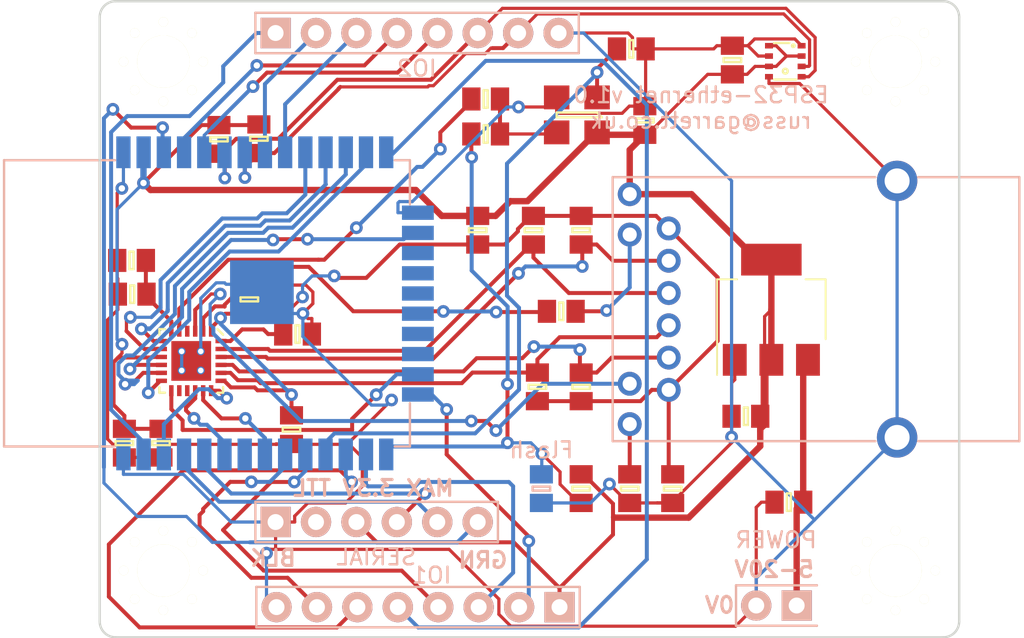
<source format=kicad_pcb>
(kicad_pcb (version 20171130) (host pcbnew "(5.1.12)-1")

  (general
    (thickness 1.6)
    (drawings 14)
    (tracks 678)
    (zones 0)
    (modules 40)
    (nets 55)
  )

  (page A4)
  (layers
    (0 F.Cu signal)
    (31 B.Cu signal)
    (32 B.Adhes user hide)
    (33 F.Adhes user hide)
    (34 B.Paste user hide)
    (35 F.Paste user hide)
    (36 B.SilkS user hide)
    (37 F.SilkS user hide)
    (38 B.Mask user hide)
    (39 F.Mask user hide)
    (40 Dwgs.User user hide)
    (41 Cmts.User user hide)
    (42 Eco1.User user hide)
    (43 Eco2.User user hide)
    (44 Edge.Cuts user)
    (45 Margin user hide)
    (46 B.CrtYd user hide)
    (47 F.CrtYd user hide)
    (48 B.Fab user hide)
    (49 F.Fab user hide)
  )

  (setup
    (last_trace_width 0.2)
    (user_trace_width 0.4)
    (trace_clearance 0.15)
    (zone_clearance 0.508)
    (zone_45_only no)
    (trace_min 0.15)
    (via_size 0.8)
    (via_drill 0.4)
    (via_min_size 0.4)
    (via_min_drill 0.3)
    (uvia_size 0.3)
    (uvia_drill 0.1)
    (uvias_allowed no)
    (uvia_min_size 0.2)
    (uvia_min_drill 0.1)
    (edge_width 0.15)
    (segment_width 0.2)
    (pcb_text_width 0.3)
    (pcb_text_size 1.5 1.5)
    (mod_edge_width 0.15)
    (mod_text_size 1 1)
    (mod_text_width 0.15)
    (pad_size 3.3 3.3)
    (pad_drill 3.3)
    (pad_to_mask_clearance 0)
    (aux_axis_origin 0 0)
    (visible_elements 7FFFFFFF)
    (pcbplotparams
      (layerselection 0x010f0_ffffffff)
      (usegerberextensions true)
      (usegerberattributes true)
      (usegerberadvancedattributes true)
      (creategerberjobfile true)
      (excludeedgelayer true)
      (linewidth 0.100000)
      (plotframeref false)
      (viasonmask false)
      (mode 1)
      (useauxorigin false)
      (hpglpennumber 1)
      (hpglpenspeed 20)
      (hpglpendiameter 15.000000)
      (psnegative false)
      (psa4output false)
      (plotreference false)
      (plotvalue true)
      (plotinvisibletext false)
      (padsonsilk false)
      (subtractmaskfromsilk false)
      (outputformat 1)
      (mirror false)
      (drillshape 0)
      (scaleselection 1)
      (outputdirectory "gerbers/"))
  )

  (net 0 "")
  (net 1 GND)
  (net 2 "Net-(C2-Pad1)")
  (net 3 LAN_VDD)
  (net 4 I2C_SDA)
  (net 5 I2C_SCL)
  (net 6 "Net-(IC2-Pad3)")
  (net 7 GPIO36)
  (net 8 GPIO39)
  (net 9 GPIO32)
  (net 10 GPIO33)
  (net 11 /LAN_PHY/RXD0)
  (net 12 /LAN_PHY/RXD1)
  (net 13 /LAN_PHY/RX_DV)
  (net 14 /LAN_PHY/MDIO)
  (net 15 GPIO12)
  (net 16 /LAN_PHY/RXER)
  (net 17 "Net-(IC2-Pad17)")
  (net 18 "Net-(IC2-Pad18)")
  (net 19 "Net-(IC2-Pad19)")
  (net 20 "Net-(IC2-Pad20)")
  (net 21 "Net-(IC2-Pad21)")
  (net 22 "Net-(IC2-Pad22)")
  (net 23 /LAN_PHY/MDC)
  (net 24 GPIO2)
  (net 25 "Net-(IC2-Pad25)")
  (net 26 GPIO4)
  (net 27 GPIO16)
  (net 28 PHY_CLK_EN)
  (net 29 GPIO5)
  (net 30 GPIO18)
  (net 31 /LAN_PHY/TXD0)
  (net 32 "Net-(IC2-Pad32)")
  (net 33 /LAN_PHY/TXEN)
  (net 34 "Net-(IC2-Pad34)")
  (net 35 "Net-(IC2-Pad35)")
  (net 36 /LAN_PHY/TXD1)
  (net 37 GPIO23)
  (net 38 "Net-(IC5-Pad9)")
  (net 39 "Net-(IC4-Pad20)")
  (net 40 "Net-(IC4-Pad22)")
  (net 41 "Net-(IC5-Pad7)")
  (net 42 "Net-(IC4-Pad21)")
  (net 43 "Net-(IC4-Pad23)")
  (net 44 LED1)
  (net 45 "Net-(J1-Pad2)")
  (net 46 PHY_CLK)
  (net 47 /LAN_PHY/CLK)
  (net 48 "Net-(IC4-Pad24)")
  (net 49 LED2)
  (net 50 "Net-(IC4-Pad4)")
  (net 51 "Net-(IC4-Pad14)")
  (net 52 "Net-(IC4-Pad15)")
  (net 53 3v3)
  (net 54 "Net-(C10-Pad1)")

  (net_class Default "This is the default net class."
    (clearance 0.15)
    (trace_width 0.2)
    (via_dia 0.8)
    (via_drill 0.4)
    (uvia_dia 0.3)
    (uvia_drill 0.1)
    (add_net /LAN_PHY/CLK)
    (add_net /LAN_PHY/MDC)
    (add_net /LAN_PHY/MDIO)
    (add_net /LAN_PHY/RXD0)
    (add_net /LAN_PHY/RXD1)
    (add_net /LAN_PHY/RXER)
    (add_net /LAN_PHY/RX_DV)
    (add_net /LAN_PHY/TXD0)
    (add_net /LAN_PHY/TXD1)
    (add_net /LAN_PHY/TXEN)
    (add_net 3v3)
    (add_net GND)
    (add_net GPIO12)
    (add_net GPIO16)
    (add_net GPIO18)
    (add_net GPIO2)
    (add_net GPIO23)
    (add_net GPIO32)
    (add_net GPIO33)
    (add_net GPIO36)
    (add_net GPIO39)
    (add_net GPIO4)
    (add_net GPIO5)
    (add_net I2C_SCL)
    (add_net I2C_SDA)
    (add_net LAN_VDD)
    (add_net LED1)
    (add_net LED2)
    (add_net "Net-(C10-Pad1)")
    (add_net "Net-(C2-Pad1)")
    (add_net "Net-(IC2-Pad17)")
    (add_net "Net-(IC2-Pad18)")
    (add_net "Net-(IC2-Pad19)")
    (add_net "Net-(IC2-Pad20)")
    (add_net "Net-(IC2-Pad21)")
    (add_net "Net-(IC2-Pad22)")
    (add_net "Net-(IC2-Pad25)")
    (add_net "Net-(IC2-Pad3)")
    (add_net "Net-(IC2-Pad32)")
    (add_net "Net-(IC2-Pad34)")
    (add_net "Net-(IC2-Pad35)")
    (add_net "Net-(IC4-Pad14)")
    (add_net "Net-(IC4-Pad15)")
    (add_net "Net-(IC4-Pad20)")
    (add_net "Net-(IC4-Pad21)")
    (add_net "Net-(IC4-Pad22)")
    (add_net "Net-(IC4-Pad23)")
    (add_net "Net-(IC4-Pad24)")
    (add_net "Net-(IC4-Pad4)")
    (add_net "Net-(IC5-Pad7)")
    (add_net "Net-(IC5-Pad9)")
    (add_net "Net-(J1-Pad2)")
    (add_net PHY_CLK)
    (add_net PHY_CLK_EN)
  )

  (net_class Power ""
    (clearance 0.2)
    (trace_width 0.4)
    (via_dia 0.8)
    (via_drill 0.4)
    (uvia_dia 0.3)
    (uvia_drill 0.1)
  )

  (module agg:ESP-WROOM-32 (layer B.Cu) (tedit 592B3266) (tstamp 592AE4F0)
    (at 116.74 69)
    (path /592296D2)
    (attr smd)
    (fp_text reference IC2 (at 3.15 4.5) (layer B.Fab)
      (effects (font (size 1 1) (thickness 0.15)) (justify mirror))
    )
    (fp_text value ESP-WROOM-32 (at 2.65 2.9) (layer B.Fab) hide
      (effects (font (size 1 1) (thickness 0.15)) (justify mirror))
    )
    (fp_line (start 11.8 -9) (end 12.75 -9) (layer B.SilkS) (width 0.15))
    (fp_line (start 12.75 9) (end 12.75 6.275) (layer B.SilkS) (width 0.15))
    (fp_line (start 11.8 9) (end 12.75 9) (layer B.SilkS) (width 0.15))
    (fp_line (start 12.75 9) (end -12.75 9) (layer B.Fab) (width 0.01))
    (fp_line (start -12.75 9) (end -12.75 -9) (layer B.Fab) (width 0.01))
    (fp_line (start -12.75 -9) (end 12.75 -9) (layer B.Fab) (width 0.01))
    (fp_line (start -6.75 -9) (end -6.75 9) (layer B.Fab) (width 0.01))
    (fp_line (start 12.75 -9) (end 12.75 9) (layer B.Fab) (width 0.01))
    (fp_line (start -13 -10.75) (end -13 10.75) (layer B.CrtYd) (width 0.01))
    (fp_line (start 14.5 -10.75) (end -13 -10.75) (layer B.CrtYd) (width 0.01))
    (fp_line (start 14.5 10.75) (end 14.5 -10.75) (layer B.CrtYd) (width 0.01))
    (fp_line (start -13 10.75) (end 14.5 10.75) (layer B.CrtYd) (width 0.01))
    (fp_line (start -6.75 -9) (end -6.75 9) (layer B.SilkS) (width 0.15))
    (fp_line (start -12.75 -9) (end -5.775 -9) (layer B.SilkS) (width 0.15))
    (fp_line (start 12.75 -9) (end 12.75 -6.225) (layer B.SilkS) (width 0.15))
    (fp_line (start -5.8 9) (end -12.75 9) (layer B.SilkS) (width 0.15))
    (fp_line (start -12.75 9) (end -12.75 -9) (layer B.SilkS) (width 0.15))
    (fp_text user Antenna (at -10 0 -90) (layer B.Fab)
      (effects (font (size 1 1) (thickness 0.15)) (justify mirror))
    )
    (pad 1 smd rect (at -5.25 -9) (size 0.9 2) (drill (offset 0 -0.5)) (layers B.Cu B.Paste B.Mask)
      (net 1 GND))
    (pad 15 smd rect (at 12.75 -5.7 270) (size 0.9 2) (drill (offset 0 -0.5)) (layers B.Cu B.Paste B.Mask)
      (net 1 GND))
    (pad 2 smd rect (at -3.98 -9) (size 0.9 2) (drill (offset 0 -0.5)) (layers B.Cu B.Paste B.Mask)
      (net 53 3v3))
    (pad 3 smd rect (at -2.71 -9) (size 0.9 2) (drill (offset 0 -0.5)) (layers B.Cu B.Paste B.Mask)
      (net 6 "Net-(IC2-Pad3)"))
    (pad 4 smd rect (at -1.44 -9) (size 0.9 2) (drill (offset 0 -0.5)) (layers B.Cu B.Paste B.Mask)
      (net 7 GPIO36))
    (pad 5 smd rect (at -0.17 -9) (size 0.9 2) (drill (offset 0 -0.5)) (layers B.Cu B.Paste B.Mask)
      (net 8 GPIO39))
    (pad 6 smd rect (at 1.1 -9) (size 0.9 2) (drill (offset 0 -0.5)) (layers B.Cu B.Paste B.Mask)
      (net 5 I2C_SCL))
    (pad 7 smd rect (at 2.37 -9) (size 0.9 2) (drill (offset 0 -0.5)) (layers B.Cu B.Paste B.Mask)
      (net 4 I2C_SDA))
    (pad 8 smd rect (at 3.64 -9) (size 0.9 2) (drill (offset 0 -0.5)) (layers B.Cu B.Paste B.Mask)
      (net 9 GPIO32))
    (pad 9 smd rect (at 4.91 -9) (size 0.9 2) (drill (offset 0 -0.5)) (layers B.Cu B.Paste B.Mask)
      (net 10 GPIO33))
    (pad 10 smd rect (at 6.18 -9) (size 0.9 2) (drill (offset 0 -0.5)) (layers B.Cu B.Paste B.Mask)
      (net 11 /LAN_PHY/RXD0))
    (pad 11 smd rect (at 7.45 -9) (size 0.9 2) (drill (offset 0 -0.5)) (layers B.Cu B.Paste B.Mask)
      (net 12 /LAN_PHY/RXD1))
    (pad 12 smd rect (at 8.72 -9) (size 0.9 2) (drill (offset 0 -0.5)) (layers B.Cu B.Paste B.Mask)
      (net 13 /LAN_PHY/RX_DV))
    (pad 13 smd rect (at 9.99 -9) (size 0.9 2) (drill (offset 0 -0.5)) (layers B.Cu B.Paste B.Mask)
      (net 14 /LAN_PHY/MDIO))
    (pad 14 smd rect (at 11.26 -9) (size 0.9 2) (drill (offset 0 -0.5)) (layers B.Cu B.Paste B.Mask)
      (net 15 GPIO12))
    (pad 16 smd rect (at 12.75 -4.43 270) (size 0.9 2) (drill (offset 0 -0.5)) (layers B.Cu B.Paste B.Mask)
      (net 16 /LAN_PHY/RXER))
    (pad 17 smd rect (at 12.75 -3.16 270) (size 0.9 2) (drill (offset 0 -0.5)) (layers B.Cu B.Paste B.Mask)
      (net 17 "Net-(IC2-Pad17)"))
    (pad 18 smd rect (at 12.75 -1.89 270) (size 0.9 2) (drill (offset 0 -0.5)) (layers B.Cu B.Paste B.Mask)
      (net 18 "Net-(IC2-Pad18)"))
    (pad 19 smd rect (at 12.75 -0.62 270) (size 0.9 2) (drill (offset 0 -0.5)) (layers B.Cu B.Paste B.Mask)
      (net 19 "Net-(IC2-Pad19)"))
    (pad 20 smd rect (at 12.75 0.65 270) (size 0.9 2) (drill (offset 0 -0.5)) (layers B.Cu B.Paste B.Mask)
      (net 20 "Net-(IC2-Pad20)"))
    (pad 21 smd rect (at 12.75 1.92 270) (size 0.9 2) (drill (offset 0 -0.5)) (layers B.Cu B.Paste B.Mask)
      (net 21 "Net-(IC2-Pad21)"))
    (pad 22 smd rect (at 12.75 3.19 270) (size 0.9 2) (drill (offset 0 -0.5)) (layers B.Cu B.Paste B.Mask)
      (net 22 "Net-(IC2-Pad22)"))
    (pad 23 smd rect (at 12.75 4.46 270) (size 0.9 2) (drill (offset 0 -0.5)) (layers B.Cu B.Paste B.Mask)
      (net 23 /LAN_PHY/MDC))
    (pad 24 smd rect (at 12.75 5.73 270) (size 0.9 2) (drill (offset 0 -0.5)) (layers B.Cu B.Paste B.Mask)
      (net 24 GPIO2))
    (pad 25 smd rect (at 11.26 9 180) (size 0.9 2) (drill (offset 0 -0.5)) (layers B.Cu B.Paste B.Mask)
      (net 25 "Net-(IC2-Pad25)"))
    (pad 26 smd rect (at 9.99 9 180) (size 0.9 2) (drill (offset 0 -0.5)) (layers B.Cu B.Paste B.Mask)
      (net 26 GPIO4))
    (pad 27 smd rect (at 8.72 9 180) (size 0.9 2) (drill (offset 0 -0.5)) (layers B.Cu B.Paste B.Mask)
      (net 27 GPIO16))
    (pad 28 smd rect (at 7.45 9 180) (size 0.9 2) (drill (offset 0 -0.5)) (layers B.Cu B.Paste B.Mask)
      (net 28 PHY_CLK_EN))
    (pad 29 smd rect (at 6.18 9 180) (size 0.9 2) (drill (offset 0 -0.5)) (layers B.Cu B.Paste B.Mask)
      (net 29 GPIO5))
    (pad 30 smd rect (at 4.91 9 180) (size 0.9 2) (drill (offset 0 -0.5)) (layers B.Cu B.Paste B.Mask)
      (net 30 GPIO18))
    (pad 31 smd rect (at 3.64 9 180) (size 0.9 2) (drill (offset 0 -0.5)) (layers B.Cu B.Paste B.Mask)
      (net 31 /LAN_PHY/TXD0))
    (pad 32 smd rect (at 2.37 9 180) (size 0.9 2) (drill (offset 0 -0.5)) (layers B.Cu B.Paste B.Mask)
      (net 32 "Net-(IC2-Pad32)"))
    (pad 33 smd rect (at 1.1 9 180) (size 0.9 2) (drill (offset 0 -0.5)) (layers B.Cu B.Paste B.Mask)
      (net 33 /LAN_PHY/TXEN))
    (pad 34 smd rect (at -0.17 9 180) (size 0.9 2) (drill (offset 0 -0.5)) (layers B.Cu B.Paste B.Mask)
      (net 34 "Net-(IC2-Pad34)"))
    (pad 35 smd rect (at -1.44 9 180) (size 0.9 2) (drill (offset 0 -0.5)) (layers B.Cu B.Paste B.Mask)
      (net 35 "Net-(IC2-Pad35)"))
    (pad 36 smd rect (at -2.71 9 180) (size 0.9 2) (drill (offset 0 -0.5)) (layers B.Cu B.Paste B.Mask)
      (net 36 /LAN_PHY/TXD1))
    (pad 37 smd rect (at -3.98 9 180) (size 0.9 2) (drill (offset 0 -0.5)) (layers B.Cu B.Paste B.Mask)
      (net 37 GPIO23))
    (pad 38 smd rect (at -5.25 9 180) (size 0.9 2) (drill (offset 0 -0.5)) (layers B.Cu B.Paste B.Mask)
      (net 1 GND))
    (pad 39 smd rect (at 3.45 -1.2 180) (size 4 4) (drill (offset 0 -0.5)) (layers B.Cu B.Paste B.Mask)
      (net 1 GND))
  )

  (module agg:QFN-24-EP-MICROCHIP (layer F.Cu) (tedit 592321EC) (tstamp 592AEA50)
    (at 115.75 72.62 270)
    (path /592AFDF8/592B0483)
    (fp_text reference IC4 (at 0 -3.165 270) (layer F.Fab)
      (effects (font (size 1 1) (thickness 0.15)))
    )
    (fp_text value LAN8720A (at 0 3.165 270) (layer F.Fab)
      (effects (font (size 1 1) (thickness 0.15)))
    )
    (fp_circle (center -1.2 -1.2) (end -1.2 -0.8) (layer F.Fab) (width 0.01))
    (fp_line (start -2.5 2.5) (end -2.5 -2.5) (layer F.CrtYd) (width 0.01))
    (fp_line (start 2.5 2.5) (end -2.5 2.5) (layer F.CrtYd) (width 0.01))
    (fp_line (start 2.5 -2.5) (end 2.5 2.5) (layer F.CrtYd) (width 0.01))
    (fp_line (start -2.5 -2.5) (end 2.5 -2.5) (layer F.CrtYd) (width 0.01))
    (fp_line (start -2 2) (end -2 1.65) (layer F.SilkS) (width 0.15))
    (fp_line (start -1.65 2) (end -2 2) (layer F.SilkS) (width 0.15))
    (fp_line (start 2 2) (end 2 1.65) (layer F.SilkS) (width 0.15))
    (fp_line (start 1.65 2) (end 2 2) (layer F.SilkS) (width 0.15))
    (fp_line (start 2 -2) (end 2 -1.65) (layer F.SilkS) (width 0.15))
    (fp_line (start 1.65 -2) (end 2 -2) (layer F.SilkS) (width 0.15))
    (fp_line (start -2 -1.65) (end -1.65 -2) (layer F.SilkS) (width 0.15))
    (fp_line (start 1.125 1.6) (end 1.125 2) (layer F.Fab) (width 0.01))
    (fp_line (start 1.375 1.6) (end 1.125 1.6) (layer F.Fab) (width 0.01))
    (fp_line (start 1.375 2) (end 1.375 1.6) (layer F.Fab) (width 0.01))
    (fp_line (start 0.625 1.6) (end 0.625 2) (layer F.Fab) (width 0.01))
    (fp_line (start 0.875 1.6) (end 0.625 1.6) (layer F.Fab) (width 0.01))
    (fp_line (start 0.875 2) (end 0.875 1.6) (layer F.Fab) (width 0.01))
    (fp_line (start 0.125 1.6) (end 0.125 2) (layer F.Fab) (width 0.01))
    (fp_line (start 0.375 1.6) (end 0.125 1.6) (layer F.Fab) (width 0.01))
    (fp_line (start 0.375 2) (end 0.375 1.6) (layer F.Fab) (width 0.01))
    (fp_line (start -0.375 1.6) (end -0.375 2) (layer F.Fab) (width 0.01))
    (fp_line (start -0.125 1.6) (end -0.375 1.6) (layer F.Fab) (width 0.01))
    (fp_line (start -0.125 2) (end -0.125 1.6) (layer F.Fab) (width 0.01))
    (fp_line (start -0.875 1.6) (end -0.875 2) (layer F.Fab) (width 0.01))
    (fp_line (start -0.625 1.6) (end -0.875 1.6) (layer F.Fab) (width 0.01))
    (fp_line (start -0.625 2) (end -0.625 1.6) (layer F.Fab) (width 0.01))
    (fp_line (start -1.375 1.6) (end -1.375 2) (layer F.Fab) (width 0.01))
    (fp_line (start -1.125 1.6) (end -1.375 1.6) (layer F.Fab) (width 0.01))
    (fp_line (start -1.125 2) (end -1.125 1.6) (layer F.Fab) (width 0.01))
    (fp_line (start -1.375 -2) (end -1.375 -1.6) (layer F.Fab) (width 0.01))
    (fp_line (start -1.125 -1.6) (end -1.125 -2) (layer F.Fab) (width 0.01))
    (fp_line (start -1.375 -1.6) (end -1.125 -1.6) (layer F.Fab) (width 0.01))
    (fp_line (start -0.875 -2) (end -0.875 -1.6) (layer F.Fab) (width 0.01))
    (fp_line (start -0.625 -1.6) (end -0.625 -2) (layer F.Fab) (width 0.01))
    (fp_line (start -0.875 -1.6) (end -0.625 -1.6) (layer F.Fab) (width 0.01))
    (fp_line (start -0.375 -2) (end -0.375 -1.6) (layer F.Fab) (width 0.01))
    (fp_line (start -0.125 -1.6) (end -0.125 -2) (layer F.Fab) (width 0.01))
    (fp_line (start -0.375 -1.6) (end -0.125 -1.6) (layer F.Fab) (width 0.01))
    (fp_line (start 0.125 -2) (end 0.125 -1.6) (layer F.Fab) (width 0.01))
    (fp_line (start 0.375 -1.6) (end 0.375 -2) (layer F.Fab) (width 0.01))
    (fp_line (start 0.125 -1.6) (end 0.375 -1.6) (layer F.Fab) (width 0.01))
    (fp_line (start 0.625 -2) (end 0.625 -1.6) (layer F.Fab) (width 0.01))
    (fp_line (start 0.875 -1.6) (end 0.875 -2) (layer F.Fab) (width 0.01))
    (fp_line (start 0.625 -1.6) (end 0.875 -1.6) (layer F.Fab) (width 0.01))
    (fp_line (start 1.125 -2) (end 1.125 -1.6) (layer F.Fab) (width 0.01))
    (fp_line (start 1.375 -1.6) (end 1.375 -2) (layer F.Fab) (width 0.01))
    (fp_line (start 1.125 -1.6) (end 1.375 -1.6) (layer F.Fab) (width 0.01))
    (fp_line (start 1.6 -1.125) (end 2 -1.125) (layer F.Fab) (width 0.01))
    (fp_line (start 1.6 -1.375) (end 1.6 -1.125) (layer F.Fab) (width 0.01))
    (fp_line (start 2 -1.375) (end 1.6 -1.375) (layer F.Fab) (width 0.01))
    (fp_line (start 1.6 -0.625) (end 2 -0.625) (layer F.Fab) (width 0.01))
    (fp_line (start 1.6 -0.875) (end 1.6 -0.625) (layer F.Fab) (width 0.01))
    (fp_line (start 2 -0.875) (end 1.6 -0.875) (layer F.Fab) (width 0.01))
    (fp_line (start 1.6 -0.125) (end 2 -0.125) (layer F.Fab) (width 0.01))
    (fp_line (start 1.6 -0.375) (end 1.6 -0.125) (layer F.Fab) (width 0.01))
    (fp_line (start 2 -0.375) (end 1.6 -0.375) (layer F.Fab) (width 0.01))
    (fp_line (start 1.6 0.375) (end 2 0.375) (layer F.Fab) (width 0.01))
    (fp_line (start 1.6 0.125) (end 1.6 0.375) (layer F.Fab) (width 0.01))
    (fp_line (start 2 0.125) (end 1.6 0.125) (layer F.Fab) (width 0.01))
    (fp_line (start 1.6 0.875) (end 2 0.875) (layer F.Fab) (width 0.01))
    (fp_line (start 1.6 0.625) (end 1.6 0.875) (layer F.Fab) (width 0.01))
    (fp_line (start 2 0.625) (end 1.6 0.625) (layer F.Fab) (width 0.01))
    (fp_line (start 1.6 1.375) (end 2 1.375) (layer F.Fab) (width 0.01))
    (fp_line (start 1.6 1.125) (end 1.6 1.375) (layer F.Fab) (width 0.01))
    (fp_line (start 2 1.125) (end 1.6 1.125) (layer F.Fab) (width 0.01))
    (fp_line (start -1.6 1.375) (end -1.6 1.125) (layer F.Fab) (width 0.01))
    (fp_line (start -2 1.375) (end -1.6 1.375) (layer F.Fab) (width 0.01))
    (fp_line (start -1.6 1.125) (end -2 1.125) (layer F.Fab) (width 0.01))
    (fp_line (start -1.6 0.875) (end -1.6 0.625) (layer F.Fab) (width 0.01))
    (fp_line (start -2 0.875) (end -1.6 0.875) (layer F.Fab) (width 0.01))
    (fp_line (start -1.6 0.625) (end -2 0.625) (layer F.Fab) (width 0.01))
    (fp_line (start -1.6 0.375) (end -1.6 0.125) (layer F.Fab) (width 0.01))
    (fp_line (start -2 0.375) (end -1.6 0.375) (layer F.Fab) (width 0.01))
    (fp_line (start -1.6 0.125) (end -2 0.125) (layer F.Fab) (width 0.01))
    (fp_line (start -1.6 -0.125) (end -1.6 -0.375) (layer F.Fab) (width 0.01))
    (fp_line (start -2 -0.125) (end -1.6 -0.125) (layer F.Fab) (width 0.01))
    (fp_line (start -1.6 -0.375) (end -2 -0.375) (layer F.Fab) (width 0.01))
    (fp_line (start -1.6 -0.625) (end -1.6 -0.875) (layer F.Fab) (width 0.01))
    (fp_line (start -2 -0.625) (end -1.6 -0.625) (layer F.Fab) (width 0.01))
    (fp_line (start -1.6 -0.875) (end -2 -0.875) (layer F.Fab) (width 0.01))
    (fp_line (start -1.6 -1.125) (end -1.6 -1.375) (layer F.Fab) (width 0.01))
    (fp_line (start -2 -1.125) (end -1.6 -1.125) (layer F.Fab) (width 0.01))
    (fp_line (start -1.6 -1.375) (end -2 -1.375) (layer F.Fab) (width 0.01))
    (fp_line (start -2 2) (end -2 -2) (layer F.Fab) (width 0.01))
    (fp_line (start 2 2) (end -2 2) (layer F.Fab) (width 0.01))
    (fp_line (start 2 -2) (end 2 2) (layer F.Fab) (width 0.01))
    (fp_line (start -2 -2) (end 2 -2) (layer F.Fab) (width 0.01))
    (pad 1 smd rect (at -1.87 -1.25 270) (size 0.69 0.28) (layers F.Cu F.Paste F.Mask)
      (net 3 LAN_VDD))
    (pad 2 smd rect (at -1.87 -0.75 270) (size 0.69 0.28) (layers F.Cu F.Paste F.Mask)
      (net 49 LED2))
    (pad 3 smd rect (at -1.87 -0.25 270) (size 0.69 0.28) (layers F.Cu F.Paste F.Mask)
      (net 44 LED1))
    (pad 4 smd rect (at -1.87 0.25 270) (size 0.69 0.28) (layers F.Cu F.Paste F.Mask)
      (net 50 "Net-(IC4-Pad4)"))
    (pad 5 smd rect (at -1.87 0.75 270) (size 0.69 0.28) (layers F.Cu F.Paste F.Mask)
      (net 47 /LAN_PHY/CLK))
    (pad 6 smd rect (at -1.87 1.25 270) (size 0.69 0.28) (layers F.Cu F.Paste F.Mask)
      (net 54 "Net-(C10-Pad1)"))
    (pad 7 smd rect (at -1.25 1.87 270) (size 0.28 0.69) (layers F.Cu F.Paste F.Mask)
      (net 12 /LAN_PHY/RXD1))
    (pad 8 smd rect (at -0.75 1.87 270) (size 0.28 0.69) (layers F.Cu F.Paste F.Mask)
      (net 11 /LAN_PHY/RXD0))
    (pad 9 smd rect (at -0.25 1.87 270) (size 0.28 0.69) (layers F.Cu F.Paste F.Mask)
      (net 53 3v3))
    (pad 10 smd rect (at 0.25 1.87 270) (size 0.28 0.69) (layers F.Cu F.Paste F.Mask)
      (net 16 /LAN_PHY/RXER))
    (pad 11 smd rect (at 0.75 1.87 270) (size 0.28 0.69) (layers F.Cu F.Paste F.Mask)
      (net 13 /LAN_PHY/RX_DV))
    (pad 12 smd rect (at 1.25 1.87 270) (size 0.28 0.69) (layers F.Cu F.Paste F.Mask)
      (net 14 /LAN_PHY/MDIO))
    (pad 13 smd rect (at 1.87 1.25 270) (size 0.69 0.28) (layers F.Cu F.Paste F.Mask)
      (net 23 /LAN_PHY/MDC))
    (pad 14 smd rect (at 1.87 0.75 270) (size 0.69 0.28) (layers F.Cu F.Paste F.Mask)
      (net 51 "Net-(IC4-Pad14)"))
    (pad 15 smd rect (at 1.87 0.25 270) (size 0.69 0.28) (layers F.Cu F.Paste F.Mask)
      (net 52 "Net-(IC4-Pad15)"))
    (pad 16 smd rect (at 1.87 -0.25 270) (size 0.69 0.28) (layers F.Cu F.Paste F.Mask)
      (net 33 /LAN_PHY/TXEN))
    (pad 17 smd rect (at 1.87 -0.75 270) (size 0.69 0.28) (layers F.Cu F.Paste F.Mask)
      (net 31 /LAN_PHY/TXD0))
    (pad 18 smd rect (at 1.87 -1.25 270) (size 0.69 0.28) (layers F.Cu F.Paste F.Mask)
      (net 36 /LAN_PHY/TXD1))
    (pad 19 smd rect (at 1.25 -1.87 270) (size 0.28 0.69) (layers F.Cu F.Paste F.Mask)
      (net 3 LAN_VDD))
    (pad 20 smd rect (at 0.75 -1.87 270) (size 0.28 0.69) (layers F.Cu F.Paste F.Mask)
      (net 39 "Net-(IC4-Pad20)"))
    (pad 21 smd rect (at 0.25 -1.87 270) (size 0.28 0.69) (layers F.Cu F.Paste F.Mask)
      (net 42 "Net-(IC4-Pad21)"))
    (pad 22 smd rect (at -0.25 -1.87 270) (size 0.28 0.69) (layers F.Cu F.Paste F.Mask)
      (net 40 "Net-(IC4-Pad22)"))
    (pad 23 smd rect (at -0.75 -1.87 270) (size 0.28 0.69) (layers F.Cu F.Paste F.Mask)
      (net 43 "Net-(IC4-Pad23)"))
    (pad 24 smd rect (at -1.25 -1.87 270) (size 0.28 0.69) (layers F.Cu F.Paste F.Mask)
      (net 48 "Net-(IC4-Pad24)"))
    (pad "" smd rect (at -0.6 -0.6 270) (size 1 1) (layers F.Mask)
      (solder_mask_margin 0.001))
    (pad "" smd rect (at -0.6 0.6 270) (size 1 1) (layers F.Mask)
      (solder_mask_margin 0.001))
    (pad "" smd rect (at 0.6 -0.6 270) (size 1 1) (layers F.Mask)
      (solder_mask_margin 0.001))
    (pad "" smd rect (at 0.6 0.6 270) (size 1 1) (layers F.Mask)
      (solder_mask_margin 0.001))
    (pad "" smd rect (at -0.6 -0.6 270) (size 1 1) (layers F.Paste)
      (solder_paste_margin 0.001))
    (pad "" smd rect (at -0.6 0.6 270) (size 1 1) (layers F.Paste)
      (solder_paste_margin 0.001))
    (pad "" smd rect (at 0.6 -0.6 270) (size 1 1) (layers F.Paste)
      (solder_paste_margin 0.001))
    (pad "" smd rect (at 0.6 0.6 270) (size 1 1) (layers F.Paste)
      (solder_paste_margin 0.001))
    (pad EP thru_hole circle (at -0.6 -0.6 270) (size 0.5 0.5) (drill 0.35) (layers *.Cu)
      (net 1 GND) (zone_connect 2))
    (pad EP thru_hole circle (at -0.6 0.6 270) (size 0.5 0.5) (drill 0.35) (layers *.Cu)
      (net 1 GND) (zone_connect 2))
    (pad EP thru_hole circle (at 0.6 -0.6 270) (size 0.5 0.5) (drill 0.35) (layers *.Cu)
      (net 1 GND) (zone_connect 2))
    (pad EP thru_hole circle (at 0.6 0.6 270) (size 0.5 0.5) (drill 0.35) (layers *.Cu)
      (net 1 GND) (zone_connect 2))
    (pad EP smd rect (at 0 0 270) (size 2.5 2.5) (layers F.Cu)
      (net 1 GND))
  )

  (module agg:0805 (layer F.Cu) (tedit 592B0730) (tstamp 592AE4A7)
    (at 112 66.3 180)
    (path /592AFDF8/592B0D69)
    (fp_text reference C7 (at -2.425 0 270) (layer F.Fab)
      (effects (font (size 1 1) (thickness 0.15)))
    )
    (fp_text value 1u (at 2.425 0 270) (layer F.Fab)
      (effects (font (size 1 1) (thickness 0.15)))
    )
    (fp_line (start -1 -0.625) (end 1 -0.625) (layer F.Fab) (width 0.01))
    (fp_line (start 1 -0.625) (end 1 0.625) (layer F.Fab) (width 0.01))
    (fp_line (start 1 0.625) (end -1 0.625) (layer F.Fab) (width 0.01))
    (fp_line (start -1 0.625) (end -1 -0.625) (layer F.Fab) (width 0.01))
    (fp_line (start -0.5 -0.625) (end -0.5 0.625) (layer F.Fab) (width 0.01))
    (fp_line (start 0.5 -0.625) (end 0.5 0.625) (layer F.Fab) (width 0.01))
    (fp_line (start -0.125 -0.55) (end 0.125 -0.55) (layer F.SilkS) (width 0.15))
    (fp_line (start 0.125 -0.55) (end 0.125 0.55) (layer F.SilkS) (width 0.15))
    (fp_line (start 0.125 0.55) (end -0.125 0.55) (layer F.SilkS) (width 0.15))
    (fp_line (start -0.125 0.55) (end -0.125 -0.55) (layer F.SilkS) (width 0.15))
    (fp_line (start -1.75 -1) (end 1.75 -1) (layer F.CrtYd) (width 0.01))
    (fp_line (start 1.75 -1) (end 1.75 1) (layer F.CrtYd) (width 0.01))
    (fp_line (start 1.75 1) (end -1.75 1) (layer F.CrtYd) (width 0.01))
    (fp_line (start -1.75 1) (end -1.75 -1) (layer F.CrtYd) (width 0.01))
    (pad 2 smd rect (at 0.9 0 180) (size 1.15 1.45) (layers F.Cu F.Paste F.Mask)
      (net 1 GND))
    (pad 1 smd rect (at -0.9 0 180) (size 1.15 1.45) (layers F.Cu F.Paste F.Mask)
      (net 54 "Net-(C10-Pad1)"))
    (model ${KISYS3DMOD}/Resistors_SMD.3dshapes/R_0805.wrl
      (at (xyz 0 0 0))
      (scale (xyz 1 1 1))
      (rotate (xyz 0 0 0))
    )
  )

  (module agg:0805 (layer F.Cu) (tedit 57654490) (tstamp 592AE576)
    (at 122.43 70.93 180)
    (path /592AFDF8/592B04B4)
    (fp_text reference R9 (at -2.425 0 270) (layer F.Fab)
      (effects (font (size 1 1) (thickness 0.15)))
    )
    (fp_text value "12.1k 1%" (at 2.425 0 270) (layer F.Fab)
      (effects (font (size 1 1) (thickness 0.15)))
    )
    (fp_line (start -1.75 1) (end -1.75 -1) (layer F.CrtYd) (width 0.01))
    (fp_line (start 1.75 1) (end -1.75 1) (layer F.CrtYd) (width 0.01))
    (fp_line (start 1.75 -1) (end 1.75 1) (layer F.CrtYd) (width 0.01))
    (fp_line (start -1.75 -1) (end 1.75 -1) (layer F.CrtYd) (width 0.01))
    (fp_line (start -0.125 0.55) (end -0.125 -0.55) (layer F.SilkS) (width 0.15))
    (fp_line (start 0.125 0.55) (end -0.125 0.55) (layer F.SilkS) (width 0.15))
    (fp_line (start 0.125 -0.55) (end 0.125 0.55) (layer F.SilkS) (width 0.15))
    (fp_line (start -0.125 -0.55) (end 0.125 -0.55) (layer F.SilkS) (width 0.15))
    (fp_line (start 0.5 -0.625) (end 0.5 0.625) (layer F.Fab) (width 0.01))
    (fp_line (start -0.5 -0.625) (end -0.5 0.625) (layer F.Fab) (width 0.01))
    (fp_line (start -1 0.625) (end -1 -0.625) (layer F.Fab) (width 0.01))
    (fp_line (start 1 0.625) (end -1 0.625) (layer F.Fab) (width 0.01))
    (fp_line (start 1 -0.625) (end 1 0.625) (layer F.Fab) (width 0.01))
    (fp_line (start -1 -0.625) (end 1 -0.625) (layer F.Fab) (width 0.01))
    (pad 1 smd rect (at -0.9 0 180) (size 1.15 1.45) (layers F.Cu F.Paste F.Mask)
      (net 1 GND))
    (pad 2 smd rect (at 0.9 0 180) (size 1.15 1.45) (layers F.Cu F.Paste F.Mask)
      (net 48 "Net-(IC4-Pad24)"))
    (model ${KISYS3DMOD}/Resistors_SMD.3dshapes/R_0805.wrl
      (at (xyz 0 0 0))
      (scale (xyz 1 1 1))
      (rotate (xyz 0 0 0))
    )
  )

  (module agg:M3_MOUNT locked (layer F.Cu) (tedit 5681D0FF) (tstamp 592B279C)
    (at 160 53.8)
    (fp_text reference REF**_4 (at 0 -4.1) (layer F.Fab) hide
      (effects (font (size 1 1) (thickness 0.15)))
    )
    (fp_text value M3_MOUNT (at 0 4.1) (layer F.Fab) hide
      (effects (font (size 1 1) (thickness 0.15)))
    )
    (fp_line (start -3.4 3.4) (end -3.4 -3.4) (layer F.CrtYd) (width 0.01))
    (fp_line (start 3.4 3.4) (end -3.4 3.4) (layer F.CrtYd) (width 0.01))
    (fp_line (start 3.4 -3.4) (end 3.4 3.4) (layer F.CrtYd) (width 0.01))
    (fp_line (start -3.4 -3.4) (end 3.4 -3.4) (layer F.CrtYd) (width 0.01))
    (pad "" np_thru_hole circle (at 1.8 1.8) (size 0.6 0.6) (drill 0.6) (layers *.Cu *.Mask F.SilkS))
    (pad "" np_thru_hole circle (at -1.8 1.8) (size 0.6 0.6) (drill 0.6) (layers *.Cu *.Mask F.SilkS))
    (pad "" np_thru_hole circle (at 1.8 -1.8) (size 0.6 0.6) (drill 0.6) (layers *.Cu *.Mask F.SilkS))
    (pad "" np_thru_hole circle (at -1.8 -1.8) (size 0.6 0.6) (drill 0.6) (layers *.Cu *.Mask F.SilkS))
    (pad "" np_thru_hole circle (at -2.5 0) (size 0.6 0.6) (drill 0.6) (layers *.Cu *.Mask F.SilkS))
    (pad "" np_thru_hole circle (at 0 2.5) (size 0.6 0.6) (drill 0.6) (layers *.Cu *.Mask F.SilkS))
    (pad "" np_thru_hole circle (at 2.5 0) (size 0.6 0.6) (drill 0.6) (layers *.Cu *.Mask F.SilkS))
    (pad "" np_thru_hole circle (at 0 -2.5) (size 0.6 0.6) (drill 0.6) (layers *.Cu *.Mask F.SilkS))
    (pad "" np_thru_hole circle (at 0 0) (size 3.3 3.3) (drill 3.3) (layers *.Cu *.Mask F.SilkS)
      (solder_mask_margin 1.5) (clearance 1.65))
  )

  (module agg:M3_MOUNT locked (layer F.Cu) (tedit 5681D0FF) (tstamp 592B2516)
    (at 160 85.8)
    (fp_text reference REF**_3 (at 0 -4.1) (layer F.Fab) hide
      (effects (font (size 1 1) (thickness 0.15)))
    )
    (fp_text value M3_MOUNT (at 0 4.1) (layer F.Fab) hide
      (effects (font (size 1 1) (thickness 0.15)))
    )
    (fp_line (start -3.4 3.4) (end -3.4 -3.4) (layer F.CrtYd) (width 0.01))
    (fp_line (start 3.4 3.4) (end -3.4 3.4) (layer F.CrtYd) (width 0.01))
    (fp_line (start 3.4 -3.4) (end 3.4 3.4) (layer F.CrtYd) (width 0.01))
    (fp_line (start -3.4 -3.4) (end 3.4 -3.4) (layer F.CrtYd) (width 0.01))
    (pad "" np_thru_hole circle (at 1.8 1.8) (size 0.6 0.6) (drill 0.6) (layers *.Cu *.Mask F.SilkS))
    (pad "" np_thru_hole circle (at -1.8 1.8) (size 0.6 0.6) (drill 0.6) (layers *.Cu *.Mask F.SilkS))
    (pad "" np_thru_hole circle (at 1.8 -1.8) (size 0.6 0.6) (drill 0.6) (layers *.Cu *.Mask F.SilkS))
    (pad "" np_thru_hole circle (at -1.8 -1.8) (size 0.6 0.6) (drill 0.6) (layers *.Cu *.Mask F.SilkS))
    (pad "" np_thru_hole circle (at -2.5 0) (size 0.6 0.6) (drill 0.6) (layers *.Cu *.Mask F.SilkS))
    (pad "" np_thru_hole circle (at 0 2.5) (size 0.6 0.6) (drill 0.6) (layers *.Cu *.Mask F.SilkS))
    (pad "" np_thru_hole circle (at 2.5 0) (size 0.6 0.6) (drill 0.6) (layers *.Cu *.Mask F.SilkS))
    (pad "" np_thru_hole circle (at 0 -2.5) (size 0.6 0.6) (drill 0.6) (layers *.Cu *.Mask F.SilkS))
    (pad "" np_thru_hole circle (at 0 0) (size 3.3 3.3) (drill 3.3) (layers *.Cu *.Mask F.SilkS)
      (solder_mask_margin 1.5) (clearance 1.65))
  )

  (module agg:M3_MOUNT locked (layer F.Cu) (tedit 5681D0FF) (tstamp 592B2438)
    (at 114 85.8)
    (fp_text reference REF**_2 (at 0 -4.1) (layer F.Fab) hide
      (effects (font (size 1 1) (thickness 0.15)))
    )
    (fp_text value M3_MOUNT (at 0 4.1) (layer F.Fab) hide
      (effects (font (size 1 1) (thickness 0.15)))
    )
    (fp_line (start -3.4 3.4) (end -3.4 -3.4) (layer F.CrtYd) (width 0.01))
    (fp_line (start 3.4 3.4) (end -3.4 3.4) (layer F.CrtYd) (width 0.01))
    (fp_line (start 3.4 -3.4) (end 3.4 3.4) (layer F.CrtYd) (width 0.01))
    (fp_line (start -3.4 -3.4) (end 3.4 -3.4) (layer F.CrtYd) (width 0.01))
    (pad "" np_thru_hole circle (at 1.8 1.8) (size 0.6 0.6) (drill 0.6) (layers *.Cu *.Mask F.SilkS))
    (pad "" np_thru_hole circle (at -1.8 1.8) (size 0.6 0.6) (drill 0.6) (layers *.Cu *.Mask F.SilkS))
    (pad "" np_thru_hole circle (at 1.8 -1.8) (size 0.6 0.6) (drill 0.6) (layers *.Cu *.Mask F.SilkS))
    (pad "" np_thru_hole circle (at -1.8 -1.8) (size 0.6 0.6) (drill 0.6) (layers *.Cu *.Mask F.SilkS))
    (pad "" np_thru_hole circle (at -2.5 0) (size 0.6 0.6) (drill 0.6) (layers *.Cu *.Mask F.SilkS))
    (pad "" np_thru_hole circle (at 0 2.5) (size 0.6 0.6) (drill 0.6) (layers *.Cu *.Mask F.SilkS))
    (pad "" np_thru_hole circle (at 2.5 0) (size 0.6 0.6) (drill 0.6) (layers *.Cu *.Mask F.SilkS))
    (pad "" np_thru_hole circle (at 0 -2.5) (size 0.6 0.6) (drill 0.6) (layers *.Cu *.Mask F.SilkS))
    (pad "" np_thru_hole circle (at 0 0) (size 3.3 3.3) (drill 3.3) (layers *.Cu *.Mask F.SilkS)
      (solder_mask_margin 1.5) (clearance 1.65))
  )

  (module agg:M3_MOUNT locked (layer F.Cu) (tedit 5681D0FF) (tstamp 592B236C)
    (at 114 53.8)
    (fp_text reference REF** (at 0 -4.1) (layer F.Fab) hide
      (effects (font (size 1 1) (thickness 0.15)))
    )
    (fp_text value M3_MOUNT (at 0 4.1) (layer F.Fab) hide
      (effects (font (size 1 1) (thickness 0.15)))
    )
    (fp_line (start -3.4 3.4) (end -3.4 -3.4) (layer F.CrtYd) (width 0.01))
    (fp_line (start 3.4 3.4) (end -3.4 3.4) (layer F.CrtYd) (width 0.01))
    (fp_line (start 3.4 -3.4) (end 3.4 3.4) (layer F.CrtYd) (width 0.01))
    (fp_line (start -3.4 -3.4) (end 3.4 -3.4) (layer F.CrtYd) (width 0.01))
    (pad "" np_thru_hole circle (at 1.8 1.8) (size 0.6 0.6) (drill 0.6) (layers *.Cu *.Mask F.SilkS))
    (pad "" np_thru_hole circle (at -1.8 1.8) (size 0.6 0.6) (drill 0.6) (layers *.Cu *.Mask F.SilkS))
    (pad "" np_thru_hole circle (at 1.8 -1.8) (size 0.6 0.6) (drill 0.6) (layers *.Cu *.Mask F.SilkS))
    (pad "" np_thru_hole circle (at -1.8 -1.8) (size 0.6 0.6) (drill 0.6) (layers *.Cu *.Mask F.SilkS))
    (pad "" np_thru_hole circle (at -2.5 0) (size 0.6 0.6) (drill 0.6) (layers *.Cu *.Mask F.SilkS))
    (pad "" np_thru_hole circle (at 0 2.5) (size 0.6 0.6) (drill 0.6) (layers *.Cu *.Mask F.SilkS))
    (pad "" np_thru_hole circle (at 2.5 0) (size 0.6 0.6) (drill 0.6) (layers *.Cu *.Mask F.SilkS))
    (pad "" np_thru_hole circle (at 0 -2.5) (size 0.6 0.6) (drill 0.6) (layers *.Cu *.Mask F.SilkS))
    (pad "" np_thru_hole circle (at 0 0) (size 3.3 3.3) (drill 3.3) (layers *.Cu *.Mask F.SilkS)
      (solder_mask_margin 1.5) (clearance 1.65))
  )

  (module agg:RJMG16X (layer B.Cu) (tedit 592AB57A) (tstamp 592AEEA0)
    (at 156.93 69.365 90)
    (descr http://www.farnell.com/datasheets/71713.pdf)
    (path /592AFDF8/592B048B)
    (fp_text reference IC5 (at 0 12.03 90) (layer B.Fab)
      (effects (font (size 1 1) (thickness 0.15)) (justify mirror))
    )
    (fp_text value RJMG16x (at 0 -16.1 90) (layer B.Fab)
      (effects (font (size 1 1) (thickness 0.15)) (justify mirror))
    )
    (fp_line (start 8.3 10.85) (end 8.3 4.5) (layer B.SilkS) (width 0.15))
    (fp_line (start -8.3 10.85) (end -8.3 4.5) (layer B.SilkS) (width 0.15))
    (fp_line (start -8.25 10.85) (end -8.25 10.85) (layer B.SilkS) (width 0.15))
    (fp_line (start 8.3 10.85) (end -8.3 10.85) (layer B.SilkS) (width 0.15))
    (fp_line (start 8.3 -14.7) (end 8.3 1.8) (layer B.SilkS) (width 0.15))
    (fp_line (start -8.3 -14.7) (end 8.3 -14.7) (layer B.SilkS) (width 0.15))
    (fp_line (start -8.3 1.8) (end -8.3 -14.7) (layer B.SilkS) (width 0.15))
    (fp_line (start 9.6 -15.15) (end 9.6 11.15) (layer B.CrtYd) (width 0.01))
    (fp_line (start -9.6 -15.15) (end 9.6 -15.15) (layer B.CrtYd) (width 0.01))
    (fp_line (start -9.6 -15.15) (end -9.6 11.15) (layer B.CrtYd) (width 0.01))
    (fp_line (start 9.6 11.15) (end -9.6 11.15) (layer B.CrtYd) (width 0.01))
    (fp_line (start 8.4 4.45) (end 8.4 -14.78) (layer B.Fab) (width 0.01))
    (fp_line (start -8.4 4.45) (end -8.4 10.92) (layer B.Fab) (width 0.01))
    (fp_line (start -8.4 -14.78) (end -8.4 4.45) (layer B.Fab) (width 0.01))
    (fp_line (start 8.4 -14.78) (end -8.4 -14.78) (layer B.Fab) (width 0.01))
    (fp_line (start 8.4 10.92) (end 8.4 4.45) (layer B.Fab) (width 0.01))
    (fp_line (start -8.4 10.92) (end 8.4 10.92) (layer B.Fab) (width 0.01))
    (pad S thru_hole circle (at -8.065 3.17 90) (size 2.54 2.54) (drill 1.57) (layers *.Cu *.Mask)
      (net 1 GND))
    (pad S thru_hole circle (at 8.065 3.17 90) (size 2.54 2.54) (drill 1.57) (layers *.Cu *.Mask)
      (net 1 GND))
    (pad "" np_thru_hole circle (at -6.35 0 90) (size 3.25 3.25) (drill 3.25) (layers *.Cu *.Mask))
    (pad "" np_thru_hole circle (at 6.35 0 90) (size 3.25 3.25) (drill 3.25) (layers *.Cu *.Mask))
    (pad 1 thru_hole circle (at -5.075 -11.18 90) (size 1.5 1.5) (drill 0.89) (layers *.Cu *.Mask)
      (net 3 LAN_VDD))
    (pad 2 thru_hole circle (at -3.045001 -11.18 90) (size 1.5 1.5) (drill 0.89) (layers *.Cu *.Mask)
      (net 42 "Net-(IC4-Pad21)"))
    (pad 3 thru_hole circle (at -1.015002 -11.18 90) (size 1.5 1.5) (drill 0.89) (layers *.Cu *.Mask)
      (net 39 "Net-(IC4-Pad20)"))
    (pad 4 thru_hole circle (at 1.014997 -11.18 90) (size 1.5 1.5) (drill 0.89) (layers *.Cu *.Mask)
      (net 43 "Net-(IC4-Pad23)"))
    (pad 5 thru_hole circle (at 3.044996 -11.18 90) (size 1.5 1.5) (drill 0.89) (layers *.Cu *.Mask)
      (net 40 "Net-(IC4-Pad22)"))
    (pad 6 thru_hole circle (at 5.074995 -11.18 90) (size 1.5 1.5) (drill 0.89) (layers *.Cu *.Mask)
      (net 3 LAN_VDD))
    (pad 10 thru_hole circle (at 7.23 -13.63 90) (size 1.5 1.5) (drill 0.89) (layers *.Cu *.Mask)
      (net 53 3v3))
    (pad 9 thru_hole circle (at 4.69 -13.63 90) (size 1.5 1.5) (drill 0.89) (layers *.Cu *.Mask)
      (net 38 "Net-(IC5-Pad9)"))
    (pad 8 thru_hole circle (at -4.69 -13.63 90) (size 1.5 1.5) (drill 0.89) (layers *.Cu *.Mask)
      (net 44 LED1))
    (pad 7 thru_hole circle (at -7.23 -13.63 90) (size 1.5 1.5) (drill 0.89) (layers *.Cu *.Mask)
      (net 41 "Net-(IC5-Pad7)"))
  )

  (module agg:0805 (layer F.Cu) (tedit 57654490) (tstamp 592AE483)
    (at 149.75 53.7 90)
    (path /592AD97F)
    (fp_text reference C1 (at -2.425 0 180) (layer F.Fab)
      (effects (font (size 1 1) (thickness 0.15)))
    )
    (fp_text value 0.1u (at 2.425 0 180) (layer F.Fab)
      (effects (font (size 1 1) (thickness 0.15)))
    )
    (fp_line (start -1.75 1) (end -1.75 -1) (layer F.CrtYd) (width 0.01))
    (fp_line (start 1.75 1) (end -1.75 1) (layer F.CrtYd) (width 0.01))
    (fp_line (start 1.75 -1) (end 1.75 1) (layer F.CrtYd) (width 0.01))
    (fp_line (start -1.75 -1) (end 1.75 -1) (layer F.CrtYd) (width 0.01))
    (fp_line (start -0.125 0.55) (end -0.125 -0.55) (layer F.SilkS) (width 0.15))
    (fp_line (start 0.125 0.55) (end -0.125 0.55) (layer F.SilkS) (width 0.15))
    (fp_line (start 0.125 -0.55) (end 0.125 0.55) (layer F.SilkS) (width 0.15))
    (fp_line (start -0.125 -0.55) (end 0.125 -0.55) (layer F.SilkS) (width 0.15))
    (fp_line (start 0.5 -0.625) (end 0.5 0.625) (layer F.Fab) (width 0.01))
    (fp_line (start -0.5 -0.625) (end -0.5 0.625) (layer F.Fab) (width 0.01))
    (fp_line (start -1 0.625) (end -1 -0.625) (layer F.Fab) (width 0.01))
    (fp_line (start 1 0.625) (end -1 0.625) (layer F.Fab) (width 0.01))
    (fp_line (start 1 -0.625) (end 1 0.625) (layer F.Fab) (width 0.01))
    (fp_line (start -1 -0.625) (end 1 -0.625) (layer F.Fab) (width 0.01))
    (pad 1 smd rect (at -0.9 0 90) (size 1.15 1.45) (layers F.Cu F.Paste F.Mask)
      (net 53 3v3))
    (pad 2 smd rect (at 0.9 0 90) (size 1.15 1.45) (layers F.Cu F.Paste F.Mask)
      (net 1 GND))
    (model ${KISYS3DMOD}/Resistors_SMD.3dshapes/R_0805.wrl
      (at (xyz 0 0 0))
      (scale (xyz 1 1 1))
      (rotate (xyz 0 0 0))
    )
  )

  (module agg:0805 (layer F.Cu) (tedit 57654490) (tstamp 592AE489)
    (at 153.3 81.5 180)
    (path /59257C30)
    (fp_text reference C2 (at -2.425 0 270) (layer F.Fab)
      (effects (font (size 1 1) (thickness 0.15)))
    )
    (fp_text value "10u 50V" (at 2.425 0 270) (layer F.Fab)
      (effects (font (size 1 1) (thickness 0.15)))
    )
    (fp_line (start -1.75 1) (end -1.75 -1) (layer F.CrtYd) (width 0.01))
    (fp_line (start 1.75 1) (end -1.75 1) (layer F.CrtYd) (width 0.01))
    (fp_line (start 1.75 -1) (end 1.75 1) (layer F.CrtYd) (width 0.01))
    (fp_line (start -1.75 -1) (end 1.75 -1) (layer F.CrtYd) (width 0.01))
    (fp_line (start -0.125 0.55) (end -0.125 -0.55) (layer F.SilkS) (width 0.15))
    (fp_line (start 0.125 0.55) (end -0.125 0.55) (layer F.SilkS) (width 0.15))
    (fp_line (start 0.125 -0.55) (end 0.125 0.55) (layer F.SilkS) (width 0.15))
    (fp_line (start -0.125 -0.55) (end 0.125 -0.55) (layer F.SilkS) (width 0.15))
    (fp_line (start 0.5 -0.625) (end 0.5 0.625) (layer F.Fab) (width 0.01))
    (fp_line (start -0.5 -0.625) (end -0.5 0.625) (layer F.Fab) (width 0.01))
    (fp_line (start -1 0.625) (end -1 -0.625) (layer F.Fab) (width 0.01))
    (fp_line (start 1 0.625) (end -1 0.625) (layer F.Fab) (width 0.01))
    (fp_line (start 1 -0.625) (end 1 0.625) (layer F.Fab) (width 0.01))
    (fp_line (start -1 -0.625) (end 1 -0.625) (layer F.Fab) (width 0.01))
    (pad 1 smd rect (at -0.9 0 180) (size 1.15 1.45) (layers F.Cu F.Paste F.Mask)
      (net 2 "Net-(C2-Pad1)"))
    (pad 2 smd rect (at 0.9 0 180) (size 1.15 1.45) (layers F.Cu F.Paste F.Mask)
      (net 1 GND))
    (model ${KISYS3DMOD}/Resistors_SMD.3dshapes/R_0805.wrl
      (at (xyz 0 0 0))
      (scale (xyz 1 1 1))
      (rotate (xyz 0 0 0))
    )
  )

  (module agg:0805 (layer F.Cu) (tedit 57654490) (tstamp 592AE48F)
    (at 150.6 76.1 180)
    (path /59258465)
    (fp_text reference C3 (at -2.425 0 270) (layer F.Fab)
      (effects (font (size 1 1) (thickness 0.15)))
    )
    (fp_text value 22u (at 2.425 0 270) (layer F.Fab)
      (effects (font (size 1 1) (thickness 0.15)))
    )
    (fp_line (start -1 -0.625) (end 1 -0.625) (layer F.Fab) (width 0.01))
    (fp_line (start 1 -0.625) (end 1 0.625) (layer F.Fab) (width 0.01))
    (fp_line (start 1 0.625) (end -1 0.625) (layer F.Fab) (width 0.01))
    (fp_line (start -1 0.625) (end -1 -0.625) (layer F.Fab) (width 0.01))
    (fp_line (start -0.5 -0.625) (end -0.5 0.625) (layer F.Fab) (width 0.01))
    (fp_line (start 0.5 -0.625) (end 0.5 0.625) (layer F.Fab) (width 0.01))
    (fp_line (start -0.125 -0.55) (end 0.125 -0.55) (layer F.SilkS) (width 0.15))
    (fp_line (start 0.125 -0.55) (end 0.125 0.55) (layer F.SilkS) (width 0.15))
    (fp_line (start 0.125 0.55) (end -0.125 0.55) (layer F.SilkS) (width 0.15))
    (fp_line (start -0.125 0.55) (end -0.125 -0.55) (layer F.SilkS) (width 0.15))
    (fp_line (start -1.75 -1) (end 1.75 -1) (layer F.CrtYd) (width 0.01))
    (fp_line (start 1.75 -1) (end 1.75 1) (layer F.CrtYd) (width 0.01))
    (fp_line (start 1.75 1) (end -1.75 1) (layer F.CrtYd) (width 0.01))
    (fp_line (start -1.75 1) (end -1.75 -1) (layer F.CrtYd) (width 0.01))
    (pad 2 smd rect (at 0.9 0 180) (size 1.15 1.45) (layers F.Cu F.Paste F.Mask)
      (net 1 GND))
    (pad 1 smd rect (at -0.9 0 180) (size 1.15 1.45) (layers F.Cu F.Paste F.Mask)
      (net 53 3v3))
    (model ${KISYS3DMOD}/Resistors_SMD.3dshapes/R_0805.wrl
      (at (xyz 0 0 0))
      (scale (xyz 1 1 1))
      (rotate (xyz 0 0 0))
    )
  )

  (module agg:0805 (layer F.Cu) (tedit 57654490) (tstamp 592AE495)
    (at 119.4 68.75 90)
    (path /592AFDF8/592B0D5A)
    (fp_text reference C4 (at -4.425 0.1 180) (layer F.Fab)
      (effects (font (size 1 1) (thickness 0.15)))
    )
    (fp_text value 0.1u (at 2.425 0 180) (layer F.Fab)
      (effects (font (size 1 1) (thickness 0.15)))
    )
    (fp_line (start -1 -0.625) (end 1 -0.625) (layer F.Fab) (width 0.01))
    (fp_line (start 1 -0.625) (end 1 0.625) (layer F.Fab) (width 0.01))
    (fp_line (start 1 0.625) (end -1 0.625) (layer F.Fab) (width 0.01))
    (fp_line (start -1 0.625) (end -1 -0.625) (layer F.Fab) (width 0.01))
    (fp_line (start -0.5 -0.625) (end -0.5 0.625) (layer F.Fab) (width 0.01))
    (fp_line (start 0.5 -0.625) (end 0.5 0.625) (layer F.Fab) (width 0.01))
    (fp_line (start -0.125 -0.55) (end 0.125 -0.55) (layer F.SilkS) (width 0.15))
    (fp_line (start 0.125 -0.55) (end 0.125 0.55) (layer F.SilkS) (width 0.15))
    (fp_line (start 0.125 0.55) (end -0.125 0.55) (layer F.SilkS) (width 0.15))
    (fp_line (start -0.125 0.55) (end -0.125 -0.55) (layer F.SilkS) (width 0.15))
    (fp_line (start -1.75 -1) (end 1.75 -1) (layer F.CrtYd) (width 0.01))
    (fp_line (start 1.75 -1) (end 1.75 1) (layer F.CrtYd) (width 0.01))
    (fp_line (start 1.75 1) (end -1.75 1) (layer F.CrtYd) (width 0.01))
    (fp_line (start -1.75 1) (end -1.75 -1) (layer F.CrtYd) (width 0.01))
    (pad 2 smd rect (at 0.9 0 90) (size 1.15 1.45) (layers F.Cu F.Paste F.Mask)
      (net 1 GND))
    (pad 1 smd rect (at -0.9 0 90) (size 1.15 1.45) (layers F.Cu F.Paste F.Mask)
      (net 3 LAN_VDD))
    (model ${KISYS3DMOD}/Resistors_SMD.3dshapes/R_0805.wrl
      (at (xyz 0 0 0))
      (scale (xyz 1 1 1))
      (rotate (xyz 0 0 0))
    )
  )

  (module agg:0805 (layer F.Cu) (tedit 592B3556) (tstamp 592AE49B)
    (at 122.05 76.94 270)
    (path /592AFDF8/592B0D4D)
    (fp_text reference C5 (at -2.425 0) (layer F.Fab)
      (effects (font (size 1 1) (thickness 0.15)))
    )
    (fp_text value 0.1u (at 2.425 0) (layer F.Fab)
      (effects (font (size 1 1) (thickness 0.15)))
    )
    (fp_line (start -1.75 1) (end -1.75 -1) (layer F.CrtYd) (width 0.01))
    (fp_line (start 1.75 1) (end -1.75 1) (layer F.CrtYd) (width 0.01))
    (fp_line (start 1.75 -1) (end 1.75 1) (layer F.CrtYd) (width 0.01))
    (fp_line (start -1.75 -1) (end 1.75 -1) (layer F.CrtYd) (width 0.01))
    (fp_line (start -0.125 0.55) (end -0.125 -0.55) (layer F.SilkS) (width 0.15))
    (fp_line (start 0.125 0.55) (end -0.125 0.55) (layer F.SilkS) (width 0.15))
    (fp_line (start 0.125 -0.55) (end 0.125 0.55) (layer F.SilkS) (width 0.15))
    (fp_line (start -0.125 -0.55) (end 0.125 -0.55) (layer F.SilkS) (width 0.15))
    (fp_line (start 0.5 -0.625) (end 0.5 0.625) (layer F.Fab) (width 0.01))
    (fp_line (start -0.5 -0.625) (end -0.5 0.625) (layer F.Fab) (width 0.01))
    (fp_line (start -1 0.625) (end -1 -0.625) (layer F.Fab) (width 0.01))
    (fp_line (start 1 0.625) (end -1 0.625) (layer F.Fab) (width 0.01))
    (fp_line (start 1 -0.625) (end 1 0.625) (layer F.Fab) (width 0.01))
    (fp_line (start -1 -0.625) (end 1 -0.625) (layer F.Fab) (width 0.01))
    (pad 1 smd rect (at -0.9 0 270) (size 1.15 1.45) (layers F.Cu F.Paste F.Mask)
      (net 3 LAN_VDD))
    (pad 2 smd rect (at 0.9 0 270) (size 1.15 1.45) (layers F.Cu F.Paste F.Mask)
      (net 1 GND))
    (model ${KISYS3DMOD}/Resistors_SMD.3dshapes/R_0805.wrl
      (at (xyz 0 0 0))
      (scale (xyz 1 1 1))
      (rotate (xyz 0 0 0))
    )
  )

  (module agg:0805 (layer F.Cu) (tedit 57654490) (tstamp 592AE4A1)
    (at 113.85 77.79 270)
    (path /592AFDF8/592B0D77)
    (fp_text reference C6 (at -2.425 0) (layer F.Fab)
      (effects (font (size 1 1) (thickness 0.15)))
    )
    (fp_text value 10u (at 2.425 0) (layer F.Fab)
      (effects (font (size 1 1) (thickness 0.15)))
    )
    (fp_line (start -1.75 1) (end -1.75 -1) (layer F.CrtYd) (width 0.01))
    (fp_line (start 1.75 1) (end -1.75 1) (layer F.CrtYd) (width 0.01))
    (fp_line (start 1.75 -1) (end 1.75 1) (layer F.CrtYd) (width 0.01))
    (fp_line (start -1.75 -1) (end 1.75 -1) (layer F.CrtYd) (width 0.01))
    (fp_line (start -0.125 0.55) (end -0.125 -0.55) (layer F.SilkS) (width 0.15))
    (fp_line (start 0.125 0.55) (end -0.125 0.55) (layer F.SilkS) (width 0.15))
    (fp_line (start 0.125 -0.55) (end 0.125 0.55) (layer F.SilkS) (width 0.15))
    (fp_line (start -0.125 -0.55) (end 0.125 -0.55) (layer F.SilkS) (width 0.15))
    (fp_line (start 0.5 -0.625) (end 0.5 0.625) (layer F.Fab) (width 0.01))
    (fp_line (start -0.5 -0.625) (end -0.5 0.625) (layer F.Fab) (width 0.01))
    (fp_line (start -1 0.625) (end -1 -0.625) (layer F.Fab) (width 0.01))
    (fp_line (start 1 0.625) (end -1 0.625) (layer F.Fab) (width 0.01))
    (fp_line (start 1 -0.625) (end 1 0.625) (layer F.Fab) (width 0.01))
    (fp_line (start -1 -0.625) (end 1 -0.625) (layer F.Fab) (width 0.01))
    (pad 1 smd rect (at -0.9 0 270) (size 1.15 1.45) (layers F.Cu F.Paste F.Mask)
      (net 53 3v3))
    (pad 2 smd rect (at 0.9 0 270) (size 1.15 1.45) (layers F.Cu F.Paste F.Mask)
      (net 1 GND))
    (model ${KISYS3DMOD}/Resistors_SMD.3dshapes/R_0805.wrl
      (at (xyz 0 0 0))
      (scale (xyz 1 1 1))
      (rotate (xyz 0 0 0))
    )
  )

  (module agg:0805 (layer F.Cu) (tedit 57654490) (tstamp 592AE4AD)
    (at 146 80.65 270)
    (path /592AFDF8/592B0D46)
    (fp_text reference C8 (at -2.425 0) (layer F.Fab)
      (effects (font (size 1 1) (thickness 0.15)))
    )
    (fp_text value 0.1u (at 2.425 0) (layer F.Fab)
      (effects (font (size 1 1) (thickness 0.15)))
    )
    (fp_line (start -1 -0.625) (end 1 -0.625) (layer F.Fab) (width 0.01))
    (fp_line (start 1 -0.625) (end 1 0.625) (layer F.Fab) (width 0.01))
    (fp_line (start 1 0.625) (end -1 0.625) (layer F.Fab) (width 0.01))
    (fp_line (start -1 0.625) (end -1 -0.625) (layer F.Fab) (width 0.01))
    (fp_line (start -0.5 -0.625) (end -0.5 0.625) (layer F.Fab) (width 0.01))
    (fp_line (start 0.5 -0.625) (end 0.5 0.625) (layer F.Fab) (width 0.01))
    (fp_line (start -0.125 -0.55) (end 0.125 -0.55) (layer F.SilkS) (width 0.15))
    (fp_line (start 0.125 -0.55) (end 0.125 0.55) (layer F.SilkS) (width 0.15))
    (fp_line (start 0.125 0.55) (end -0.125 0.55) (layer F.SilkS) (width 0.15))
    (fp_line (start -0.125 0.55) (end -0.125 -0.55) (layer F.SilkS) (width 0.15))
    (fp_line (start -1.75 -1) (end 1.75 -1) (layer F.CrtYd) (width 0.01))
    (fp_line (start 1.75 -1) (end 1.75 1) (layer F.CrtYd) (width 0.01))
    (fp_line (start 1.75 1) (end -1.75 1) (layer F.CrtYd) (width 0.01))
    (fp_line (start -1.75 1) (end -1.75 -1) (layer F.CrtYd) (width 0.01))
    (pad 2 smd rect (at 0.9 0 270) (size 1.15 1.45) (layers F.Cu F.Paste F.Mask)
      (net 1 GND))
    (pad 1 smd rect (at -0.9 0 270) (size 1.15 1.45) (layers F.Cu F.Paste F.Mask)
      (net 3 LAN_VDD))
    (model ${KISYS3DMOD}/Resistors_SMD.3dshapes/R_0805.wrl
      (at (xyz 0 0 0))
      (scale (xyz 1 1 1))
      (rotate (xyz 0 0 0))
    )
  )

  (module agg:0805 (layer F.Cu) (tedit 57654490) (tstamp 592AE4B3)
    (at 111.55 77.79 270)
    (path /592AFDF8/592B0D7E)
    (fp_text reference C9 (at -2.425 0) (layer F.Fab)
      (effects (font (size 1 1) (thickness 0.15)))
    )
    (fp_text value 0.1u (at 2.425 0) (layer F.Fab)
      (effects (font (size 1 1) (thickness 0.15)))
    )
    (fp_line (start -1 -0.625) (end 1 -0.625) (layer F.Fab) (width 0.01))
    (fp_line (start 1 -0.625) (end 1 0.625) (layer F.Fab) (width 0.01))
    (fp_line (start 1 0.625) (end -1 0.625) (layer F.Fab) (width 0.01))
    (fp_line (start -1 0.625) (end -1 -0.625) (layer F.Fab) (width 0.01))
    (fp_line (start -0.5 -0.625) (end -0.5 0.625) (layer F.Fab) (width 0.01))
    (fp_line (start 0.5 -0.625) (end 0.5 0.625) (layer F.Fab) (width 0.01))
    (fp_line (start -0.125 -0.55) (end 0.125 -0.55) (layer F.SilkS) (width 0.15))
    (fp_line (start 0.125 -0.55) (end 0.125 0.55) (layer F.SilkS) (width 0.15))
    (fp_line (start 0.125 0.55) (end -0.125 0.55) (layer F.SilkS) (width 0.15))
    (fp_line (start -0.125 0.55) (end -0.125 -0.55) (layer F.SilkS) (width 0.15))
    (fp_line (start -1.75 -1) (end 1.75 -1) (layer F.CrtYd) (width 0.01))
    (fp_line (start 1.75 -1) (end 1.75 1) (layer F.CrtYd) (width 0.01))
    (fp_line (start 1.75 1) (end -1.75 1) (layer F.CrtYd) (width 0.01))
    (fp_line (start -1.75 1) (end -1.75 -1) (layer F.CrtYd) (width 0.01))
    (pad 2 smd rect (at 0.9 0 270) (size 1.15 1.45) (layers F.Cu F.Paste F.Mask)
      (net 1 GND))
    (pad 1 smd rect (at -0.9 0 270) (size 1.15 1.45) (layers F.Cu F.Paste F.Mask)
      (net 53 3v3))
    (model ${KISYS3DMOD}/Resistors_SMD.3dshapes/R_0805.wrl
      (at (xyz 0 0 0))
      (scale (xyz 1 1 1))
      (rotate (xyz 0 0 0))
    )
  )

  (module agg:0805 (layer F.Cu) (tedit 57654490) (tstamp 592AE4B9)
    (at 112.04 68.42 180)
    (path /592AFDF8/592B0D62)
    (fp_text reference C10 (at -2.425 0 270) (layer F.Fab)
      (effects (font (size 1 1) (thickness 0.15)))
    )
    (fp_text value 470p (at 2.425 0 270) (layer F.Fab)
      (effects (font (size 1 1) (thickness 0.15)))
    )
    (fp_line (start -1.75 1) (end -1.75 -1) (layer F.CrtYd) (width 0.01))
    (fp_line (start 1.75 1) (end -1.75 1) (layer F.CrtYd) (width 0.01))
    (fp_line (start 1.75 -1) (end 1.75 1) (layer F.CrtYd) (width 0.01))
    (fp_line (start -1.75 -1) (end 1.75 -1) (layer F.CrtYd) (width 0.01))
    (fp_line (start -0.125 0.55) (end -0.125 -0.55) (layer F.SilkS) (width 0.15))
    (fp_line (start 0.125 0.55) (end -0.125 0.55) (layer F.SilkS) (width 0.15))
    (fp_line (start 0.125 -0.55) (end 0.125 0.55) (layer F.SilkS) (width 0.15))
    (fp_line (start -0.125 -0.55) (end 0.125 -0.55) (layer F.SilkS) (width 0.15))
    (fp_line (start 0.5 -0.625) (end 0.5 0.625) (layer F.Fab) (width 0.01))
    (fp_line (start -0.5 -0.625) (end -0.5 0.625) (layer F.Fab) (width 0.01))
    (fp_line (start -1 0.625) (end -1 -0.625) (layer F.Fab) (width 0.01))
    (fp_line (start 1 0.625) (end -1 0.625) (layer F.Fab) (width 0.01))
    (fp_line (start 1 -0.625) (end 1 0.625) (layer F.Fab) (width 0.01))
    (fp_line (start -1 -0.625) (end 1 -0.625) (layer F.Fab) (width 0.01))
    (pad 1 smd rect (at -0.9 0 180) (size 1.15 1.45) (layers F.Cu F.Paste F.Mask)
      (net 54 "Net-(C10-Pad1)"))
    (pad 2 smd rect (at 0.9 0 180) (size 1.15 1.45) (layers F.Cu F.Paste F.Mask)
      (net 1 GND))
    (model ${KISYS3DMOD}/Resistors_SMD.3dshapes/R_0805.wrl
      (at (xyz 0 0 0))
      (scale (xyz 1 1 1))
      (rotate (xyz 0 0 0))
    )
  )

  (module agg:BME280 (layer F.Cu) (tedit 592AD26C) (tstamp 592AE4C5)
    (at 153.075 53.775)
    (descr https://ae-bst.resource.bosch.com/media/_tech/media/datasheets/BST-BME280_DS001-11.pdf)
    (path /592AD5C5)
    (attr smd)
    (fp_text reference IC1 (at 0.050001 -2.4) (layer F.Fab)
      (effects (font (size 1 1) (thickness 0.15)))
    )
    (fp_text value BME280 (at 0.775001 2.425) (layer F.Fab)
      (effects (font (size 1 1) (thickness 0.15)))
    )
    (fp_circle (center 0.5 -0.975) (end 0.58 -0.97) (layer F.SilkS) (width 0.15))
    (fp_circle (center 0 0.625) (end 0 0.775) (layer F.SilkS) (width 0.15))
    (fp_line (start -1.5 1.5) (end -1.5 -1.5) (layer F.CrtYd) (width 0.01))
    (fp_line (start 1.5 1.5) (end -1.5 1.5) (layer F.CrtYd) (width 0.01))
    (fp_line (start 1.5 -1.5) (end 1.5 1.5) (layer F.CrtYd) (width 0.01))
    (fp_line (start -1.5 -1.5) (end 1.5 -1.5) (layer F.CrtYd) (width 0.01))
    (fp_line (start -0.7 1.15) (end 0.7 1.15) (layer F.SilkS) (width 0.15))
    (fp_line (start -0.7 -1.15) (end 0.25 -1.15) (layer F.SilkS) (width 0.15))
    (fp_line (start 1.05 -1.15) (end -1.05 -1.15) (layer F.Fab) (width 0.01))
    (fp_line (start 1.15 1.05) (end 1.15 -1.05) (layer F.Fab) (width 0.01))
    (fp_line (start -1.05 1.15) (end 1.05 1.15) (layer F.Fab) (width 0.01))
    (fp_line (start -1.15 -1.05) (end -1.15 1.05) (layer F.Fab) (width 0.01))
    (fp_line (start 1.25 1.25) (end -1.25 1.25) (layer F.Fab) (width 0.01))
    (fp_line (start 1.25 -1.25) (end 1.25 1.25) (layer F.Fab) (width 0.01))
    (fp_line (start 1.25 -1.25) (end 1.25 -1.25) (layer F.Fab) (width 0.01))
    (fp_line (start -1.25 -1.25) (end 1.25 -1.25) (layer F.Fab) (width 0.01))
    (fp_line (start -1.25 -1.25) (end -1.25 1.25) (layer F.Fab) (width 0.01))
    (fp_arc (start 1.05 -1.05) (end 1.05 -1.15) (angle 90) (layer F.Fab) (width 0.01))
    (fp_arc (start -1.05 -1.05) (end -1.15 -1.05) (angle 90) (layer F.Fab) (width 0.01))
    (fp_arc (start -1.05 1.05) (end -1.05 1.15) (angle 90) (layer F.Fab) (width 0.01))
    (fp_arc (start 1.05 1.05) (end 1.15 1.05) (angle 90) (layer F.Fab) (width 0.01))
    (pad 1 smd rect (at 1.025 -0.975) (size 0.5 0.35) (layers F.Cu F.Paste F.Mask)
      (net 1 GND))
    (pad 2 smd rect (at 1.025 -0.325) (size 0.5 0.35) (layers F.Cu F.Paste F.Mask)
      (net 53 3v3))
    (pad 3 smd rect (at 1.025 0.325) (size 0.5 0.35) (layers F.Cu F.Paste F.Mask)
      (net 4 I2C_SDA))
    (pad 4 smd rect (at 1.025 0.975) (size 0.5 0.35) (layers F.Cu F.Paste F.Mask)
      (net 5 I2C_SCL))
    (pad 5 smd rect (at -1.024999 0.975) (size 0.5 0.35) (layers F.Cu F.Paste F.Mask)
      (net 1 GND))
    (pad 6 smd rect (at -1.024999 0.325) (size 0.5 0.35) (layers F.Cu F.Paste F.Mask)
      (net 53 3v3))
    (pad 7 smd rect (at -1.024999 -0.325) (size 0.5 0.35) (layers F.Cu F.Paste F.Mask)
      (net 1 GND))
    (pad 8 smd rect (at -1.024999 -0.975) (size 0.5 0.35) (layers F.Cu F.Paste F.Mask)
      (net 53 3v3))
  )

  (module TO_SOT_Packages_SMD:SOT-223 (layer F.Cu) (tedit 592BFA3C) (tstamp 592AE4F8)
    (at 152.2 69.4 90)
    (descr "module CMS SOT223 4 pins")
    (tags "CMS SOT")
    (path /59257F22)
    (attr smd)
    (fp_text reference IC3 (at 0 -4.5 90) (layer F.SilkS) hide
      (effects (font (size 1 1) (thickness 0.15)))
    )
    (fp_text value NCP1117-3.3 (at 0 4.5 90) (layer F.Fab) hide
      (effects (font (size 1 1) (thickness 0.15)))
    )
    (fp_line (start -1.85 -2.3) (end -0.8 -3.35) (layer F.Fab) (width 0.1))
    (fp_line (start 1.91 3.41) (end 1.91 2.15) (layer F.SilkS) (width 0.12))
    (fp_line (start 1.91 -3.41) (end 1.91 -2.15) (layer F.SilkS) (width 0.12))
    (fp_line (start 4.4 -3.6) (end -4.4 -3.6) (layer F.CrtYd) (width 0.05))
    (fp_line (start 4.4 3.6) (end 4.4 -3.6) (layer F.CrtYd) (width 0.05))
    (fp_line (start -4.4 3.6) (end 4.4 3.6) (layer F.CrtYd) (width 0.05))
    (fp_line (start -4.4 -3.6) (end -4.4 3.6) (layer F.CrtYd) (width 0.05))
    (fp_line (start -1.85 -2.3) (end -1.85 3.35) (layer F.Fab) (width 0.1))
    (fp_line (start -1.85 3.41) (end 1.91 3.41) (layer F.SilkS) (width 0.12))
    (fp_line (start -0.8 -3.35) (end 1.85 -3.35) (layer F.Fab) (width 0.1))
    (fp_line (start -4.1 -3.41) (end 1.91 -3.41) (layer F.SilkS) (width 0.12))
    (fp_line (start -1.85 3.35) (end 1.85 3.35) (layer F.Fab) (width 0.1))
    (fp_line (start 1.85 -3.35) (end 1.85 3.35) (layer F.Fab) (width 0.1))
    (fp_text user %R (at 0 0) (layer F.Fab)
      (effects (font (size 0.8 0.8) (thickness 0.12)))
    )
    (pad 1 smd rect (at -3.15 -2.3 90) (size 2 1.5) (layers F.Cu F.Paste F.Mask)
      (net 1 GND))
    (pad 3 smd rect (at -3.15 2.3 90) (size 2 1.5) (layers F.Cu F.Paste F.Mask)
      (net 2 "Net-(C2-Pad1)"))
    (pad 2 smd rect (at -3.15 0 90) (size 2 1.5) (layers F.Cu F.Paste F.Mask)
      (net 53 3v3))
    (pad 4 smd rect (at 3.15 0 90) (size 2 3.8) (layers F.Cu F.Paste F.Mask)
      (net 53 3v3))
    (model ${KISYS3DMOD}/TO_SOT_Packages_SMD.3dshapes/SOT-223.wrl
      (at (xyz 0 0 0))
      (scale (xyz 1 1 1))
      (rotate (xyz 0 0 0))
    )
  )

  (module agg:SIL-254P-06 (layer B.Cu) (tedit 592B42FE) (tstamp 592AE516)
    (at 127.4 82.75)
    (path /5925A0F7)
    (fp_text reference J1 (at 0.2 -2.05) (layer B.Fab)
      (effects (font (size 1 1) (thickness 0.15)) (justify mirror))
    )
    (fp_text value SERIAL (at -0.025 2.2) (layer B.SilkS)
      (effects (font (size 1 1) (thickness 0.15)) (justify mirror))
    )
    (fp_line (start -7.9 -1.55) (end -7.9 1.55) (layer B.CrtYd) (width 0.01))
    (fp_line (start 7.9 -1.55) (end -7.9 -1.55) (layer B.CrtYd) (width 0.01))
    (fp_line (start 7.9 1.55) (end 7.9 -1.55) (layer B.CrtYd) (width 0.01))
    (fp_line (start -7.9 1.55) (end 7.9 1.55) (layer B.CrtYd) (width 0.01))
    (fp_line (start -7.62 -1.27) (end -7.62 1.27) (layer B.SilkS) (width 0.15))
    (fp_line (start 7.62 -1.27) (end -7.62 -1.27) (layer B.SilkS) (width 0.15))
    (fp_line (start 7.62 1.27) (end 7.62 -1.27) (layer B.SilkS) (width 0.15))
    (fp_line (start -7.62 1.27) (end 7.62 1.27) (layer B.SilkS) (width 0.15))
    (fp_line (start -7.62 -1.27) (end -7.62 1.27) (layer B.Fab) (width 0.01))
    (fp_line (start 7.62 -1.27) (end -7.62 -1.27) (layer B.Fab) (width 0.01))
    (fp_line (start 7.62 1.27) (end 7.62 -1.27) (layer B.Fab) (width 0.01))
    (fp_line (start -7.62 1.27) (end 7.62 1.27) (layer B.Fab) (width 0.01))
    (pad 1 thru_hole rect (at -6.35 0) (size 1.9 1.9) (drill 1) (layers *.Cu *.Mask B.SilkS)
      (net 1 GND))
    (pad 2 thru_hole circle (at -3.81 0) (size 1.9 1.9) (drill 1) (layers *.Cu *.Mask B.SilkS)
      (net 45 "Net-(J1-Pad2)"))
    (pad 3 thru_hole circle (at -1.27 0) (size 1.9 1.9) (drill 1) (layers *.Cu *.Mask B.SilkS)
      (net 53 3v3))
    (pad 4 thru_hole circle (at 1.27 0) (size 1.9 1.9) (drill 1) (layers *.Cu *.Mask B.SilkS)
      (net 34 "Net-(IC2-Pad34)"))
    (pad 5 thru_hole circle (at 3.81 0) (size 1.9 1.9) (drill 1) (layers *.Cu *.Mask B.SilkS)
      (net 35 "Net-(IC2-Pad35)"))
    (pad 6 thru_hole circle (at 6.35 0) (size 1.9 1.9) (drill 1) (layers *.Cu *.Mask B.SilkS)
      (net 6 "Net-(IC2-Pad3)"))
    (model ${KISYS3DMOD}/Pin_Headers.3dshapes/Pin_Header_Straight_1x06.wrl
      (at (xyz 0 0 0))
      (scale (xyz 1 1 1))
      (rotate (xyz 0 0 0))
    )
  )

  (module agg:DIL-254P-02 (layer B.Cu) (tedit 592BEB9F) (tstamp 592AE51C)
    (at 152.52 88 270)
    (path /59258CB6)
    (fp_text reference J2 (at 0 3.49 270) (layer B.Fab)
      (effects (font (size 1 1) (thickness 0.15)) (justify mirror))
    )
    (fp_text value POWER (at -4.125 0.02) (layer B.SilkS)
      (effects (font (size 1 1) (thickness 0.15)) (justify mirror))
    )
    (fp_line (start -1.55 -2.8) (end -1.55 2.8) (layer B.CrtYd) (width 0.01))
    (fp_line (start 1.55 -2.8) (end -1.55 -2.8) (layer B.CrtYd) (width 0.01))
    (fp_line (start 1.55 2.8) (end 1.55 -2.8) (layer B.CrtYd) (width 0.01))
    (fp_line (start -1.55 2.8) (end 1.55 2.8) (layer B.CrtYd) (width 0.01))
    (fp_line (start -1.27 -2.54) (end -1.27 2.54) (layer B.SilkS) (width 0.15))
    (fp_line (start -1.27 -2.54) (end -1.27 -2.54) (layer B.SilkS) (width 0.15))
    (fp_line (start 1.27 -2.54) (end 1.27 -2.54) (layer B.SilkS) (width 0.15))
    (fp_line (start 1.27 2.54) (end 1.27 -2.54) (layer B.SilkS) (width 0.15))
    (fp_line (start -1.27 2.54) (end 1.27 2.54) (layer B.SilkS) (width 0.15))
    (fp_line (start -1.27 -2.54) (end -1.27 2.54) (layer B.Fab) (width 0.01))
    (fp_line (start 1.27 -2.54) (end -1.27 -2.54) (layer B.Fab) (width 0.01))
    (fp_line (start 1.27 2.54) (end 1.27 -2.54) (layer B.Fab) (width 0.01))
    (fp_line (start -1.27 2.54) (end 1.27 2.54) (layer B.Fab) (width 0.01))
    (pad 1 thru_hole rect (at 0 -1.27 270) (size 1.9 1.9) (drill 1) (layers *.Cu *.Mask B.SilkS)
      (net 2 "Net-(C2-Pad1)"))
    (pad 2 thru_hole circle (at 0 1.27 270) (size 1.9 1.9) (drill 1) (layers *.Cu *.Mask B.SilkS)
      (net 1 GND))
    (model ${KISYS3DMOD}/Pin_Headers.3dshapes/Pin_Header_Straight_2x01.wrl
      (at (xyz 0 0 0))
      (scale (xyz 1 1 1))
      (rotate (xyz 0 0 0))
    )
  )

  (module agg:SIL-254P-08 (layer B.Cu) (tedit 592AF721) (tstamp 592AE528)
    (at 130 88.1 180)
    (path /592B9758)
    (fp_text reference J3 (at -11.51 0.1 180) (layer B.Fab)
      (effects (font (size 1 1) (thickness 0.15)) (justify mirror))
    )
    (fp_text value IO1 (at -0.85 2 180) (layer B.SilkS)
      (effects (font (size 1 1) (thickness 0.15)) (justify mirror))
    )
    (fp_line (start -10.16 1.27) (end 10.16 1.27) (layer B.Fab) (width 0.01))
    (fp_line (start 10.16 1.27) (end 10.16 -1.27) (layer B.Fab) (width 0.01))
    (fp_line (start 10.16 -1.27) (end -10.16 -1.27) (layer B.Fab) (width 0.01))
    (fp_line (start -10.16 -1.27) (end -10.16 1.27) (layer B.Fab) (width 0.01))
    (fp_line (start -10.16 1.27) (end 10.16 1.27) (layer B.SilkS) (width 0.15))
    (fp_line (start 10.16 1.27) (end 10.16 -1.27) (layer B.SilkS) (width 0.15))
    (fp_line (start 10.16 -1.27) (end -10.16 -1.27) (layer B.SilkS) (width 0.15))
    (fp_line (start -10.16 -1.27) (end -10.16 1.27) (layer B.SilkS) (width 0.15))
    (fp_line (start -10.45 1.55) (end 10.45 1.55) (layer B.CrtYd) (width 0.01))
    (fp_line (start 10.45 1.55) (end 10.45 -1.55) (layer B.CrtYd) (width 0.01))
    (fp_line (start 10.45 -1.55) (end -10.45 -1.55) (layer B.CrtYd) (width 0.01))
    (fp_line (start -10.45 -1.55) (end -10.45 1.55) (layer B.CrtYd) (width 0.01))
    (pad 8 thru_hole circle (at 8.89 0 180) (size 1.9 1.9) (drill 1) (layers *.Cu *.Mask B.SilkS)
      (net 1 GND))
    (pad 7 thru_hole circle (at 6.35 0 180) (size 1.9 1.9) (drill 1) (layers *.Cu *.Mask B.SilkS)
      (net 30 GPIO18))
    (pad 6 thru_hole circle (at 3.81 0 180) (size 1.9 1.9) (drill 1) (layers *.Cu *.Mask B.SilkS)
      (net 27 GPIO16))
    (pad 5 thru_hole circle (at 1.27 0 180) (size 1.9 1.9) (drill 1) (layers *.Cu *.Mask B.SilkS)
      (net 15 GPIO12))
    (pad 4 thru_hole circle (at -1.27 0 180) (size 1.9 1.9) (drill 1) (layers *.Cu *.Mask B.SilkS)
      (net 29 GPIO5))
    (pad 3 thru_hole circle (at -3.81 0 180) (size 1.9 1.9) (drill 1) (layers *.Cu *.Mask B.SilkS)
      (net 26 GPIO4))
    (pad 2 thru_hole circle (at -6.35 0 180) (size 1.9 1.9) (drill 1) (layers *.Cu *.Mask B.SilkS)
      (net 24 GPIO2))
    (pad 1 thru_hole rect (at -8.89 0 180) (size 1.9 1.9) (drill 1) (layers *.Cu *.Mask B.SilkS)
      (net 53 3v3))
    (model ${KISYS3DMOD}/Pin_Headers.3dshapes/Pin_Header_Straight_1x08.wrl
      (at (xyz 0 0 0))
      (scale (xyz 1 1 1))
      (rotate (xyz 0 0 0))
    )
  )

  (module agg:SIL-254P-08 (layer B.Cu) (tedit 592AF727) (tstamp 592AE534)
    (at 129.94 52)
    (path /592B9F34)
    (fp_text reference J4 (at 11.26 -0.475) (layer B.Fab)
      (effects (font (size 1 1) (thickness 0.15)) (justify mirror))
    )
    (fp_text value IO2 (at -0.015 2.225) (layer B.SilkS)
      (effects (font (size 1 1) (thickness 0.15)) (justify mirror))
    )
    (fp_line (start -10.45 -1.55) (end -10.45 1.55) (layer B.CrtYd) (width 0.01))
    (fp_line (start 10.45 -1.55) (end -10.45 -1.55) (layer B.CrtYd) (width 0.01))
    (fp_line (start 10.45 1.55) (end 10.45 -1.55) (layer B.CrtYd) (width 0.01))
    (fp_line (start -10.45 1.55) (end 10.45 1.55) (layer B.CrtYd) (width 0.01))
    (fp_line (start -10.16 -1.27) (end -10.16 1.27) (layer B.SilkS) (width 0.15))
    (fp_line (start 10.16 -1.27) (end -10.16 -1.27) (layer B.SilkS) (width 0.15))
    (fp_line (start 10.16 1.27) (end 10.16 -1.27) (layer B.SilkS) (width 0.15))
    (fp_line (start -10.16 1.27) (end 10.16 1.27) (layer B.SilkS) (width 0.15))
    (fp_line (start -10.16 -1.27) (end -10.16 1.27) (layer B.Fab) (width 0.01))
    (fp_line (start 10.16 -1.27) (end -10.16 -1.27) (layer B.Fab) (width 0.01))
    (fp_line (start 10.16 1.27) (end 10.16 -1.27) (layer B.Fab) (width 0.01))
    (fp_line (start -10.16 1.27) (end 10.16 1.27) (layer B.Fab) (width 0.01))
    (pad 1 thru_hole rect (at -8.89 0) (size 1.9 1.9) (drill 1) (layers *.Cu *.Mask B.SilkS)
      (net 37 GPIO23))
    (pad 2 thru_hole circle (at -6.35 0) (size 1.9 1.9) (drill 1) (layers *.Cu *.Mask B.SilkS)
      (net 9 GPIO32))
    (pad 3 thru_hole circle (at -3.81 0) (size 1.9 1.9) (drill 1) (layers *.Cu *.Mask B.SilkS)
      (net 10 GPIO33))
    (pad 4 thru_hole circle (at -1.27 0) (size 1.9 1.9) (drill 1) (layers *.Cu *.Mask B.SilkS)
      (net 7 GPIO36))
    (pad 5 thru_hole circle (at 1.27 0) (size 1.9 1.9) (drill 1) (layers *.Cu *.Mask B.SilkS)
      (net 8 GPIO39))
    (pad 6 thru_hole circle (at 3.81 0) (size 1.9 1.9) (drill 1) (layers *.Cu *.Mask B.SilkS)
      (net 5 I2C_SCL))
    (pad 7 thru_hole circle (at 6.35 0) (size 1.9 1.9) (drill 1) (layers *.Cu *.Mask B.SilkS)
      (net 4 I2C_SDA))
    (pad 8 thru_hole circle (at 8.89 0) (size 1.9 1.9) (drill 1) (layers *.Cu *.Mask B.SilkS)
      (net 1 GND))
    (model ${KISYS3DMOD}/Pin_Headers.3dshapes/Pin_Header_Straight_1x08.wrl
      (at (xyz 0 0 0))
      (scale (xyz 1 1 1))
      (rotate (xyz 0 0 0))
    )
  )

  (module agg:0805 (layer B.Cu) (tedit 592B4312) (tstamp 592AE53A)
    (at 137.75 80.65 90)
    (path /5925BC6A)
    (fp_text reference JP1 (at -2.425 0) (layer B.Fab)
      (effects (font (size 1 1) (thickness 0.15)) (justify mirror))
    )
    (fp_text value Flash (at 2.425 0) (layer B.SilkS)
      (effects (font (size 1 1) (thickness 0.15)) (justify mirror))
    )
    (fp_line (start -1.75 -1) (end -1.75 1) (layer B.CrtYd) (width 0.01))
    (fp_line (start 1.75 -1) (end -1.75 -1) (layer B.CrtYd) (width 0.01))
    (fp_line (start 1.75 1) (end 1.75 -1) (layer B.CrtYd) (width 0.01))
    (fp_line (start -1.75 1) (end 1.75 1) (layer B.CrtYd) (width 0.01))
    (fp_line (start -0.125 -0.55) (end -0.125 0.55) (layer B.SilkS) (width 0.15))
    (fp_line (start 0.125 -0.55) (end -0.125 -0.55) (layer B.SilkS) (width 0.15))
    (fp_line (start 0.125 0.55) (end 0.125 -0.55) (layer B.SilkS) (width 0.15))
    (fp_line (start -0.125 0.55) (end 0.125 0.55) (layer B.SilkS) (width 0.15))
    (fp_line (start 0.5 0.625) (end 0.5 -0.625) (layer B.Fab) (width 0.01))
    (fp_line (start -0.5 0.625) (end -0.5 -0.625) (layer B.Fab) (width 0.01))
    (fp_line (start -1 -0.625) (end -1 0.625) (layer B.Fab) (width 0.01))
    (fp_line (start 1 -0.625) (end -1 -0.625) (layer B.Fab) (width 0.01))
    (fp_line (start 1 0.625) (end 1 -0.625) (layer B.Fab) (width 0.01))
    (fp_line (start -1 0.625) (end 1 0.625) (layer B.Fab) (width 0.01))
    (pad 1 smd rect (at -0.9 0 90) (size 1.15 1.45) (layers B.Cu B.Paste B.Mask)
      (net 1 GND))
    (pad 2 smd rect (at 0.9 0 90) (size 1.15 1.45) (layers B.Cu B.Paste B.Mask)
      (net 25 "Net-(IC2-Pad25)"))
    (model ${KISYS3DMOD}/Resistors_SMD.3dshapes/R_0805.wrl
      (at (xyz 0 0 0))
      (scale (xyz 1 1 1))
      (rotate (xyz 0 0 0))
    )
  )

  (module agg:0805 (layer F.Cu) (tedit 57654490) (tstamp 592AE540)
    (at 133.75 64.4 270)
    (path /592AFDF8/592B0D92)
    (fp_text reference L1 (at -2.425 0) (layer F.Fab)
      (effects (font (size 1 1) (thickness 0.15)))
    )
    (fp_text value Bead (at 2.425 0) (layer F.Fab)
      (effects (font (size 1 1) (thickness 0.15)))
    )
    (fp_line (start -1.75 1) (end -1.75 -1) (layer F.CrtYd) (width 0.01))
    (fp_line (start 1.75 1) (end -1.75 1) (layer F.CrtYd) (width 0.01))
    (fp_line (start 1.75 -1) (end 1.75 1) (layer F.CrtYd) (width 0.01))
    (fp_line (start -1.75 -1) (end 1.75 -1) (layer F.CrtYd) (width 0.01))
    (fp_line (start -0.125 0.55) (end -0.125 -0.55) (layer F.SilkS) (width 0.15))
    (fp_line (start 0.125 0.55) (end -0.125 0.55) (layer F.SilkS) (width 0.15))
    (fp_line (start 0.125 -0.55) (end 0.125 0.55) (layer F.SilkS) (width 0.15))
    (fp_line (start -0.125 -0.55) (end 0.125 -0.55) (layer F.SilkS) (width 0.15))
    (fp_line (start 0.5 -0.625) (end 0.5 0.625) (layer F.Fab) (width 0.01))
    (fp_line (start -0.5 -0.625) (end -0.5 0.625) (layer F.Fab) (width 0.01))
    (fp_line (start -1 0.625) (end -1 -0.625) (layer F.Fab) (width 0.01))
    (fp_line (start 1 0.625) (end -1 0.625) (layer F.Fab) (width 0.01))
    (fp_line (start 1 -0.625) (end 1 0.625) (layer F.Fab) (width 0.01))
    (fp_line (start -1 -0.625) (end 1 -0.625) (layer F.Fab) (width 0.01))
    (pad 1 smd rect (at -0.9 0 270) (size 1.15 1.45) (layers F.Cu F.Paste F.Mask)
      (net 53 3v3))
    (pad 2 smd rect (at 0.9 0 270) (size 1.15 1.45) (layers F.Cu F.Paste F.Mask)
      (net 3 LAN_VDD))
    (model ${KISYS3DMOD}/Resistors_SMD.3dshapes/R_0805.wrl
      (at (xyz 0 0 0))
      (scale (xyz 1 1 1))
      (rotate (xyz 0 0 0))
    )
  )

  (module agg:0805 (layer F.Cu) (tedit 57654490) (tstamp 592AE546)
    (at 117.49 58.69 270)
    (path /592ADD44)
    (fp_text reference R1 (at -2.425 0) (layer F.Fab)
      (effects (font (size 1 1) (thickness 0.15)))
    )
    (fp_text value 4.7K (at 2.425 0) (layer F.Fab)
      (effects (font (size 1 1) (thickness 0.15)))
    )
    (fp_line (start -1 -0.625) (end 1 -0.625) (layer F.Fab) (width 0.01))
    (fp_line (start 1 -0.625) (end 1 0.625) (layer F.Fab) (width 0.01))
    (fp_line (start 1 0.625) (end -1 0.625) (layer F.Fab) (width 0.01))
    (fp_line (start -1 0.625) (end -1 -0.625) (layer F.Fab) (width 0.01))
    (fp_line (start -0.5 -0.625) (end -0.5 0.625) (layer F.Fab) (width 0.01))
    (fp_line (start 0.5 -0.625) (end 0.5 0.625) (layer F.Fab) (width 0.01))
    (fp_line (start -0.125 -0.55) (end 0.125 -0.55) (layer F.SilkS) (width 0.15))
    (fp_line (start 0.125 -0.55) (end 0.125 0.55) (layer F.SilkS) (width 0.15))
    (fp_line (start 0.125 0.55) (end -0.125 0.55) (layer F.SilkS) (width 0.15))
    (fp_line (start -0.125 0.55) (end -0.125 -0.55) (layer F.SilkS) (width 0.15))
    (fp_line (start -1.75 -1) (end 1.75 -1) (layer F.CrtYd) (width 0.01))
    (fp_line (start 1.75 -1) (end 1.75 1) (layer F.CrtYd) (width 0.01))
    (fp_line (start 1.75 1) (end -1.75 1) (layer F.CrtYd) (width 0.01))
    (fp_line (start -1.75 1) (end -1.75 -1) (layer F.CrtYd) (width 0.01))
    (pad 2 smd rect (at 0.9 0 270) (size 1.15 1.45) (layers F.Cu F.Paste F.Mask)
      (net 5 I2C_SCL))
    (pad 1 smd rect (at -0.9 0 270) (size 1.15 1.45) (layers F.Cu F.Paste F.Mask)
      (net 53 3v3))
    (model ${KISYS3DMOD}/Resistors_SMD.3dshapes/R_0805.wrl
      (at (xyz 0 0 0))
      (scale (xyz 1 1 1))
      (rotate (xyz 0 0 0))
    )
  )

  (module agg:0805 (layer F.Cu) (tedit 592B2B61) (tstamp 592AE54C)
    (at 120 58.65 270)
    (path /592ADDFE)
    (fp_text reference R2 (at -2.425 0) (layer F.Fab)
      (effects (font (size 1 1) (thickness 0.15)))
    )
    (fp_text value 4.7K (at 2.425 0) (layer F.Fab)
      (effects (font (size 1 1) (thickness 0.15)))
    )
    (fp_line (start -1.75 1) (end -1.75 -1) (layer F.CrtYd) (width 0.01))
    (fp_line (start 1.75 1) (end -1.75 1) (layer F.CrtYd) (width 0.01))
    (fp_line (start 1.75 -1) (end 1.75 1) (layer F.CrtYd) (width 0.01))
    (fp_line (start -1.75 -1) (end 1.75 -1) (layer F.CrtYd) (width 0.01))
    (fp_line (start -0.125 0.55) (end -0.125 -0.55) (layer F.SilkS) (width 0.15))
    (fp_line (start 0.125 0.55) (end -0.125 0.55) (layer F.SilkS) (width 0.15))
    (fp_line (start 0.125 -0.55) (end 0.125 0.55) (layer F.SilkS) (width 0.15))
    (fp_line (start -0.125 -0.55) (end 0.125 -0.55) (layer F.SilkS) (width 0.15))
    (fp_line (start 0.5 -0.625) (end 0.5 0.625) (layer F.Fab) (width 0.01))
    (fp_line (start -0.5 -0.625) (end -0.5 0.625) (layer F.Fab) (width 0.01))
    (fp_line (start -1 0.625) (end -1 -0.625) (layer F.Fab) (width 0.01))
    (fp_line (start 1 0.625) (end -1 0.625) (layer F.Fab) (width 0.01))
    (fp_line (start 1 -0.625) (end 1 0.625) (layer F.Fab) (width 0.01))
    (fp_line (start -1 -0.625) (end 1 -0.625) (layer F.Fab) (width 0.01))
    (pad 1 smd rect (at -0.9 0 270) (size 1.15 1.45) (layers F.Cu F.Paste F.Mask)
      (net 53 3v3))
    (pad 2 smd rect (at 0.9 0 270) (size 1.15 1.45) (layers F.Cu F.Paste F.Mask)
      (net 4 I2C_SDA))
    (model ${KISYS3DMOD}/Resistors_SMD.3dshapes/R_0805.wrl
      (at (xyz 0 0 0))
      (scale (xyz 1 1 1))
      (rotate (xyz 0 0 0))
    )
  )

  (module agg:0805 (layer F.Cu) (tedit 57654490) (tstamp 592AE552)
    (at 140.25 80.65 270)
    (path /5924BFC1)
    (fp_text reference R3 (at -2.425 0) (layer F.Fab)
      (effects (font (size 1 1) (thickness 0.15)))
    )
    (fp_text value 4.7k (at 2.425 0) (layer F.Fab)
      (effects (font (size 1 1) (thickness 0.15)))
    )
    (fp_line (start -1 -0.625) (end 1 -0.625) (layer F.Fab) (width 0.01))
    (fp_line (start 1 -0.625) (end 1 0.625) (layer F.Fab) (width 0.01))
    (fp_line (start 1 0.625) (end -1 0.625) (layer F.Fab) (width 0.01))
    (fp_line (start -1 0.625) (end -1 -0.625) (layer F.Fab) (width 0.01))
    (fp_line (start -0.5 -0.625) (end -0.5 0.625) (layer F.Fab) (width 0.01))
    (fp_line (start 0.5 -0.625) (end 0.5 0.625) (layer F.Fab) (width 0.01))
    (fp_line (start -0.125 -0.55) (end 0.125 -0.55) (layer F.SilkS) (width 0.15))
    (fp_line (start 0.125 -0.55) (end 0.125 0.55) (layer F.SilkS) (width 0.15))
    (fp_line (start 0.125 0.55) (end -0.125 0.55) (layer F.SilkS) (width 0.15))
    (fp_line (start -0.125 0.55) (end -0.125 -0.55) (layer F.SilkS) (width 0.15))
    (fp_line (start -1.75 -1) (end 1.75 -1) (layer F.CrtYd) (width 0.01))
    (fp_line (start 1.75 -1) (end 1.75 1) (layer F.CrtYd) (width 0.01))
    (fp_line (start 1.75 1) (end -1.75 1) (layer F.CrtYd) (width 0.01))
    (fp_line (start -1.75 1) (end -1.75 -1) (layer F.CrtYd) (width 0.01))
    (pad 2 smd rect (at 0.9 0 270) (size 1.15 1.45) (layers F.Cu F.Paste F.Mask)
      (net 25 "Net-(IC2-Pad25)"))
    (pad 1 smd rect (at -0.9 0 270) (size 1.15 1.45) (layers F.Cu F.Paste F.Mask)
      (net 53 3v3))
    (model ${KISYS3DMOD}/Resistors_SMD.3dshapes/R_0805.wrl
      (at (xyz 0 0 0))
      (scale (xyz 1 1 1))
      (rotate (xyz 0 0 0))
    )
  )

  (module agg:0805 (layer F.Cu) (tedit 57654490) (tstamp 592AE558)
    (at 134.25 58.35 180)
    (path /5925DD16)
    (fp_text reference R4 (at -2.425 0 -90) (layer F.Fab)
      (effects (font (size 1 1) (thickness 0.15)))
    )
    (fp_text value R (at 2.425 0 -90) (layer F.Fab)
      (effects (font (size 1 1) (thickness 0.15)))
    )
    (fp_line (start -1 -0.625) (end 1 -0.625) (layer F.Fab) (width 0.01))
    (fp_line (start 1 -0.625) (end 1 0.625) (layer F.Fab) (width 0.01))
    (fp_line (start 1 0.625) (end -1 0.625) (layer F.Fab) (width 0.01))
    (fp_line (start -1 0.625) (end -1 -0.625) (layer F.Fab) (width 0.01))
    (fp_line (start -0.5 -0.625) (end -0.5 0.625) (layer F.Fab) (width 0.01))
    (fp_line (start 0.5 -0.625) (end 0.5 0.625) (layer F.Fab) (width 0.01))
    (fp_line (start -0.125 -0.55) (end 0.125 -0.55) (layer F.SilkS) (width 0.15))
    (fp_line (start 0.125 -0.55) (end 0.125 0.55) (layer F.SilkS) (width 0.15))
    (fp_line (start 0.125 0.55) (end -0.125 0.55) (layer F.SilkS) (width 0.15))
    (fp_line (start -0.125 0.55) (end -0.125 -0.55) (layer F.SilkS) (width 0.15))
    (fp_line (start -1.75 -1) (end 1.75 -1) (layer F.CrtYd) (width 0.01))
    (fp_line (start 1.75 -1) (end 1.75 1) (layer F.CrtYd) (width 0.01))
    (fp_line (start 1.75 1) (end -1.75 1) (layer F.CrtYd) (width 0.01))
    (fp_line (start -1.75 1) (end -1.75 -1) (layer F.CrtYd) (width 0.01))
    (pad 2 smd rect (at 0.9 0 180) (size 1.15 1.45) (layers F.Cu F.Paste F.Mask)
      (net 25 "Net-(IC2-Pad25)"))
    (pad 1 smd rect (at -0.9 0 180) (size 1.15 1.45) (layers F.Cu F.Paste F.Mask)
      (net 46 PHY_CLK))
    (model ${KISYS3DMOD}/Resistors_SMD.3dshapes/R_0805.wrl
      (at (xyz 0 0 0))
      (scale (xyz 1 1 1))
      (rotate (xyz 0 0 0))
    )
  )

  (module agg:0805 (layer F.Cu) (tedit 57654490) (tstamp 592AE55E)
    (at 134.25 56.15 180)
    (path /592B44E5)
    (fp_text reference R5 (at -2.425 0 -90) (layer F.Fab)
      (effects (font (size 1 1) (thickness 0.15)))
    )
    (fp_text value R (at 2.425 0 -90) (layer F.Fab)
      (effects (font (size 1 1) (thickness 0.15)))
    )
    (fp_line (start -1 -0.625) (end 1 -0.625) (layer F.Fab) (width 0.01))
    (fp_line (start 1 -0.625) (end 1 0.625) (layer F.Fab) (width 0.01))
    (fp_line (start 1 0.625) (end -1 0.625) (layer F.Fab) (width 0.01))
    (fp_line (start -1 0.625) (end -1 -0.625) (layer F.Fab) (width 0.01))
    (fp_line (start -0.5 -0.625) (end -0.5 0.625) (layer F.Fab) (width 0.01))
    (fp_line (start 0.5 -0.625) (end 0.5 0.625) (layer F.Fab) (width 0.01))
    (fp_line (start -0.125 -0.55) (end 0.125 -0.55) (layer F.SilkS) (width 0.15))
    (fp_line (start 0.125 -0.55) (end 0.125 0.55) (layer F.SilkS) (width 0.15))
    (fp_line (start 0.125 0.55) (end -0.125 0.55) (layer F.SilkS) (width 0.15))
    (fp_line (start -0.125 0.55) (end -0.125 -0.55) (layer F.SilkS) (width 0.15))
    (fp_line (start -1.75 -1) (end 1.75 -1) (layer F.CrtYd) (width 0.01))
    (fp_line (start 1.75 -1) (end 1.75 1) (layer F.CrtYd) (width 0.01))
    (fp_line (start 1.75 1) (end -1.75 1) (layer F.CrtYd) (width 0.01))
    (fp_line (start -1.75 1) (end -1.75 -1) (layer F.CrtYd) (width 0.01))
    (pad 2 smd rect (at 0.9 0 180) (size 1.15 1.45) (layers F.Cu F.Paste F.Mask)
      (net 47 /LAN_PHY/CLK))
    (pad 1 smd rect (at -0.9 0 180) (size 1.15 1.45) (layers F.Cu F.Paste F.Mask)
      (net 46 PHY_CLK))
    (model ${KISYS3DMOD}/Resistors_SMD.3dshapes/R_0805.wrl
      (at (xyz 0 0 0))
      (scale (xyz 1 1 1))
      (rotate (xyz 0 0 0))
    )
  )

  (module agg:0805 (layer F.Cu) (tedit 57654490) (tstamp 592AE564)
    (at 143.4 53)
    (path /5924C9EB)
    (fp_text reference R6 (at -2.425 0 -270) (layer F.Fab)
      (effects (font (size 1 1) (thickness 0.15)))
    )
    (fp_text value 4.7k (at 2.425 0 -270) (layer F.Fab)
      (effects (font (size 1 1) (thickness 0.15)))
    )
    (fp_line (start -1.75 1) (end -1.75 -1) (layer F.CrtYd) (width 0.01))
    (fp_line (start 1.75 1) (end -1.75 1) (layer F.CrtYd) (width 0.01))
    (fp_line (start 1.75 -1) (end 1.75 1) (layer F.CrtYd) (width 0.01))
    (fp_line (start -1.75 -1) (end 1.75 -1) (layer F.CrtYd) (width 0.01))
    (fp_line (start -0.125 0.55) (end -0.125 -0.55) (layer F.SilkS) (width 0.15))
    (fp_line (start 0.125 0.55) (end -0.125 0.55) (layer F.SilkS) (width 0.15))
    (fp_line (start 0.125 -0.55) (end 0.125 0.55) (layer F.SilkS) (width 0.15))
    (fp_line (start -0.125 -0.55) (end 0.125 -0.55) (layer F.SilkS) (width 0.15))
    (fp_line (start 0.5 -0.625) (end 0.5 0.625) (layer F.Fab) (width 0.01))
    (fp_line (start -0.5 -0.625) (end -0.5 0.625) (layer F.Fab) (width 0.01))
    (fp_line (start -1 0.625) (end -1 -0.625) (layer F.Fab) (width 0.01))
    (fp_line (start 1 0.625) (end -1 0.625) (layer F.Fab) (width 0.01))
    (fp_line (start 1 -0.625) (end 1 0.625) (layer F.Fab) (width 0.01))
    (fp_line (start -1 -0.625) (end 1 -0.625) (layer F.Fab) (width 0.01))
    (pad 1 smd rect (at -0.9 0) (size 1.15 1.45) (layers F.Cu F.Paste F.Mask)
      (net 28 PHY_CLK_EN))
    (pad 2 smd rect (at 0.9 0) (size 1.15 1.45) (layers F.Cu F.Paste F.Mask)
      (net 1 GND))
    (model ${KISYS3DMOD}/Resistors_SMD.3dshapes/R_0805.wrl
      (at (xyz 0 0 0))
      (scale (xyz 1 1 1))
      (rotate (xyz 0 0 0))
    )
  )

  (module agg:0805 (layer F.Cu) (tedit 57654490) (tstamp 592AE56A)
    (at 140.25 74.25 270)
    (path /592AFDF8/592B049F)
    (fp_text reference R7 (at -2.425 0) (layer F.Fab)
      (effects (font (size 1 1) (thickness 0.15)))
    )
    (fp_text value 49.9 (at 2.425 0) (layer F.Fab)
      (effects (font (size 1 1) (thickness 0.15)))
    )
    (fp_line (start -1 -0.625) (end 1 -0.625) (layer F.Fab) (width 0.01))
    (fp_line (start 1 -0.625) (end 1 0.625) (layer F.Fab) (width 0.01))
    (fp_line (start 1 0.625) (end -1 0.625) (layer F.Fab) (width 0.01))
    (fp_line (start -1 0.625) (end -1 -0.625) (layer F.Fab) (width 0.01))
    (fp_line (start -0.5 -0.625) (end -0.5 0.625) (layer F.Fab) (width 0.01))
    (fp_line (start 0.5 -0.625) (end 0.5 0.625) (layer F.Fab) (width 0.01))
    (fp_line (start -0.125 -0.55) (end 0.125 -0.55) (layer F.SilkS) (width 0.15))
    (fp_line (start 0.125 -0.55) (end 0.125 0.55) (layer F.SilkS) (width 0.15))
    (fp_line (start 0.125 0.55) (end -0.125 0.55) (layer F.SilkS) (width 0.15))
    (fp_line (start -0.125 0.55) (end -0.125 -0.55) (layer F.SilkS) (width 0.15))
    (fp_line (start -1.75 -1) (end 1.75 -1) (layer F.CrtYd) (width 0.01))
    (fp_line (start 1.75 -1) (end 1.75 1) (layer F.CrtYd) (width 0.01))
    (fp_line (start 1.75 1) (end -1.75 1) (layer F.CrtYd) (width 0.01))
    (fp_line (start -1.75 1) (end -1.75 -1) (layer F.CrtYd) (width 0.01))
    (pad 2 smd rect (at 0.9 0 270) (size 1.15 1.45) (layers F.Cu F.Paste F.Mask)
      (net 3 LAN_VDD))
    (pad 1 smd rect (at -0.9 0 270) (size 1.15 1.45) (layers F.Cu F.Paste F.Mask)
      (net 42 "Net-(IC4-Pad21)"))
    (model ${KISYS3DMOD}/Resistors_SMD.3dshapes/R_0805.wrl
      (at (xyz 0 0 0))
      (scale (xyz 1 1 1))
      (rotate (xyz 0 0 0))
    )
  )

  (module agg:0805 (layer F.Cu) (tedit 57654490) (tstamp 592AE570)
    (at 137.5 74.25 270)
    (path /592AFDF8/592B0498)
    (fp_text reference R8 (at -2.425 0) (layer F.Fab)
      (effects (font (size 1 1) (thickness 0.15)))
    )
    (fp_text value 49.9 (at 2.425 0) (layer F.Fab)
      (effects (font (size 1 1) (thickness 0.15)))
    )
    (fp_line (start -1.75 1) (end -1.75 -1) (layer F.CrtYd) (width 0.01))
    (fp_line (start 1.75 1) (end -1.75 1) (layer F.CrtYd) (width 0.01))
    (fp_line (start 1.75 -1) (end 1.75 1) (layer F.CrtYd) (width 0.01))
    (fp_line (start -1.75 -1) (end 1.75 -1) (layer F.CrtYd) (width 0.01))
    (fp_line (start -0.125 0.55) (end -0.125 -0.55) (layer F.SilkS) (width 0.15))
    (fp_line (start 0.125 0.55) (end -0.125 0.55) (layer F.SilkS) (width 0.15))
    (fp_line (start 0.125 -0.55) (end 0.125 0.55) (layer F.SilkS) (width 0.15))
    (fp_line (start -0.125 -0.55) (end 0.125 -0.55) (layer F.SilkS) (width 0.15))
    (fp_line (start 0.5 -0.625) (end 0.5 0.625) (layer F.Fab) (width 0.01))
    (fp_line (start -0.5 -0.625) (end -0.5 0.625) (layer F.Fab) (width 0.01))
    (fp_line (start -1 0.625) (end -1 -0.625) (layer F.Fab) (width 0.01))
    (fp_line (start 1 0.625) (end -1 0.625) (layer F.Fab) (width 0.01))
    (fp_line (start 1 -0.625) (end 1 0.625) (layer F.Fab) (width 0.01))
    (fp_line (start -1 -0.625) (end 1 -0.625) (layer F.Fab) (width 0.01))
    (pad 1 smd rect (at -0.9 0 270) (size 1.15 1.45) (layers F.Cu F.Paste F.Mask)
      (net 39 "Net-(IC4-Pad20)"))
    (pad 2 smd rect (at 0.9 0 270) (size 1.15 1.45) (layers F.Cu F.Paste F.Mask)
      (net 3 LAN_VDD))
    (model ${KISYS3DMOD}/Resistors_SMD.3dshapes/R_0805.wrl
      (at (xyz 0 0 0))
      (scale (xyz 1 1 1))
      (rotate (xyz 0 0 0))
    )
  )

  (module agg:0805 (layer F.Cu) (tedit 592BDFBF) (tstamp 592AE57C)
    (at 137.25 64.4 90)
    (path /592AFDF8/592B04A6)
    (fp_text reference R10 (at -2.425 0 180) (layer F.Fab)
      (effects (font (size 1 1) (thickness 0.15)))
    )
    (fp_text value 49.9 (at 2.425 0 180) (layer F.Fab)
      (effects (font (size 1 1) (thickness 0.15)))
    )
    (fp_line (start -1.75 1) (end -1.75 -1) (layer F.CrtYd) (width 0.01))
    (fp_line (start 1.75 1) (end -1.75 1) (layer F.CrtYd) (width 0.01))
    (fp_line (start 1.75 -1) (end 1.75 1) (layer F.CrtYd) (width 0.01))
    (fp_line (start -1.75 -1) (end 1.75 -1) (layer F.CrtYd) (width 0.01))
    (fp_line (start -0.125 0.55) (end -0.125 -0.55) (layer F.SilkS) (width 0.15))
    (fp_line (start 0.125 0.55) (end -0.125 0.55) (layer F.SilkS) (width 0.15))
    (fp_line (start 0.125 -0.55) (end 0.125 0.55) (layer F.SilkS) (width 0.15))
    (fp_line (start -0.125 -0.55) (end 0.125 -0.55) (layer F.SilkS) (width 0.15))
    (fp_line (start 0.5 -0.625) (end 0.5 0.625) (layer F.Fab) (width 0.01))
    (fp_line (start -0.5 -0.625) (end -0.5 0.625) (layer F.Fab) (width 0.01))
    (fp_line (start -1 0.625) (end -1 -0.625) (layer F.Fab) (width 0.01))
    (fp_line (start 1 0.625) (end -1 0.625) (layer F.Fab) (width 0.01))
    (fp_line (start 1 -0.625) (end 1 0.625) (layer F.Fab) (width 0.01))
    (fp_line (start -1 -0.625) (end 1 -0.625) (layer F.Fab) (width 0.01))
    (pad 1 smd rect (at -0.9 0 90) (size 1.15 1.45) (layers F.Cu F.Paste F.Mask)
      (net 43 "Net-(IC4-Pad23)"))
    (pad 2 smd rect (at 0.9 0 90) (size 1.15 1.45) (layers F.Cu F.Paste F.Mask)
      (net 3 LAN_VDD))
    (model ${KISYS3DMOD}/Resistors_SMD.3dshapes/R_0805.wrl
      (at (xyz 0 0 0))
      (scale (xyz 1 1 1))
      (rotate (xyz 0 0 0))
    )
  )

  (module agg:0805 (layer F.Cu) (tedit 57654490) (tstamp 592AE582)
    (at 140.25 64.4 90)
    (path /592AFDF8/592B04AD)
    (fp_text reference R11 (at -2.425 0 180) (layer F.Fab)
      (effects (font (size 1 1) (thickness 0.15)))
    )
    (fp_text value 49.9 (at 2.425 0 180) (layer F.Fab)
      (effects (font (size 1 1) (thickness 0.15)))
    )
    (fp_line (start -1 -0.625) (end 1 -0.625) (layer F.Fab) (width 0.01))
    (fp_line (start 1 -0.625) (end 1 0.625) (layer F.Fab) (width 0.01))
    (fp_line (start 1 0.625) (end -1 0.625) (layer F.Fab) (width 0.01))
    (fp_line (start -1 0.625) (end -1 -0.625) (layer F.Fab) (width 0.01))
    (fp_line (start -0.5 -0.625) (end -0.5 0.625) (layer F.Fab) (width 0.01))
    (fp_line (start 0.5 -0.625) (end 0.5 0.625) (layer F.Fab) (width 0.01))
    (fp_line (start -0.125 -0.55) (end 0.125 -0.55) (layer F.SilkS) (width 0.15))
    (fp_line (start 0.125 -0.55) (end 0.125 0.55) (layer F.SilkS) (width 0.15))
    (fp_line (start 0.125 0.55) (end -0.125 0.55) (layer F.SilkS) (width 0.15))
    (fp_line (start -0.125 0.55) (end -0.125 -0.55) (layer F.SilkS) (width 0.15))
    (fp_line (start -1.75 -1) (end 1.75 -1) (layer F.CrtYd) (width 0.01))
    (fp_line (start 1.75 -1) (end 1.75 1) (layer F.CrtYd) (width 0.01))
    (fp_line (start 1.75 1) (end -1.75 1) (layer F.CrtYd) (width 0.01))
    (fp_line (start -1.75 1) (end -1.75 -1) (layer F.CrtYd) (width 0.01))
    (pad 2 smd rect (at 0.9 0 90) (size 1.15 1.45) (layers F.Cu F.Paste F.Mask)
      (net 3 LAN_VDD))
    (pad 1 smd rect (at -0.9 0 90) (size 1.15 1.45) (layers F.Cu F.Paste F.Mask)
      (net 40 "Net-(IC4-Pad22)"))
    (model ${KISYS3DMOD}/Resistors_SMD.3dshapes/R_0805.wrl
      (at (xyz 0 0 0))
      (scale (xyz 1 1 1))
      (rotate (xyz 0 0 0))
    )
  )

  (module agg:0805 (layer F.Cu) (tedit 57654490) (tstamp 592AE588)
    (at 143.3 80.65 270)
    (path /592AFDF8/592B04D5)
    (fp_text reference R12 (at -2.425 0) (layer F.Fab)
      (effects (font (size 1 1) (thickness 0.15)))
    )
    (fp_text value 270 (at 2.425 0) (layer F.Fab)
      (effects (font (size 1 1) (thickness 0.15)))
    )
    (fp_line (start -1 -0.625) (end 1 -0.625) (layer F.Fab) (width 0.01))
    (fp_line (start 1 -0.625) (end 1 0.625) (layer F.Fab) (width 0.01))
    (fp_line (start 1 0.625) (end -1 0.625) (layer F.Fab) (width 0.01))
    (fp_line (start -1 0.625) (end -1 -0.625) (layer F.Fab) (width 0.01))
    (fp_line (start -0.5 -0.625) (end -0.5 0.625) (layer F.Fab) (width 0.01))
    (fp_line (start 0.5 -0.625) (end 0.5 0.625) (layer F.Fab) (width 0.01))
    (fp_line (start -0.125 -0.55) (end 0.125 -0.55) (layer F.SilkS) (width 0.15))
    (fp_line (start 0.125 -0.55) (end 0.125 0.55) (layer F.SilkS) (width 0.15))
    (fp_line (start 0.125 0.55) (end -0.125 0.55) (layer F.SilkS) (width 0.15))
    (fp_line (start -0.125 0.55) (end -0.125 -0.55) (layer F.SilkS) (width 0.15))
    (fp_line (start -1.75 -1) (end 1.75 -1) (layer F.CrtYd) (width 0.01))
    (fp_line (start 1.75 -1) (end 1.75 1) (layer F.CrtYd) (width 0.01))
    (fp_line (start 1.75 1) (end -1.75 1) (layer F.CrtYd) (width 0.01))
    (fp_line (start -1.75 1) (end -1.75 -1) (layer F.CrtYd) (width 0.01))
    (pad 2 smd rect (at 0.9 0 270) (size 1.15 1.45) (layers F.Cu F.Paste F.Mask)
      (net 1 GND))
    (pad 1 smd rect (at -0.9 0 270) (size 1.15 1.45) (layers F.Cu F.Paste F.Mask)
      (net 41 "Net-(IC5-Pad7)"))
    (model ${KISYS3DMOD}/Resistors_SMD.3dshapes/R_0805.wrl
      (at (xyz 0 0 0))
      (scale (xyz 1 1 1))
      (rotate (xyz 0 0 0))
    )
  )

  (module agg:0805 (layer F.Cu) (tedit 57654490) (tstamp 592AE58E)
    (at 139 69.5)
    (path /592AFDF8/592B04E4)
    (fp_text reference R13 (at -2.425 0 -270) (layer F.Fab)
      (effects (font (size 1 1) (thickness 0.15)))
    )
    (fp_text value 270 (at 2.425 0 -270) (layer F.Fab)
      (effects (font (size 1 1) (thickness 0.15)))
    )
    (fp_line (start -1.75 1) (end -1.75 -1) (layer F.CrtYd) (width 0.01))
    (fp_line (start 1.75 1) (end -1.75 1) (layer F.CrtYd) (width 0.01))
    (fp_line (start 1.75 -1) (end 1.75 1) (layer F.CrtYd) (width 0.01))
    (fp_line (start -1.75 -1) (end 1.75 -1) (layer F.CrtYd) (width 0.01))
    (fp_line (start -0.125 0.55) (end -0.125 -0.55) (layer F.SilkS) (width 0.15))
    (fp_line (start 0.125 0.55) (end -0.125 0.55) (layer F.SilkS) (width 0.15))
    (fp_line (start 0.125 -0.55) (end 0.125 0.55) (layer F.SilkS) (width 0.15))
    (fp_line (start -0.125 -0.55) (end 0.125 -0.55) (layer F.SilkS) (width 0.15))
    (fp_line (start 0.5 -0.625) (end 0.5 0.625) (layer F.Fab) (width 0.01))
    (fp_line (start -0.5 -0.625) (end -0.5 0.625) (layer F.Fab) (width 0.01))
    (fp_line (start -1 0.625) (end -1 -0.625) (layer F.Fab) (width 0.01))
    (fp_line (start 1 0.625) (end -1 0.625) (layer F.Fab) (width 0.01))
    (fp_line (start 1 -0.625) (end 1 0.625) (layer F.Fab) (width 0.01))
    (fp_line (start -1 -0.625) (end 1 -0.625) (layer F.Fab) (width 0.01))
    (pad 1 smd rect (at -0.9 0) (size 1.15 1.45) (layers F.Cu F.Paste F.Mask)
      (net 49 LED2))
    (pad 2 smd rect (at 0.9 0) (size 1.15 1.45) (layers F.Cu F.Paste F.Mask)
      (net 38 "Net-(IC5-Pad9)"))
    (model ${KISYS3DMOD}/Resistors_SMD.3dshapes/R_0805.wrl
      (at (xyz 0 0 0))
      (scale (xyz 1 1 1))
      (rotate (xyz 0 0 0))
    )
  )

  (module agg:SG5032CxN (layer F.Cu) (tedit 592AEAEB) (tstamp 592AE596)
    (at 139.98 57.15 270)
    (path /5924C512)
    (fp_text reference Y1 (at 0 -3.45 270) (layer F.Fab)
      (effects (font (size 1 1) (thickness 0.15)))
    )
    (fp_text value "SG5032CAN 50MHz" (at 0 3.45 270) (layer F.Fab) hide
      (effects (font (size 1 1) (thickness 0.15)))
    )
    (fp_circle (center -0.8 -1.7) (end -0.8 -1.3) (layer F.Fab) (width 0.01))
    (fp_line (start -2.1 2.75) (end -2.1 -2.75) (layer F.CrtYd) (width 0.01))
    (fp_line (start 2.1 2.75) (end -2.1 2.75) (layer F.CrtYd) (width 0.01))
    (fp_line (start 2.1 -2.75) (end 2.1 2.75) (layer F.CrtYd) (width 0.01))
    (fp_line (start -2.1 -2.75) (end 2.1 -2.75) (layer F.CrtYd) (width 0.01))
    (fp_line (start 0.15 -1.57) (end -0.15 -1.27) (layer F.SilkS) (width 0.15))
    (fp_line (start 0.15 1.27) (end 0.15 -1.57) (layer F.SilkS) (width 0.15))
    (fp_line (start -0.15 1.27) (end 0.15 1.27) (layer F.SilkS) (width 0.15))
    (fp_line (start -0.15 -1.27) (end -0.15 1.27) (layer F.SilkS) (width 0.15))
    (fp_line (start -0.15 -1.27) (end -0.15 -1.27) (layer F.SilkS) (width 0.15))
    (fp_line (start 0.6 -0.67) (end 1.6 -0.67) (layer F.Fab) (width 0.01))
    (fp_line (start 0.6 -1.87) (end 0.6 -0.67) (layer F.Fab) (width 0.01))
    (fp_line (start 1.6 -1.87) (end 0.6 -1.87) (layer F.Fab) (width 0.01))
    (fp_line (start 0.6 1.87) (end 1.6 1.87) (layer F.Fab) (width 0.01))
    (fp_line (start 0.6 0.67) (end 0.6 1.87) (layer F.Fab) (width 0.01))
    (fp_line (start 1.6 0.67) (end 0.6 0.67) (layer F.Fab) (width 0.01))
    (fp_line (start -0.6 1.87) (end -0.6 0.67) (layer F.Fab) (width 0.01))
    (fp_line (start -1.6 1.87) (end -0.6 1.87) (layer F.Fab) (width 0.01))
    (fp_line (start -0.6 0.67) (end -1.6 0.67) (layer F.Fab) (width 0.01))
    (fp_line (start -0.6 -0.67) (end -0.6 -1.87) (layer F.Fab) (width 0.01))
    (fp_line (start -1.6 -0.67) (end -0.6 -0.67) (layer F.Fab) (width 0.01))
    (fp_line (start -0.6 -1.87) (end -1.6 -1.87) (layer F.Fab) (width 0.01))
    (fp_line (start -1.6 2.5) (end -1.6 -2.5) (layer F.Fab) (width 0.01))
    (fp_line (start 1.6 2.5) (end -1.6 2.5) (layer F.Fab) (width 0.01))
    (fp_line (start 1.6 -2.5) (end 1.6 2.5) (layer F.Fab) (width 0.01))
    (fp_line (start -1.6 -2.5) (end 1.6 -2.5) (layer F.Fab) (width 0.01))
    (pad 1 smd rect (at -1.1 -1.27 270) (size 1.5 1.6) (layers F.Cu F.Paste F.Mask)
      (net 28 PHY_CLK_EN))
    (pad 2 smd rect (at -1.1 1.27 270) (size 1.5 1.6) (layers F.Cu F.Paste F.Mask)
      (net 1 GND))
    (pad 3 smd rect (at 1.1 1.27 270) (size 1.5 1.6) (layers F.Cu F.Paste F.Mask)
      (net 46 PHY_CLK))
    (pad 4 smd rect (at 1.1 -1.27 270) (size 1.5 1.6) (layers F.Cu F.Paste F.Mask)
      (net 53 3v3))
  )

  (module agg:0805 (layer F.Cu) (tedit 57654490) (tstamp 592B0668)
    (at 144.25 57.5 270)
    (path /592B0E6B)
    (fp_text reference C11 (at -2.425 0) (layer F.Fab)
      (effects (font (size 1 1) (thickness 0.15)))
    )
    (fp_text value 0.1u (at 2.425 0) (layer F.Fab)
      (effects (font (size 1 1) (thickness 0.15)))
    )
    (fp_line (start -1.75 1) (end -1.75 -1) (layer F.CrtYd) (width 0.01))
    (fp_line (start 1.75 1) (end -1.75 1) (layer F.CrtYd) (width 0.01))
    (fp_line (start 1.75 -1) (end 1.75 1) (layer F.CrtYd) (width 0.01))
    (fp_line (start -1.75 -1) (end 1.75 -1) (layer F.CrtYd) (width 0.01))
    (fp_line (start -0.125 0.55) (end -0.125 -0.55) (layer F.SilkS) (width 0.15))
    (fp_line (start 0.125 0.55) (end -0.125 0.55) (layer F.SilkS) (width 0.15))
    (fp_line (start 0.125 -0.55) (end 0.125 0.55) (layer F.SilkS) (width 0.15))
    (fp_line (start -0.125 -0.55) (end 0.125 -0.55) (layer F.SilkS) (width 0.15))
    (fp_line (start 0.5 -0.625) (end 0.5 0.625) (layer F.Fab) (width 0.01))
    (fp_line (start -0.5 -0.625) (end -0.5 0.625) (layer F.Fab) (width 0.01))
    (fp_line (start -1 0.625) (end -1 -0.625) (layer F.Fab) (width 0.01))
    (fp_line (start 1 0.625) (end -1 0.625) (layer F.Fab) (width 0.01))
    (fp_line (start 1 -0.625) (end 1 0.625) (layer F.Fab) (width 0.01))
    (fp_line (start -1 -0.625) (end 1 -0.625) (layer F.Fab) (width 0.01))
    (pad 1 smd rect (at -0.9 0 270) (size 1.15 1.45) (layers F.Cu F.Paste F.Mask)
      (net 1 GND))
    (pad 2 smd rect (at 0.9 0 270) (size 1.15 1.45) (layers F.Cu F.Paste F.Mask)
      (net 53 3v3))
    (model ${KISYS3DMOD}/Resistors_SMD.3dshapes/R_0805.wrl
      (at (xyz 0 0 0))
      (scale (xyz 1 1 1))
      (rotate (xyz 0 0 0))
    )
  )

  (gr_text "MAX 3.3V TTL" (at 127.2 80.625) (layer B.SilkS)
    (effects (font (size 1 1) (thickness 0.2)) (justify mirror))
  )
  (gr_text "ESP32-ethernet v1.0\nruss@garrett.co.uk" (at 147.775 56.7) (layer B.SilkS)
    (effects (font (size 1 1) (thickness 0.15)) (justify mirror))
  )
  (gr_text 5-20V (at 152.375 85.725) (layer B.SilkS)
    (effects (font (size 1 1) (thickness 0.2)) (justify mirror))
  )
  (gr_text 0V (at 148.95 87.975) (layer B.SilkS)
    (effects (font (size 1 1) (thickness 0.2)) (justify mirror))
  )
  (gr_text GRN (at 134.075 85.15) (layer B.SilkS)
    (effects (font (size 1 1) (thickness 0.2)) (justify mirror))
  )
  (gr_text BLK (at 120.9 85.025) (layer B.SilkS)
    (effects (font (size 1 1) (thickness 0.2)) (justify mirror))
  )
  (gr_arc (start 111 89) (end 111 90) (angle 90) (layer Edge.Cuts) (width 0.15) (tstamp 592B1BAC))
  (gr_arc (start 163 89) (end 164 89) (angle 90) (layer Edge.Cuts) (width 0.15) (tstamp 592B1BA2))
  (gr_arc (start 163 51) (end 163 50) (angle 90) (layer Edge.Cuts) (width 0.15) (tstamp 592B1B9C))
  (gr_arc (start 111 51) (end 110 51) (angle 90) (layer Edge.Cuts) (width 0.15))
  (gr_line (start 163 50) (end 111 50) (layer Edge.Cuts) (width 0.15))
  (gr_line (start 164 89) (end 164 51) (layer Edge.Cuts) (width 0.15))
  (gr_line (start 111 90) (end 163 90) (layer Edge.Cuts) (width 0.15))
  (gr_line (start 110 51) (end 110 89) (layer Edge.Cuts) (width 0.15))

  (segment (start 121.05 84.4671) (end 131.9553 84.4671) (width 0.2) (layer F.Cu) (net 1))
  (segment (start 131.9553 84.4671) (end 135.08 87.5918) (width 0.2) (layer F.Cu) (net 1))
  (segment (start 135.08 87.5918) (end 135.08 88.5528) (width 0.2) (layer F.Cu) (net 1))
  (segment (start 135.08 88.5528) (end 135.8274 89.3002) (width 0.2) (layer F.Cu) (net 1))
  (segment (start 135.8274 89.3002) (end 149.9498 89.3002) (width 0.2) (layer F.Cu) (net 1))
  (segment (start 149.9498 89.3002) (end 151.25 88) (width 0.2) (layer F.Cu) (net 1))
  (segment (start 120.4794 84.7092) (end 120.7215 84.4671) (width 0.2) (layer F.Cu) (net 1))
  (segment (start 120.7215 84.4671) (end 121.05 84.4671) (width 0.2) (layer F.Cu) (net 1))
  (segment (start 121.05 84.4671) (end 121.05 82.75) (width 0.2) (layer F.Cu) (net 1))
  (segment (start 129.49 63.3) (end 128.7399 63.3) (width 0.2) (layer B.Cu) (net 1))
  (segment (start 138.71 56.6534) (end 136.3143 56.6534) (width 0.2) (layer F.Cu) (net 1))
  (segment (start 128.7399 63.3) (end 128.7399 62.6874) (width 0.2) (layer B.Cu) (net 1))
  (segment (start 128.7399 62.6874) (end 128.8274 62.5999) (width 0.2) (layer B.Cu) (net 1))
  (segment (start 128.8274 62.5999) (end 129.642 62.5999) (width 0.2) (layer B.Cu) (net 1))
  (segment (start 129.642 62.5999) (end 135.5885 56.6534) (width 0.2) (layer B.Cu) (net 1))
  (segment (start 135.5885 56.6534) (end 136.3143 56.6534) (width 0.2) (layer B.Cu) (net 1))
  (segment (start 138.71 56.6534) (end 138.71 57.0501) (width 0.2) (layer F.Cu) (net 1))
  (segment (start 138.71 56.05) (end 138.71 56.6534) (width 0.2) (layer F.Cu) (net 1))
  (segment (start 111.1 66.3) (end 111.1 62.0626) (width 0.2) (layer F.Cu) (net 1))
  (segment (start 111.1 62.0626) (end 111.3917 61.7709) (width 0.2) (layer F.Cu) (net 1))
  (segment (start 111.49 60) (end 111.49 61.6726) (width 0.2) (layer B.Cu) (net 1))
  (segment (start 111.49 61.6726) (end 111.3917 61.7709) (width 0.2) (layer B.Cu) (net 1))
  (segment (start 111.14 67.4449) (end 111.1 67.4049) (width 0.2) (layer F.Cu) (net 1))
  (segment (start 111.1 67.4049) (end 111.1 66.3) (width 0.2) (layer F.Cu) (net 1))
  (segment (start 121.0749 77.8649) (end 125.6713 77.8649) (width 0.2) (layer F.Cu) (net 1))
  (segment (start 113.85 77.8649) (end 121.0749 77.8649) (width 0.2) (layer F.Cu) (net 1))
  (segment (start 121.0749 77.84) (end 121.0749 77.8649) (width 0.2) (layer F.Cu) (net 1))
  (segment (start 125.6713 77.8649) (end 126.499 78.6926) (width 0.2) (layer F.Cu) (net 1))
  (segment (start 126.499 78.6926) (end 126.499 80.4968) (width 0.2) (layer F.Cu) (net 1))
  (segment (start 126.499 80.4968) (end 125.4459 81.5499) (width 0.2) (layer F.Cu) (net 1))
  (segment (start 125.4459 81.5499) (end 123.0751 81.5499) (width 0.2) (layer F.Cu) (net 1))
  (segment (start 123.0751 81.5499) (end 122.2501 82.3749) (width 0.2) (layer F.Cu) (net 1))
  (segment (start 122.2501 82.3749) (end 122.2501 82.75) (width 0.2) (layer F.Cu) (net 1))
  (segment (start 128.3369 75.076) (end 125.6713 77.7416) (width 0.2) (layer F.Cu) (net 1))
  (segment (start 125.6713 77.7416) (end 125.6713 77.8649) (width 0.2) (layer F.Cu) (net 1))
  (segment (start 122.7657 69.6388) (end 122.7657 71.0857) (width 0.2) (layer B.Cu) (net 1))
  (segment (start 122.7657 71.0857) (end 127.0752 75.3952) (width 0.2) (layer B.Cu) (net 1))
  (segment (start 127.0752 75.3952) (end 128.0177 75.3952) (width 0.2) (layer B.Cu) (net 1))
  (segment (start 128.0177 75.3952) (end 128.3369 75.076) (width 0.2) (layer B.Cu) (net 1))
  (segment (start 120.19 67.8) (end 122.0288 69.6388) (width 0.2) (layer B.Cu) (net 1))
  (segment (start 122.0288 69.6388) (end 122.7657 69.6388) (width 0.2) (layer B.Cu) (net 1))
  (segment (start 120.19 67.8) (end 117.9399 67.8) (width 0.2) (layer B.Cu) (net 1))
  (segment (start 116.35 72.02) (end 116.35 68.6784) (width 0.2) (layer B.Cu) (net 1))
  (segment (start 116.35 68.6784) (end 117.3197 67.7087) (width 0.2) (layer B.Cu) (net 1))
  (segment (start 117.3197 67.7087) (end 117.8486 67.7087) (width 0.2) (layer B.Cu) (net 1))
  (segment (start 117.8486 67.7087) (end 117.9399 67.8) (width 0.2) (layer B.Cu) (net 1))
  (segment (start 115.15 72.02) (end 116.35 72.02) (width 0.2) (layer F.Cu) (net 1))
  (segment (start 115.15 73.22) (end 115.15 72.02) (width 0.2) (layer B.Cu) (net 1))
  (segment (start 115.15 73.22) (end 116.35 73.22) (width 0.2) (layer F.Cu) (net 1))
  (segment (start 115.75 72.62) (end 115.15 73.22) (width 0.2) (layer F.Cu) (net 1))
  (segment (start 111.55 78.69) (end 111.55 77.8649) (width 0.2) (layer F.Cu) (net 1))
  (segment (start 111.14 68.42) (end 111.14 69.3951) (width 0.2) (layer F.Cu) (net 1))
  (segment (start 111.14 69.3951) (end 110.4944 70.0407) (width 0.2) (layer F.Cu) (net 1))
  (segment (start 110.4944 70.0407) (end 110.4944 77.5313) (width 0.2) (layer F.Cu) (net 1))
  (segment (start 110.4944 77.5313) (end 110.828 77.8649) (width 0.2) (layer F.Cu) (net 1))
  (segment (start 110.828 77.8649) (end 111.55 77.8649) (width 0.2) (layer F.Cu) (net 1))
  (segment (start 111.14 67.9324) (end 111.14 68.42) (width 0.2) (layer F.Cu) (net 1))
  (segment (start 111.14 67.9324) (end 111.14 67.4449) (width 0.2) (layer F.Cu) (net 1))
  (segment (start 142.0247 80.3601) (end 143.2146 81.55) (width 0.2) (layer F.Cu) (net 1))
  (segment (start 143.2146 81.55) (end 143.3 81.55) (width 0.2) (layer F.Cu) (net 1))
  (segment (start 145.0271 81.55) (end 146 81.55) (width 0.2) (layer F.Cu) (net 1))
  (segment (start 143.3 81.55) (end 145.0271 81.55) (width 0.2) (layer F.Cu) (net 1))
  (segment (start 145.0271 81.55) (end 145.9179 81.55) (width 0.2) (layer F.Cu) (net 1))
  (segment (start 145.9179 81.55) (end 149.7 77.7679) (width 0.2) (layer F.Cu) (net 1))
  (segment (start 149.7 77.7679) (end 149.7 77.4009) (width 0.2) (layer F.Cu) (net 1))
  (segment (start 122.05 77.84) (end 121.0749 77.84) (width 0.2) (layer F.Cu) (net 1))
  (segment (start 121.05 82.75) (end 122.2501 82.75) (width 0.2) (layer F.Cu) (net 1))
  (segment (start 123.33 69.9549) (end 123.0818 69.9549) (width 0.2) (layer F.Cu) (net 1))
  (segment (start 123.0818 69.9549) (end 122.7657 69.6388) (width 0.2) (layer F.Cu) (net 1))
  (segment (start 123.33 70.93) (end 123.33 69.9549) (width 0.2) (layer F.Cu) (net 1))
  (segment (start 138.83 52) (end 140.4067 52) (width 0.2) (layer B.Cu) (net 1))
  (segment (start 140.4067 52) (end 149.7 61.2933) (width 0.2) (layer B.Cu) (net 1))
  (segment (start 149.7 61.2933) (end 149.7 77.4009) (width 0.2) (layer B.Cu) (net 1))
  (segment (start 154.9146 82.6154) (end 151.25 86.28) (width 0.2) (layer B.Cu) (net 1))
  (segment (start 151.25 86.28) (end 151.25 88) (width 0.2) (layer B.Cu) (net 1))
  (segment (start 160.1 77.43) (end 154.9146 82.6154) (width 0.2) (layer B.Cu) (net 1))
  (segment (start 154.9146 82.6154) (end 149.7 77.4009) (width 0.2) (layer B.Cu) (net 1))
  (segment (start 149.7 77.4009) (end 149.7 76.1) (width 0.2) (layer F.Cu) (net 1))
  (segment (start 113.85 78.69) (end 113.85 77.8649) (width 0.2) (layer F.Cu) (net 1))
  (segment (start 113.85 78.69) (end 111.55 78.69) (width 0.2) (layer F.Cu) (net 1))
  (segment (start 137.75 81.55) (end 140.8348 81.55) (width 0.2) (layer B.Cu) (net 1))
  (segment (start 140.8348 81.55) (end 142.0247 80.3601) (width 0.2) (layer B.Cu) (net 1))
  (segment (start 144.3 53) (end 148.5749 53) (width 0.2) (layer F.Cu) (net 1))
  (segment (start 148.5749 53) (end 148.7749 52.8) (width 0.2) (layer F.Cu) (net 1))
  (segment (start 149.75 52.8) (end 148.7749 52.8) (width 0.2) (layer F.Cu) (net 1))
  (segment (start 143.7625 56.6) (end 144.3 56.0625) (width 0.2) (layer F.Cu) (net 1))
  (segment (start 144.3 56.0625) (end 144.3 53) (width 0.2) (layer F.Cu) (net 1))
  (segment (start 143.7625 56.6) (end 143.2749 56.6) (width 0.2) (layer F.Cu) (net 1))
  (segment (start 144.25 56.6) (end 143.7625 56.6) (width 0.2) (layer F.Cu) (net 1))
  (segment (start 160.1 61.3) (end 160.1 77.43) (width 0.2) (layer B.Cu) (net 1))
  (segment (start 154.1 52.8) (end 153.6748 52.3748) (width 0.2) (layer F.Cu) (net 1))
  (segment (start 153.6748 52.3748) (end 151.1503 52.3748) (width 0.2) (layer F.Cu) (net 1))
  (segment (start 151.1503 52.3748) (end 150.7251 52.8) (width 0.2) (layer F.Cu) (net 1))
  (segment (start 152.05 54.75) (end 152.05 55.1751) (width 0.2) (layer F.Cu) (net 1))
  (segment (start 152.05 55.1751) (end 153.9751 55.1751) (width 0.2) (layer F.Cu) (net 1))
  (segment (start 153.9751 55.1751) (end 160.1 61.3) (width 0.2) (layer F.Cu) (net 1))
  (segment (start 149.75 52.8) (end 150.7251 52.8) (width 0.2) (layer F.Cu) (net 1))
  (segment (start 152.05 53.45) (end 151.3751 53.45) (width 0.2) (layer F.Cu) (net 1))
  (segment (start 151.3751 53.45) (end 150.7251 52.8) (width 0.2) (layer F.Cu) (net 1))
  (segment (start 149.9 72.55) (end 149.9 73.8001) (width 0.2) (layer F.Cu) (net 1))
  (segment (start 149.9 73.8001) (end 149.7 74.0001) (width 0.2) (layer F.Cu) (net 1))
  (segment (start 149.7 74.0001) (end 149.7 76.1) (width 0.2) (layer F.Cu) (net 1))
  (segment (start 111.49 78) (end 111.49 79.7501) (width 0.2) (layer B.Cu) (net 1))
  (segment (start 121.05 82.75) (end 118.2544 82.75) (width 0.2) (layer B.Cu) (net 1))
  (segment (start 118.2544 82.75) (end 115.2545 79.7501) (width 0.2) (layer B.Cu) (net 1))
  (segment (start 115.2545 79.7501) (end 111.49 79.7501) (width 0.2) (layer B.Cu) (net 1))
  (segment (start 152.4 81.5) (end 151.5749 81.5) (width 0.2) (layer F.Cu) (net 1))
  (segment (start 151.25 88) (end 151.25 81.8249) (width 0.2) (layer F.Cu) (net 1))
  (segment (start 151.25 81.8249) (end 151.5749 81.5) (width 0.2) (layer F.Cu) (net 1))
  (segment (start 121.11 88.1) (end 120.4794 87.4694) (width 0.2) (layer B.Cu) (net 1))
  (segment (start 120.4794 87.4694) (end 120.4794 84.7092) (width 0.2) (layer B.Cu) (net 1))
  (segment (start 144.3 53) (end 143.4749 53) (width 0.2) (layer F.Cu) (net 1))
  (segment (start 138.83 52) (end 143.1969 52) (width 0.2) (layer F.Cu) (net 1))
  (segment (start 143.1969 52) (end 143.4749 52.278) (width 0.2) (layer F.Cu) (net 1))
  (segment (start 143.4749 52.278) (end 143.4749 53) (width 0.2) (layer F.Cu) (net 1))
  (segment (start 138.71 57.0501) (end 142.8248 57.0501) (width 0.2) (layer F.Cu) (net 1))
  (segment (start 142.8248 57.0501) (end 143.2749 56.6) (width 0.2) (layer F.Cu) (net 1))
  (via (at 136.3143 56.6534) (size 0.8) (layers F.Cu B.Cu) (net 1))
  (via (at 111.3917 61.7709) (size 0.8) (layers F.Cu B.Cu) (net 1))
  (via (at 128.3369 75.076) (size 0.8) (layers F.Cu B.Cu) (net 1))
  (via (at 122.7657 69.6388) (size 0.8) (layers F.Cu B.Cu) (net 1))
  (via (at 149.7 77.4009) (size 0.8) (layers F.Cu B.Cu) (net 1))
  (via (at 142.0247 80.3601) (size 0.8) (layers F.Cu B.Cu) (net 1))
  (via (at 120.4794 84.7092) (size 0.8) (layers F.Cu B.Cu) (net 1))
  (segment (start 123.392961 69.011539) (end 122.7657 69.6388) (width 0.2) (layer F.Cu) (net 1))
  (segment (start 123.392961 68.288319) (end 123.392961 69.011539) (width 0.2) (layer F.Cu) (net 1))
  (segment (start 122.954642 67.85) (end 123.392961 68.288319) (width 0.2) (layer F.Cu) (net 1))
  (segment (start 119.4 67.85) (end 122.954642 67.85) (width 0.2) (layer F.Cu) (net 1))
  (segment (start 153.79 81.91) (end 154.2 81.5) (width 0.25) (layer F.Cu) (net 2))
  (segment (start 153.79 88) (end 153.79 81.91) (width 0.4) (layer F.Cu) (net 2))
  (segment (start 154.2 72.85) (end 154.5 72.55) (width 0.25) (layer F.Cu) (net 2))
  (segment (start 154.2 81.5) (end 154.2 72.85) (width 0.4) (layer F.Cu) (net 2))
  (segment (start 117.63 69.915) (end 117.59 69.915) (width 0.25) (layer F.Cu) (net 3))
  (segment (start 119.4 69.65) (end 117.895 69.65) (width 0.25) (layer F.Cu) (net 3))
  (segment (start 117.895 69.65) (end 117.63 69.915) (width 0.25) (layer F.Cu) (net 3))
  (segment (start 117.63 69.915) (end 117 70.545) (width 0.25) (layer F.Cu) (net 3))
  (segment (start 117 70.545) (end 117 70.75) (width 0.25) (layer F.Cu) (net 3))
  (segment (start 119.4 69.65) (end 119.55 69.65) (width 0.25) (layer F.Cu) (net 3))
  (segment (start 124.734 67.2758) (end 124.858 67.4) (width 0.25) (layer F.Cu) (net 3))
  (segment (start 124.858 67.4) (end 126.75 67.4) (width 0.25) (layer F.Cu) (net 3))
  (segment (start 126.75 67.4) (end 128.85 65.3) (width 0.25) (layer F.Cu) (net 3))
  (segment (start 128.85 65.3) (end 133.75 65.3) (width 0.25) (layer F.Cu) (net 3))
  (segment (start 133.75 65.3) (end 135.45 65.3) (width 0.25) (layer F.Cu) (net 3))
  (segment (start 135.45 65.3) (end 136.275 64.475) (width 0.25) (layer F.Cu) (net 3))
  (segment (start 136.275 64.475) (end 136.275 64.325) (width 0.25) (layer F.Cu) (net 3))
  (segment (start 136.275 64.325) (end 137.1 63.5) (width 0.25) (layer F.Cu) (net 3))
  (segment (start 137.1 63.5) (end 137.25 63.5) (width 0.25) (layer F.Cu) (net 3))
  (segment (start 137.25 63.5) (end 140.25 63.5) (width 0.25) (layer F.Cu) (net 3))
  (segment (start 140.25 63.5) (end 144.96 63.5) (width 0.25) (layer F.Cu) (net 3))
  (segment (start 144.96 63.5) (end 145.75 64.29) (width 0.25) (layer F.Cu) (net 3))
  (segment (start 145.75 64.29) (end 148.825 67.365) (width 0.25) (layer F.Cu) (net 3))
  (segment (start 148.825 67.365) (end 148.825 71.365) (width 0.25) (layer F.Cu) (net 3))
  (segment (start 148.825 71.365) (end 145.75 74.44) (width 0.25) (layer F.Cu) (net 3))
  (segment (start 145.75 74.44) (end 145.75 79.5) (width 0.25) (layer F.Cu) (net 3))
  (segment (start 145.75 79.5) (end 146 79.75) (width 0.25) (layer F.Cu) (net 3))
  (segment (start 145.75 74.44) (end 144.689 74.44) (width 0.25) (layer F.Cu) (net 3))
  (segment (start 144.689 74.44) (end 143.979 75.15) (width 0.25) (layer F.Cu) (net 3))
  (segment (start 143.979 75.15) (end 140.25 75.15) (width 0.25) (layer F.Cu) (net 3))
  (segment (start 140.25 75.15) (end 137.5 75.15) (width 0.25) (layer F.Cu) (net 3))
  (segment (start 122.05 74.745) (end 122.05 74.48) (width 0.25) (layer F.Cu) (net 3))
  (segment (start 122.05 74.48) (end 122.04 74.47) (width 0.25) (layer F.Cu) (net 3))
  (segment (start 122.04 74.47) (end 119.919 74.47) (width 0.25) (layer F.Cu) (net 3))
  (segment (start 119.919 74.47) (end 119.734 74.285) (width 0.25) (layer F.Cu) (net 3))
  (segment (start 119.734 74.285) (end 118.24 74.285) (width 0.25) (layer F.Cu) (net 3))
  (segment (start 118.24 74.285) (end 117.825 73.87) (width 0.25) (layer F.Cu) (net 3))
  (segment (start 117.825 73.87) (end 117.62 73.87) (width 0.25) (layer F.Cu) (net 3))
  (segment (start 122.05 76.04) (end 122.05 74.745) (width 0.25) (layer F.Cu) (net 3))
  (segment (start 122.05 74.745) (end 117.59 70.285) (width 0.25) (layer B.Cu) (net 3))
  (segment (start 117.59 70.285) (end 117.59 69.915) (width 0.25) (layer B.Cu) (net 3))
  (via (at 117.59 69.915) (size 0.8) (layers F.Cu B.Cu) (net 3))
  (via (at 122.74296 68.60032) (size 0.8) (layers F.Cu B.Cu) (net 3))
  (via (at 124.734 67.2758) (size 0.8) (layers F.Cu B.Cu) (net 3))
  (via (at 122.05 74.745) (size 0.8) (layers F.Cu B.Cu) (net 3))
  (segment (start 120.745 69.475) (end 121.9 69.475) (width 0.2) (layer F.Cu) (net 3))
  (segment (start 120.57 69.65) (end 120.745 69.475) (width 0.2) (layer F.Cu) (net 3))
  (segment (start 119.4 69.65) (end 120.57 69.65) (width 0.2) (layer F.Cu) (net 3))
  (segment (start 121.9 69.44328) (end 122.74296 68.60032) (width 0.2) (layer F.Cu) (net 3))
  (segment (start 121.9 69.475) (end 121.9 69.44328) (width 0.2) (layer F.Cu) (net 3))
  (segment (start 122.74296 68.60032) (end 122.74296 67.88404) (width 0.2) (layer B.Cu) (net 3))
  (segment (start 123.3512 67.2758) (end 124.734 67.2758) (width 0.2) (layer B.Cu) (net 3))
  (segment (start 122.74296 67.88404) (end 123.3512 67.2758) (width 0.2) (layer B.Cu) (net 3))
  (segment (start 119.11 60) (end 119.11 61.08) (width 0.25) (layer B.Cu) (net 4))
  (segment (start 119.11 61.08) (end 119.12 61.09) (width 0.25) (layer B.Cu) (net 4))
  (segment (start 119.12 61.09) (end 119.12 60.43) (width 0.25) (layer F.Cu) (net 4))
  (segment (start 119.12 60.43) (end 120 59.55) (width 0.25) (layer F.Cu) (net 4))
  (segment (start 120 59.55) (end 120.975 59.55) (width 0.25) (layer F.Cu) (net 4))
  (segment (start 120.975 59.55) (end 125.01 55.515) (width 0.25) (layer F.Cu) (net 4))
  (segment (start 125.01 55.515) (end 125.01 55.4964) (width 0.25) (layer F.Cu) (net 4))
  (segment (start 125.01 55.4964) (end 125.116 55.39) (width 0.25) (layer F.Cu) (net 4))
  (segment (start 134.665 52.95) (end 135.34 52.95) (width 0.25) (layer F.Cu) (net 4))
  (segment (start 135.34 52.95) (end 136.29 52) (width 0.25) (layer F.Cu) (net 4))
  (segment (start 154.1 54.1) (end 154.55 54.1) (width 0.2) (layer F.Cu) (net 4))
  (segment (start 154.55 54.1) (end 154.6 54.05) (width 0.2) (layer F.Cu) (net 4))
  (segment (start 154.6 54.05) (end 154.6 52.425) (width 0.2) (layer F.Cu) (net 4))
  (segment (start 154.6 52.425) (end 152.975 50.8) (width 0.2) (layer F.Cu) (net 4))
  (segment (start 152.975 50.8) (end 137.49 50.8) (width 0.2) (layer F.Cu) (net 4))
  (segment (start 137.49 50.8) (end 136.29 52) (width 0.2) (layer F.Cu) (net 4))
  (segment (start 125.116 55.39) (end 130.61 55.39) (width 0.2) (layer F.Cu) (net 4))
  (segment (start 130.61 55.39) (end 130.685 55.315) (width 0.2) (layer F.Cu) (net 4))
  (segment (start 130.685 55.315) (end 130.965 55.315) (width 0.2) (layer F.Cu) (net 4))
  (segment (start 130.965 55.315) (end 132.99 53.2902) (width 0.2) (layer F.Cu) (net 4))
  (segment (start 132.99 53.2902) (end 134.236 53.2902) (width 0.2) (layer F.Cu) (net 4))
  (segment (start 134.236 53.2902) (end 134.576 52.95) (width 0.2) (layer F.Cu) (net 4))
  (segment (start 134.576 52.95) (end 134.665 52.95) (width 0.2) (layer F.Cu) (net 4))
  (via (at 119.12 61.09) (size 0.8) (layers F.Cu B.Cu) (net 4))
  (segment (start 117.84 60) (end 117.84 61.1) (width 0.25) (layer B.Cu) (net 5))
  (segment (start 117.84 61.1) (end 117.86 61.12) (width 0.25) (layer B.Cu) (net 5))
  (segment (start 117.86 61.12) (end 117.86 59.96) (width 0.25) (layer F.Cu) (net 5))
  (segment (start 117.86 59.96) (end 117.49 59.59) (width 0.25) (layer F.Cu) (net 5))
  (segment (start 117.49 59.59) (end 117.64 59.59) (width 0.25) (layer F.Cu) (net 5))
  (segment (start 117.64 59.59) (end 118.58 58.65) (width 0.25) (layer F.Cu) (net 5))
  (segment (start 118.58 58.65) (end 121.22 58.65) (width 0.25) (layer F.Cu) (net 5))
  (segment (start 121.22 58.65) (end 124.93 54.94) (width 0.25) (layer F.Cu) (net 5))
  (segment (start 124.93 54.94) (end 130.81 54.94) (width 0.25) (layer F.Cu) (net 5))
  (segment (start 130.81 54.94) (end 133.75 52) (width 0.25) (layer F.Cu) (net 5))
  (segment (start 154.1 54.75) (end 154.55 54.75) (width 0.2) (layer F.Cu) (net 5))
  (segment (start 154.55 54.75) (end 154.95 54.35) (width 0.2) (layer F.Cu) (net 5))
  (segment (start 154.95 54.35) (end 154.95 52.28) (width 0.2) (layer F.Cu) (net 5))
  (segment (start 154.95 52.28) (end 153.12 50.45) (width 0.2) (layer F.Cu) (net 5))
  (segment (start 153.12 50.45) (end 135.3 50.45) (width 0.2) (layer F.Cu) (net 5))
  (segment (start 135.3 50.45) (end 133.75 52) (width 0.2) (layer F.Cu) (net 5))
  (via (at 117.86 61.12) (size 0.8) (layers F.Cu B.Cu) (net 5))
  (segment (start 114.03 60) (end 114.03 60.265) (width 0.25) (layer B.Cu) (net 6))
  (segment (start 110.265 79.31) (end 110.265 57.36) (width 0.25) (layer B.Cu) (net 6))
  (segment (start 110.265 57.36) (end 110.825 56.8) (width 0.25) (layer B.Cu) (net 6))
  (segment (start 133.75 82.75) (end 132.475 84.025) (width 0.25) (layer B.Cu) (net 6))
  (segment (start 132.475 84.025) (end 119.424 84.025) (width 0.25) (layer B.Cu) (net 6))
  (segment (start 110.825 56.8) (end 111.975 57.95) (width 0.25) (layer F.Cu) (net 6))
  (segment (start 111.975 57.95) (end 113.95 57.95) (width 0.25) (layer F.Cu) (net 6))
  (segment (start 113.95 57.95) (end 113.95 59.92) (width 0.25) (layer B.Cu) (net 6))
  (segment (start 113.95 59.92) (end 114.03 60) (width 0.25) (layer B.Cu) (net 6))
  (segment (start 110.265 79.31) (end 110.265 80.297) (width 0.2) (layer B.Cu) (net 6))
  (segment (start 110.265 80.297) (end 112.368 82.4) (width 0.2) (layer B.Cu) (net 6))
  (segment (start 112.368 82.4) (end 115.45 82.4) (width 0.2) (layer B.Cu) (net 6))
  (segment (start 115.45 82.4) (end 117.075 84.025) (width 0.2) (layer B.Cu) (net 6))
  (segment (start 117.075 84.025) (end 119.424 84.025) (width 0.2) (layer B.Cu) (net 6))
  (via (at 110.825 56.8) (size 0.8) (layers F.Cu B.Cu) (net 6))
  (via (at 113.95 57.95) (size 0.8) (layers F.Cu B.Cu) (net 6))
  (segment (start 115.3 60) (end 115.3 58.61) (width 0.25) (layer B.Cu) (net 7))
  (segment (start 115.3 58.61) (end 119.87 54.04) (width 0.25) (layer B.Cu) (net 7))
  (segment (start 119.87 54.04) (end 126.63 54.04) (width 0.25) (layer F.Cu) (net 7))
  (segment (start 126.63 54.04) (end 128.67 52) (width 0.25) (layer F.Cu) (net 7))
  (via (at 119.87 54.04) (size 0.8) (layers F.Cu B.Cu) (net 7))
  (segment (start 117.065 57.935) (end 119.63 55.37) (width 0.25) (layer B.Cu) (net 8))
  (segment (start 119.63 55.37) (end 120.51 54.49) (width 0.25) (layer F.Cu) (net 8))
  (segment (start 120.51 54.49) (end 128.72 54.49) (width 0.25) (layer F.Cu) (net 8))
  (segment (start 128.72 54.49) (end 131.21 52) (width 0.25) (layer F.Cu) (net 8))
  (segment (start 116.57 60) (end 116.57 58.43) (width 0.2) (layer B.Cu) (net 8))
  (segment (start 116.57 58.43) (end 117.065 57.935) (width 0.2) (layer B.Cu) (net 8))
  (via (at 119.63 55.37) (size 0.8) (layers F.Cu B.Cu) (net 8))
  (segment (start 120.38 60) (end 120.38 55.21) (width 0.25) (layer B.Cu) (net 9))
  (segment (start 120.38 55.21) (end 123.59 52) (width 0.25) (layer B.Cu) (net 9))
  (segment (start 121.65 60) (end 121.65 56.48) (width 0.25) (layer B.Cu) (net 10))
  (segment (start 121.65 56.48) (end 126.13 52) (width 0.25) (layer B.Cu) (net 10))
  (segment (start 113.88 71.87) (end 112.807 71.87) (width 0.25) (layer F.Cu) (net 11))
  (segment (start 112.807 71.87) (end 111.68 70.743) (width 0.25) (layer F.Cu) (net 11))
  (segment (start 113.251 69.87) (end 113.825 69.296) (width 0.25) (layer B.Cu) (net 11))
  (segment (start 113.825 69.296) (end 113.825 67.5345) (width 0.25) (layer B.Cu) (net 11))
  (segment (start 113.825 67.5345) (end 117.694 63.665) (width 0.25) (layer B.Cu) (net 11))
  (segment (start 117.694 63.665) (end 119.894 63.665) (width 0.25) (layer B.Cu) (net 11))
  (segment (start 119.894 63.665) (end 120.219 63.34) (width 0.25) (layer B.Cu) (net 11))
  (segment (start 120.219 63.34) (end 121.746 63.34) (width 0.25) (layer B.Cu) (net 11))
  (segment (start 121.746 63.34) (end 122.92 62.1658) (width 0.25) (layer B.Cu) (net 11))
  (segment (start 122.92 62.1658) (end 122.92 60) (width 0.25) (layer B.Cu) (net 11))
  (segment (start 111.68 70.743) (end 111.68 70.12) (width 0.2) (layer F.Cu) (net 11))
  (segment (start 111.68 70.12) (end 111.925 69.875) (width 0.2) (layer F.Cu) (net 11))
  (segment (start 111.925 69.875) (end 113.246 69.875) (width 0.2) (layer B.Cu) (net 11))
  (segment (start 113.246 69.875) (end 113.251 69.87) (width 0.2) (layer B.Cu) (net 11))
  (via (at 111.925 69.875) (size 0.8) (layers F.Cu B.Cu) (net 11))
  (segment (start 113.88 71.37) (end 113.38 71.37) (width 0.25) (layer F.Cu) (net 12))
  (segment (start 113.38 71.37) (end 112.62 70.61) (width 0.25) (layer F.Cu) (net 12))
  (segment (start 112.62 70.61) (end 112.65 70.58) (width 0.25) (layer B.Cu) (net 12))
  (segment (start 112.65 70.58) (end 113.08 70.58) (width 0.25) (layer B.Cu) (net 12))
  (segment (start 113.08 70.58) (end 113.12 70.62) (width 0.25) (layer B.Cu) (net 12))
  (segment (start 113.12 70.62) (end 113.137 70.62) (width 0.25) (layer B.Cu) (net 12))
  (segment (start 113.137 70.62) (end 114.27 69.4872) (width 0.25) (layer B.Cu) (net 12))
  (segment (start 114.27 69.4872) (end 114.27 69.39) (width 0.25) (layer B.Cu) (net 12))
  (segment (start 114.27 69.39) (end 114.275 69.3852) (width 0.25) (layer B.Cu) (net 12))
  (segment (start 114.275 69.3852) (end 114.275 67.7209) (width 0.25) (layer B.Cu) (net 12))
  (segment (start 114.275 67.7209) (end 117.881 64.115) (width 0.25) (layer B.Cu) (net 12))
  (segment (start 117.881 64.115) (end 120.081 64.115) (width 0.25) (layer B.Cu) (net 12))
  (segment (start 120.081 64.115) (end 120.406 63.79) (width 0.25) (layer B.Cu) (net 12))
  (segment (start 120.406 63.79) (end 121.932 63.79) (width 0.25) (layer B.Cu) (net 12))
  (segment (start 121.932 63.79) (end 124.206 61.5161) (width 0.25) (layer B.Cu) (net 12))
  (segment (start 124.206 61.5161) (end 124.19 61.5) (width 0.25) (layer B.Cu) (net 12))
  (segment (start 124.19 61.5) (end 124.19 60) (width 0.25) (layer B.Cu) (net 12))
  (via (at 112.62 70.61) (size 0.8) (layers F.Cu B.Cu) (net 12))
  (segment (start 113.88 73.37) (end 112.733 73.37) (width 0.25) (layer F.Cu) (net 13))
  (segment (start 112.733 73.37) (end 112.021 74.0824) (width 0.25) (layer F.Cu) (net 13))
  (segment (start 112.021 74.0824) (end 111.595 74.0824) (width 0.25) (layer F.Cu) (net 13))
  (segment (start 111.595 74.0824) (end 112.161 74.0824) (width 0.25) (layer B.Cu) (net 13))
  (segment (start 112.161 74.0824) (end 112.388 73.855) (width 0.25) (layer B.Cu) (net 13))
  (segment (start 112.388 73.855) (end 111.552 73.855) (width 0.25) (layer B.Cu) (net 13))
  (segment (start 111.552 73.855) (end 111.175 73.478) (width 0.25) (layer B.Cu) (net 13))
  (segment (start 111.175 73.478) (end 111.175 72.782) (width 0.25) (layer B.Cu) (net 13))
  (segment (start 111.175 72.782) (end 111.68 72.2768) (width 0.25) (layer B.Cu) (net 13))
  (segment (start 111.68 72.2768) (end 112.117 72.2768) (width 0.25) (layer B.Cu) (net 13))
  (segment (start 112.117 72.2768) (end 114.725 69.6688) (width 0.25) (layer B.Cu) (net 13))
  (segment (start 114.725 69.6688) (end 114.725 67.9074) (width 0.25) (layer B.Cu) (net 13))
  (segment (start 114.725 67.9074) (end 118.067 64.565) (width 0.25) (layer B.Cu) (net 13))
  (segment (start 118.067 64.565) (end 120.267 64.565) (width 0.25) (layer B.Cu) (net 13))
  (segment (start 120.267 64.565) (end 120.592 64.24) (width 0.25) (layer B.Cu) (net 13))
  (segment (start 120.592 64.24) (end 122.119 64.24) (width 0.25) (layer B.Cu) (net 13))
  (segment (start 122.119 64.24) (end 125.46 60.8986) (width 0.25) (layer B.Cu) (net 13))
  (segment (start 125.46 60.8986) (end 125.46 60) (width 0.25) (layer B.Cu) (net 13))
  (via (at 111.595 74.0824) (size 0.8) (layers F.Cu B.Cu) (net 13))
  (segment (start 113.88 73.87) (end 113.8 73.87) (width 0.25) (layer F.Cu) (net 14))
  (segment (start 113.8 73.87) (end 113.05 74.62) (width 0.25) (layer F.Cu) (net 14))
  (segment (start 126.73 60) (end 126.73 60.265) (width 0.25) (layer B.Cu) (net 14))
  (segment (start 126.73 60.265) (end 121.697 65.298) (width 0.25) (layer B.Cu) (net 14))
  (segment (start 121.697 65.298) (end 121.68 65.298) (width 0.25) (layer B.Cu) (net 14))
  (segment (start 121.68 65.298) (end 121.238 65.74) (width 0.25) (layer B.Cu) (net 14))
  (segment (start 121.238 65.74) (end 118.165 65.74) (width 0.25) (layer B.Cu) (net 14))
  (segment (start 118.165 65.74) (end 115.625 68.2802) (width 0.25) (layer B.Cu) (net 14))
  (segment (start 115.625 68.2802) (end 115.625 70.0416) (width 0.25) (layer B.Cu) (net 14))
  (segment (start 115.625 70.0416) (end 113.05 72.6164) (width 0.25) (layer B.Cu) (net 14))
  (segment (start 113.05 72.6164) (end 113.05 74.62) (width 0.25) (layer B.Cu) (net 14))
  (via (at 113.05 74.62) (size 0.8) (layers F.Cu B.Cu) (net 14))
  (segment (start 128 60) (end 128 60.265) (width 0.25) (layer B.Cu) (net 15))
  (segment (start 128 60) (end 134.25 53.75) (width 0.25) (layer B.Cu) (net 15))
  (segment (start 134.25 53.75) (end 141.598 53.75) (width 0.25) (layer B.Cu) (net 15))
  (segment (start 141.598 53.75) (end 144.375 56.527) (width 0.25) (layer B.Cu) (net 15))
  (segment (start 144.375 56.527) (end 144.375 85.1) (width 0.25) (layer B.Cu) (net 15))
  (segment (start 144.375 85.1) (end 140.1 89.375) (width 0.25) (layer B.Cu) (net 15))
  (segment (start 140.1 89.375) (end 130.005 89.375) (width 0.25) (layer B.Cu) (net 15))
  (segment (start 130.005 89.375) (end 128.73 88.1) (width 0.25) (layer B.Cu) (net 15))
  (segment (start 113.88 72.87) (end 112.16 72.87) (width 0.25) (layer F.Cu) (net 16))
  (segment (start 112.16 72.87) (end 111.9 73.13) (width 0.25) (layer F.Cu) (net 16))
  (segment (start 111.9 73.13) (end 115.175 69.8552) (width 0.25) (layer B.Cu) (net 16))
  (segment (start 115.175 69.8552) (end 115.175 68.0938) (width 0.25) (layer B.Cu) (net 16))
  (segment (start 115.175 68.0938) (end 117.829 65.4393) (width 0.25) (layer B.Cu) (net 16))
  (segment (start 117.829 65.4393) (end 118.254 65.015) (width 0.25) (layer B.Cu) (net 16))
  (segment (start 118.254 65.015) (end 120.89 65.015) (width 0.25) (layer B.Cu) (net 16))
  (segment (start 123.055 64.9652) (end 123.057 64.9673) (width 0.25) (layer B.Cu) (net 16))
  (segment (start 123.057 64.9673) (end 129.093 64.9673) (width 0.25) (layer B.Cu) (net 16))
  (segment (start 129.093 64.9673) (end 129.49 64.57) (width 0.25) (layer B.Cu) (net 16))
  (segment (start 120.913 64.9923) (end 120.89 65.015) (width 0.25) (layer F.Cu) (net 16))
  (segment (start 123.055 64.9652) (end 120.94 64.9652) (width 0.25) (layer F.Cu) (net 16))
  (segment (start 120.94 64.9652) (end 120.89 65.015) (width 0.25) (layer F.Cu) (net 16))
  (via (at 111.9 73.13) (size 0.8) (layers F.Cu B.Cu) (net 16))
  (via (at 120.89 65.015) (size 0.8) (layers F.Cu B.Cu) (net 16))
  (via (at 123.055 64.9652) (size 0.8) (layers F.Cu B.Cu) (net 16))
  (segment (start 114.5 74.49) (end 114.5 75.655) (width 0.25) (layer F.Cu) (net 23))
  (segment (start 114.5 75.655) (end 115.21 76.365) (width 0.25) (layer F.Cu) (net 23))
  (segment (start 115.21 76.365) (end 115.21 76.96) (width 0.25) (layer F.Cu) (net 23))
  (segment (start 115.21 76.96) (end 125.86 76.96) (width 0.25) (layer F.Cu) (net 23))
  (segment (start 125.86 76.96) (end 125.86 76.26) (width 0.25) (layer F.Cu) (net 23))
  (segment (start 125.86 76.26) (end 127.375 74.745) (width 0.25) (layer F.Cu) (net 23))
  (segment (start 129.44 73.51) (end 129.49 73.46) (width 0.25) (layer B.Cu) (net 23))
  (segment (start 127.375 74.745) (end 128.66 73.46) (width 0.25) (layer B.Cu) (net 23))
  (segment (start 128.66 73.46) (end 129.49 73.46) (width 0.25) (layer B.Cu) (net 23))
  (via (at 127.375 74.745) (size 0.8) (layers F.Cu B.Cu) (net 23))
  (segment (start 129.49 74.73) (end 130.859 74.73) (width 0.25) (layer B.Cu) (net 24))
  (segment (start 130.859 74.73) (end 131.8 75.6713) (width 0.25) (layer B.Cu) (net 24))
  (segment (start 131.8 75.6713) (end 131.8 78.5) (width 0.25) (layer F.Cu) (net 24))
  (segment (start 131.8 78.5) (end 136.958 83.6577) (width 0.25) (layer F.Cu) (net 24))
  (segment (start 136.958 83.6577) (end 136.958 83.9423) (width 0.25) (layer F.Cu) (net 24))
  (segment (start 136.958 83.9423) (end 136.958 87.4923) (width 0.25) (layer B.Cu) (net 24))
  (segment (start 136.958 87.4923) (end 136.35 88.1) (width 0.25) (layer B.Cu) (net 24))
  (via (at 131.8 75.6713) (size 0.8) (layers F.Cu B.Cu) (net 24))
  (via (at 136.958 83.9423) (size 0.8) (layers F.Cu B.Cu) (net 24))
  (segment (start 140.25 81.55) (end 139.7 81.55) (width 0.25) (layer F.Cu) (net 25))
  (segment (start 133.37 59.82) (end 133.37 66.937) (width 0.25) (layer B.Cu) (net 25))
  (segment (start 133.37 66.937) (end 135.63 69.1973) (width 0.25) (layer B.Cu) (net 25))
  (segment (start 135.63 69.1973) (end 135.63 74.0647) (width 0.25) (layer B.Cu) (net 25))
  (segment (start 135.63 74.0647) (end 135.62 74.075) (width 0.25) (layer B.Cu) (net 25))
  (segment (start 133.35 58.35) (end 133.35 59.8) (width 0.25) (layer F.Cu) (net 25))
  (segment (start 133.35 59.8) (end 133.37 59.82) (width 0.25) (layer F.Cu) (net 25))
  (segment (start 135.62 74.075) (end 135.62 77.77) (width 0.25) (layer F.Cu) (net 25))
  (segment (start 128 78) (end 135.39 78) (width 0.25) (layer B.Cu) (net 25))
  (segment (start 135.39 78) (end 135.62 77.77) (width 0.25) (layer B.Cu) (net 25))
  (segment (start 140.25 81.55) (end 140.1 81.55) (width 0.2) (layer F.Cu) (net 25))
  (segment (start 140.1 81.55) (end 138.925 80.375) (width 0.2) (layer F.Cu) (net 25))
  (segment (start 138.925 80.375) (end 138.925 79.6) (width 0.2) (layer F.Cu) (net 25))
  (segment (start 138.925 79.6) (end 137.775 78.45) (width 0.2) (layer F.Cu) (net 25))
  (segment (start 137.775 78.45) (end 137.095 77.77) (width 0.2) (layer B.Cu) (net 25))
  (segment (start 137.095 77.77) (end 135.62 77.77) (width 0.2) (layer B.Cu) (net 25))
  (segment (start 137.775 78.45) (end 137.775 79.725) (width 0.2) (layer B.Cu) (net 25))
  (segment (start 137.775 79.725) (end 137.75 79.75) (width 0.2) (layer B.Cu) (net 25))
  (via (at 133.37 59.82) (size 0.8) (layers F.Cu B.Cu) (net 25))
  (via (at 135.62 74.075) (size 0.8) (layers F.Cu B.Cu) (net 25))
  (via (at 135.62 77.77) (size 0.8) (layers F.Cu B.Cu) (net 25))
  (via (at 137.775 78.45) (size 0.8) (layers F.Cu B.Cu) (net 25))
  (segment (start 126.73 78) (end 126.73 80.38) (width 0.25) (layer B.Cu) (net 26))
  (segment (start 126.73 80.38) (end 126.857 80.5066) (width 0.25) (layer B.Cu) (net 26))
  (segment (start 126.857 80.5066) (end 129.819 80.5066) (width 0.25) (layer B.Cu) (net 26))
  (segment (start 129.819 80.5066) (end 130.094 80.2316) (width 0.25) (layer B.Cu) (net 26))
  (segment (start 130.094 80.2316) (end 135.707 80.2316) (width 0.25) (layer B.Cu) (net 26))
  (segment (start 135.707 80.2316) (end 135.975 80.5) (width 0.25) (layer B.Cu) (net 26))
  (segment (start 135.975 80.5) (end 135.975 85.935) (width 0.25) (layer B.Cu) (net 26))
  (segment (start 135.975 85.935) (end 133.81 88.1) (width 0.25) (layer B.Cu) (net 26))
  (segment (start 125.46 78) (end 125.46 79.86) (width 0.25) (layer B.Cu) (net 27))
  (segment (start 125.46 79.86) (end 125.825 80.225) (width 0.25) (layer B.Cu) (net 27))
  (segment (start 125.825 80.225) (end 125.1 79.5) (width 0.25) (layer F.Cu) (net 27))
  (segment (start 125.1 79.5) (end 115.231 79.5) (width 0.25) (layer F.Cu) (net 27))
  (segment (start 115.231 79.5) (end 110.575 84.156) (width 0.25) (layer F.Cu) (net 27))
  (segment (start 110.575 84.156) (end 110.575 87.444) (width 0.25) (layer F.Cu) (net 27))
  (segment (start 110.575 87.444) (end 112.506 89.375) (width 0.25) (layer F.Cu) (net 27))
  (segment (start 112.506 89.375) (end 124.915 89.375) (width 0.25) (layer F.Cu) (net 27))
  (segment (start 124.915 89.375) (end 126.19 88.1) (width 0.25) (layer F.Cu) (net 27))
  (via (at 125.825 80.225) (size 0.8) (layers F.Cu B.Cu) (net 27))
  (segment (start 141.25 54.475) (end 141.25 56.05) (width 0.25) (layer F.Cu) (net 28))
  (segment (start 141.25 54.475) (end 141.25 54.25) (width 0.25) (layer F.Cu) (net 28))
  (segment (start 141.25 54.25) (end 142.5 53) (width 0.25) (layer F.Cu) (net 28))
  (segment (start 124.19 78) (end 124.19 77.735) (width 0.25) (layer B.Cu) (net 28))
  (segment (start 124.19 77.735) (end 124.75 77.175) (width 0.25) (layer B.Cu) (net 28))
  (segment (start 124.75 77.175) (end 133.593 77.175) (width 0.25) (layer B.Cu) (net 28))
  (segment (start 133.593 77.175) (end 136.345 74.423) (width 0.25) (layer B.Cu) (net 28))
  (segment (start 136.345 74.423) (end 136.345 69.2756) (width 0.25) (layer B.Cu) (net 28))
  (segment (start 136.345 69.2756) (end 135.588 68.5182) (width 0.25) (layer B.Cu) (net 28))
  (segment (start 135.588 68.5182) (end 135.588 60.2123) (width 0.25) (layer B.Cu) (net 28))
  (segment (start 135.588 60.2123) (end 141.25 54.55) (width 0.25) (layer B.Cu) (net 28))
  (segment (start 141.25 54.55) (end 141.25 54.475) (width 0.25) (layer B.Cu) (net 28))
  (via (at 141.25 54.475) (size 0.8) (layers F.Cu B.Cu) (net 28))
  (segment (start 122.92 78) (end 122.92 79.5366) (width 0.25) (layer B.Cu) (net 29))
  (segment (start 122.92 79.5366) (end 122.225 80.2316) (width 0.25) (layer B.Cu) (net 29))
  (segment (start 122.225 80.2316) (end 120.768 80.2316) (width 0.25) (layer F.Cu) (net 29))
  (segment (start 120.768 80.2316) (end 117.75 83.25) (width 0.25) (layer F.Cu) (net 29))
  (segment (start 117.75 83.25) (end 120.306 85.806) (width 0.25) (layer F.Cu) (net 29))
  (segment (start 120.306 85.806) (end 128.976 85.806) (width 0.25) (layer F.Cu) (net 29))
  (segment (start 128.976 85.806) (end 131.27 88.1) (width 0.25) (layer F.Cu) (net 29))
  (via (at 122.225 80.2316) (size 0.8) (layers F.Cu B.Cu) (net 29))
  (segment (start 121.65 78) (end 121.65 79.265) (width 0.25) (layer B.Cu) (net 30))
  (segment (start 121.65 79.265) (end 120.69 80.225) (width 0.25) (layer B.Cu) (net 30))
  (segment (start 120.69 80.225) (end 119.525 80.225) (width 0.25) (layer B.Cu) (net 30))
  (segment (start 119.525 80.225) (end 118.2 80.225) (width 0.25) (layer F.Cu) (net 30))
  (segment (start 118.2 80.225) (end 116.5 81.925) (width 0.25) (layer F.Cu) (net 30))
  (segment (start 116.5 81.925) (end 116.5 82.075) (width 0.25) (layer F.Cu) (net 30))
  (segment (start 116.5 82.075) (end 116.275 82.3) (width 0.25) (layer F.Cu) (net 30))
  (segment (start 116.275 82.3) (end 116.275 83.006) (width 0.25) (layer F.Cu) (net 30))
  (segment (start 116.275 83.006) (end 119.525 86.256) (width 0.25) (layer F.Cu) (net 30))
  (segment (start 119.525 86.256) (end 121.806 86.256) (width 0.25) (layer F.Cu) (net 30))
  (segment (start 121.806 86.256) (end 123.65 88.1) (width 0.25) (layer F.Cu) (net 30))
  (via (at 119.525 80.225) (size 0.8) (layers F.Cu B.Cu) (net 30))
  (segment (start 120.38 77.758) (end 120.38 78) (width 0.25) (layer B.Cu) (net 31))
  (segment (start 119.15 76.235) (end 120.38 77.465) (width 0.25) (layer B.Cu) (net 31))
  (segment (start 120.38 77.465) (end 120.38 77.758) (width 0.25) (layer B.Cu) (net 31))
  (segment (start 120.38 77.758) (end 120.38 78) (width 0.25) (layer B.Cu) (net 31))
  (segment (start 120.38 77.735) (end 120.38 77.758) (width 0.25) (layer B.Cu) (net 31))
  (segment (start 120.38 77.758) (end 120.38 78) (width 0.25) (layer B.Cu) (net 31))
  (segment (start 116.5 74.49) (end 116.5 75.085) (width 0.25) (layer F.Cu) (net 31))
  (segment (start 116.5 75.085) (end 117.65 76.235) (width 0.25) (layer F.Cu) (net 31))
  (segment (start 117.65 76.235) (end 119.15 76.235) (width 0.25) (layer F.Cu) (net 31))
  (via (at 119.15 76.235) (size 0.8) (layers F.Cu B.Cu) (net 31))
  (segment (start 117.84 77.855) (end 117.84 78) (width 0.25) (layer B.Cu) (net 33))
  (segment (start 115.923 76.2326) (end 116.323 76.6326) (width 0.25) (layer B.Cu) (net 33))
  (segment (start 116.323 76.6326) (end 116.738 76.6326) (width 0.25) (layer B.Cu) (net 33))
  (segment (start 116.738 76.6326) (end 117.84 77.735) (width 0.25) (layer B.Cu) (net 33))
  (segment (start 117.84 77.735) (end 117.84 77.855) (width 0.25) (layer B.Cu) (net 33))
  (segment (start 117.84 77.855) (end 117.84 78) (width 0.25) (layer B.Cu) (net 33))
  (segment (start 116 74.49) (end 116 74.98) (width 0.25) (layer F.Cu) (net 33))
  (segment (start 116 74.98) (end 115.425 75.5548) (width 0.25) (layer F.Cu) (net 33))
  (segment (start 115.425 75.5548) (end 115.425 75.735) (width 0.25) (layer F.Cu) (net 33))
  (segment (start 115.425 75.735) (end 115.923 76.2326) (width 0.25) (layer F.Cu) (net 33))
  (via (at 115.923 76.2326) (size 0.8) (layers F.Cu B.Cu) (net 33))
  (segment (start 116.57 78) (end 116.57 79.265) (width 0.25) (layer B.Cu) (net 34))
  (segment (start 116.57 79.265) (end 118.262 80.9566) (width 0.25) (layer B.Cu) (net 34))
  (segment (start 118.262 80.9566) (end 130.442 80.9566) (width 0.25) (layer B.Cu) (net 34))
  (segment (start 130.442 80.9566) (end 128.67 82.7285) (width 0.25) (layer F.Cu) (net 34))
  (segment (start 128.67 82.7285) (end 128.67 82.75) (width 0.25) (layer F.Cu) (net 34))
  (via (at 130.442 80.9566) (size 0.8) (layers F.Cu B.Cu) (net 34))
  (segment (start 115.3 78) (end 115.3 79.265) (width 0.25) (layer B.Cu) (net 35))
  (segment (start 115.3 79.265) (end 117.51 81.475) (width 0.25) (layer B.Cu) (net 35))
  (segment (start 117.51 81.475) (end 129.935 81.475) (width 0.25) (layer B.Cu) (net 35))
  (segment (start 129.935 81.475) (end 131.21 82.75) (width 0.25) (layer B.Cu) (net 35))
  (segment (start 117 74.49) (end 117 74.695) (width 0.25) (layer F.Cu) (net 36))
  (segment (start 117 74.49) (end 117.507 74.49) (width 0.25) (layer F.Cu) (net 36))
  (segment (start 117.507 74.49) (end 117.978 74.9609) (width 0.25) (layer F.Cu) (net 36))
  (segment (start 117.978 74.9609) (end 117.412 74.9609) (width 0.25) (layer B.Cu) (net 36))
  (segment (start 117.412 74.9609) (end 116.851 74.4) (width 0.25) (layer B.Cu) (net 36))
  (segment (start 116.851 74.4) (end 116.23 74.4) (width 0.25) (layer B.Cu) (net 36))
  (segment (start 116.23 74.4) (end 114.03 76.6) (width 0.25) (layer B.Cu) (net 36))
  (segment (start 114.03 76.6) (end 114.03 78) (width 0.25) (layer B.Cu) (net 36))
  (via (at 117.978 74.9609) (size 0.8) (layers F.Cu B.Cu) (net 36))
  (segment (start 112.76 78) (end 112.76 77.735) (width 0.25) (layer B.Cu) (net 37))
  (segment (start 112.76 77.735) (end 110.715 75.69) (width 0.25) (layer B.Cu) (net 37))
  (segment (start 110.715 75.69) (end 110.715 58.24) (width 0.25) (layer B.Cu) (net 37))
  (segment (start 110.715 58.24) (end 111.73 57.225) (width 0.25) (layer B.Cu) (net 37))
  (segment (start 111.73 57.225) (end 115.644 57.225) (width 0.25) (layer B.Cu) (net 37))
  (segment (start 115.644 57.225) (end 117.76 55.109) (width 0.25) (layer B.Cu) (net 37))
  (segment (start 117.76 55.109) (end 117.76 54.09) (width 0.25) (layer B.Cu) (net 37))
  (segment (start 117.76 54.09) (end 119.85 52) (width 0.25) (layer B.Cu) (net 37))
  (segment (start 119.85 52) (end 121.05 52) (width 0.25) (layer B.Cu) (net 37))
  (segment (start 139.9 69.5) (end 141.8 69.5) (width 0.25) (layer F.Cu) (net 38))
  (segment (start 141.8 69.5) (end 141.85 69.45) (width 0.25) (layer F.Cu) (net 38))
  (segment (start 141.85 69.45) (end 143.3 68) (width 0.25) (layer B.Cu) (net 38))
  (segment (start 143.3 68) (end 143.3 64.675) (width 0.25) (layer B.Cu) (net 38))
  (via (at 141.85 69.45) (size 0.8) (layers F.Cu B.Cu) (net 38))
  (segment (start 137.48 73.37) (end 137.5 73.35) (width 0.25) (layer F.Cu) (net 39))
  (segment (start 117.62 73.37) (end 118.215 73.37) (width 0.25) (layer F.Cu) (net 39))
  (segment (start 118.215 73.37) (end 118.68 73.835) (width 0.25) (layer F.Cu) (net 39))
  (segment (start 118.68 73.835) (end 119.92 73.835) (width 0.25) (layer F.Cu) (net 39))
  (segment (start 119.92 73.835) (end 120.105 74.02) (width 0.25) (layer F.Cu) (net 39))
  (segment (start 120.105 74.02) (end 132.75 74.02) (width 0.25) (layer F.Cu) (net 39))
  (segment (start 132.75 74.02) (end 133.42 73.35) (width 0.25) (layer F.Cu) (net 39))
  (segment (start 133.42 73.35) (end 137.5 73.35) (width 0.25) (layer F.Cu) (net 39))
  (segment (start 137.5 73.35) (end 137.5 72.525) (width 0.25) (layer F.Cu) (net 39))
  (segment (start 137.5 72.525) (end 138.895 71.13) (width 0.25) (layer F.Cu) (net 39))
  (segment (start 138.895 71.13) (end 145 71.13) (width 0.25) (layer F.Cu) (net 39))
  (segment (start 145 71.13) (end 145.75 70.38) (width 0.25) (layer F.Cu) (net 39))
  (segment (start 117.62 72.37) (end 120.449 72.37) (width 0.25) (layer F.Cu) (net 40))
  (segment (start 120.449 72.37) (end 120.55 72.4714) (width 0.25) (layer F.Cu) (net 40))
  (segment (start 120.55 72.4714) (end 130.954 72.4714) (width 0.25) (layer F.Cu) (net 40))
  (segment (start 130.954 72.4714) (end 136.313 67.1127) (width 0.25) (layer F.Cu) (net 40))
  (segment (start 136.313 67.1127) (end 136.745 66.68) (width 0.25) (layer B.Cu) (net 40))
  (segment (start 136.745 66.68) (end 140.32 66.68) (width 0.25) (layer B.Cu) (net 40))
  (segment (start 140.32 66.68) (end 140.32 65.37) (width 0.25) (layer F.Cu) (net 40))
  (segment (start 140.32 65.37) (end 140.25 65.3) (width 0.25) (layer F.Cu) (net 40))
  (segment (start 140.25 65.3) (end 141.225 65.3) (width 0.25) (layer F.Cu) (net 40))
  (segment (start 141.225 65.3) (end 142.245 66.32) (width 0.25) (layer F.Cu) (net 40))
  (segment (start 142.245 66.32) (end 145.75 66.32) (width 0.25) (layer F.Cu) (net 40))
  (via (at 136.313 67.1127) (size 0.8) (layers F.Cu B.Cu) (net 40))
  (via (at 140.32 66.68) (size 0.8) (layers F.Cu B.Cu) (net 40))
  (segment (start 143.3 76.595) (end 143.3 79.75) (width 0.25) (layer F.Cu) (net 41))
  (segment (start 140.12 73.22) (end 140.25 73.35) (width 0.25) (layer F.Cu) (net 42))
  (segment (start 140.25 73.35) (end 141.225 73.35) (width 0.25) (layer F.Cu) (net 42))
  (segment (start 141.225 73.35) (end 142.165 72.41) (width 0.25) (layer F.Cu) (net 42))
  (segment (start 142.165 72.41) (end 145.75 72.41) (width 0.25) (layer F.Cu) (net 42))
  (segment (start 117.62 72.87) (end 118.351 72.87) (width 0.25) (layer F.Cu) (net 42))
  (segment (start 118.351 72.87) (end 118.761 73.28) (width 0.25) (layer F.Cu) (net 42))
  (segment (start 118.761 73.28) (end 132.854 73.28) (width 0.25) (layer F.Cu) (net 42))
  (segment (start 132.854 73.28) (end 133.684 72.45) (width 0.25) (layer F.Cu) (net 42))
  (segment (start 133.684 72.45) (end 136.55 72.45) (width 0.25) (layer F.Cu) (net 42))
  (segment (start 136.55 72.45) (end 137.279 71.7211) (width 0.25) (layer F.Cu) (net 42))
  (segment (start 137.279 71.7211) (end 139.981 71.7211) (width 0.25) (layer B.Cu) (net 42))
  (segment (start 139.981 71.7211) (end 140.17 71.91) (width 0.25) (layer B.Cu) (net 42))
  (segment (start 140.17 71.91) (end 140.17 73.27) (width 0.25) (layer F.Cu) (net 42))
  (segment (start 140.17 73.27) (end 140.25 73.35) (width 0.25) (layer F.Cu) (net 42))
  (via (at 137.279 71.7211) (size 0.8) (layers F.Cu B.Cu) (net 42))
  (via (at 140.17 71.91) (size 0.8) (layers F.Cu B.Cu) (net 42))
  (segment (start 117.62 71.87) (end 120.585 71.87) (width 0.25) (layer F.Cu) (net 43))
  (segment (start 120.585 71.87) (end 120.695 71.98) (width 0.25) (layer F.Cu) (net 43))
  (segment (start 120.695 71.98) (end 130.42 71.98) (width 0.25) (layer F.Cu) (net 43))
  (segment (start 130.42 71.98) (end 137.1 65.3) (width 0.25) (layer F.Cu) (net 43))
  (segment (start 137.1 65.3) (end 137.25 65.3) (width 0.25) (layer F.Cu) (net 43))
  (segment (start 137.25 65.3) (end 137.25 66.125) (width 0.25) (layer F.Cu) (net 43))
  (segment (start 137.25 66.125) (end 139.475 68.35) (width 0.25) (layer F.Cu) (net 43))
  (segment (start 139.475 68.35) (end 145.75 68.35) (width 0.25) (layer F.Cu) (net 43))
  (segment (start 121.607 75.375) (end 122.628 76.3963) (width 0.25) (layer B.Cu) (net 44))
  (segment (start 122.628 76.3963) (end 133.346 76.3963) (width 0.25) (layer B.Cu) (net 44))
  (segment (start 117.14 70.538) (end 117.14 70.908) (width 0.25) (layer B.Cu) (net 44))
  (segment (start 117.14 70.908) (end 121.607 75.375) (width 0.25) (layer B.Cu) (net 44))
  (segment (start 116 70.75) (end 116 69.4067) (width 0.25) (layer F.Cu) (net 44))
  (segment (start 116 69.4067) (end 116.35 69.0568) (width 0.25) (layer F.Cu) (net 44))
  (segment (start 121.607 75.375) (end 121.702 75.47) (width 0.25) (layer B.Cu) (net 44))
  (segment (start 121.702 75.47) (end 121.72 75.47) (width 0.25) (layer B.Cu) (net 44))
  (segment (start 133.346 76.3963) (end 134.295 76.3963) (width 0.25) (layer F.Cu) (net 44))
  (segment (start 134.295 76.3963) (end 134.895 76.996) (width 0.25) (layer F.Cu) (net 44))
  (segment (start 134.895 76.996) (end 137.836 74.055) (width 0.25) (layer B.Cu) (net 44))
  (segment (start 137.836 74.055) (end 143.3 74.055) (width 0.25) (layer B.Cu) (net 44))
  (segment (start 116.35 69.0568) (end 116.995 68.4115) (width 0.2) (layer F.Cu) (net 44))
  (segment (start 116.995 68.4115) (end 117.574 68.4115) (width 0.2) (layer F.Cu) (net 44))
  (segment (start 117.574 68.4115) (end 116.94 69.0454) (width 0.2) (layer B.Cu) (net 44))
  (segment (start 116.94 69.0454) (end 116.94 70.338) (width 0.2) (layer B.Cu) (net 44))
  (segment (start 116.94 70.338) (end 117.14 70.538) (width 0.2) (layer B.Cu) (net 44))
  (via (at 133.346 76.3963) (size 0.8) (layers F.Cu B.Cu) (net 44))
  (via (at 134.895 76.996) (size 0.8) (layers F.Cu B.Cu) (net 44))
  (via (at 117.574 68.4115) (size 0.8) (layers F.Cu B.Cu) (net 44))
  (segment (start 135.15 56.15) (end 135.15 58.35) (width 0.25) (layer F.Cu) (net 46))
  (segment (start 135.15 58.35) (end 138.61 58.35) (width 0.2) (layer F.Cu) (net 46))
  (segment (start 138.61 58.35) (end 138.71 58.25) (width 0.2) (layer F.Cu) (net 46))
  (segment (start 123.775 66.255) (end 124.112 66.255) (width 0.25) (layer F.Cu) (net 47))
  (segment (start 124.112 66.255) (end 126.125 64.2423) (width 0.25) (layer F.Cu) (net 47))
  (segment (start 123.713 66.255) (end 123.775 66.255) (width 0.25) (layer F.Cu) (net 47))
  (segment (start 133.35 56.15) (end 133.35 56.3) (width 0.25) (layer F.Cu) (net 47))
  (segment (start 133.35 56.3) (end 131.4 58.2498) (width 0.25) (layer F.Cu) (net 47))
  (segment (start 131.4 58.2498) (end 131.4 59.2998) (width 0.25) (layer F.Cu) (net 47))
  (segment (start 115 70.75) (end 115 69.3337) (width 0.25) (layer F.Cu) (net 47))
  (segment (start 115 69.3337) (end 118.079 66.255) (width 0.25) (layer F.Cu) (net 47))
  (segment (start 118.079 66.255) (end 123.713 66.255) (width 0.25) (layer F.Cu) (net 47))
  (segment (start 123.713 66.255) (end 123.775 66.255) (width 0.25) (layer F.Cu) (net 47))
  (segment (start 126.125 64.2423) (end 129.95 60.4173) (width 0.25) (layer B.Cu) (net 47))
  (segment (start 129.95 60.4173) (end 130.283 60.4173) (width 0.25) (layer B.Cu) (net 47))
  (segment (start 130.283 60.4173) (end 131.4 59.2998) (width 0.25) (layer B.Cu) (net 47))
  (via (at 131.4 59.2998) (size 0.8) (layers F.Cu B.Cu) (net 47))
  (via (at 126.125 64.2423) (size 0.8) (layers F.Cu B.Cu) (net 47))
  (segment (start 117.62 71.37) (end 118.215 71.37) (width 0.25) (layer F.Cu) (net 48))
  (segment (start 118.215 71.37) (end 118.945 70.64) (width 0.25) (layer F.Cu) (net 48))
  (segment (start 118.945 70.64) (end 120.29 70.64) (width 0.25) (layer F.Cu) (net 48))
  (segment (start 120.29 70.64) (end 120.58 70.93) (width 0.25) (layer F.Cu) (net 48))
  (segment (start 120.58 70.93) (end 121.53 70.93) (width 0.25) (layer F.Cu) (net 48))
  (segment (start 138.07 69.53) (end 138.1 69.5) (width 0.25) (layer F.Cu) (net 49))
  (segment (start 116.5 70.75) (end 116.5 69.932) (width 0.25) (layer F.Cu) (net 49))
  (segment (start 116.5 69.932) (end 117.242 69.19) (width 0.25) (layer F.Cu) (net 49))
  (segment (start 117.242 69.19) (end 117.84 69.19) (width 0.25) (layer F.Cu) (net 49))
  (segment (start 117.84 69.19) (end 117.85 69.2) (width 0.25) (layer F.Cu) (net 49))
  (segment (start 117.85 69.2) (end 117.85 69.09) (width 0.25) (layer F.Cu) (net 49))
  (segment (start 117.85 69.09) (end 118.35 68.59) (width 0.25) (layer F.Cu) (net 49))
  (segment (start 118.35 68.59) (end 118.35 67.015) (width 0.25) (layer F.Cu) (net 49))
  (segment (start 118.35 67.015) (end 118.66 66.705) (width 0.25) (layer F.Cu) (net 49))
  (segment (start 118.66 66.705) (end 123.138 66.705) (width 0.25) (layer F.Cu) (net 49))
  (segment (start 123.138 66.705) (end 125.933 69.5) (width 0.25) (layer F.Cu) (net 49))
  (segment (start 125.933 69.5) (end 131.58 69.5) (width 0.25) (layer F.Cu) (net 49))
  (segment (start 131.58 69.5) (end 131.59 69.51) (width 0.25) (layer F.Cu) (net 49))
  (segment (start 131.59 69.51) (end 134.87 69.51) (width 0.25) (layer B.Cu) (net 49))
  (segment (start 134.87 69.51) (end 134.905 69.5453) (width 0.25) (layer B.Cu) (net 49))
  (segment (start 134.905 69.5453) (end 138.055 69.5453) (width 0.25) (layer F.Cu) (net 49))
  (segment (start 138.055 69.5453) (end 138.1 69.5) (width 0.25) (layer F.Cu) (net 49))
  (via (at 131.59 69.51) (size 0.8) (layers F.Cu B.Cu) (net 49))
  (via (at 134.905 69.5453) (size 0.8) (layers F.Cu B.Cu) (net 49))
  (segment (start 151.5 77.04) (end 151.775 76.765) (width 0.2) (layer F.Cu) (net 53))
  (segment (start 151.775 76.765) (end 151.775 75.9) (width 0.2) (layer F.Cu) (net 53))
  (segment (start 151.5 77.04) (end 151.5 77.98) (width 0.4) (layer F.Cu) (net 53))
  (segment (start 151.5 77.98) (end 147.005 82.475) (width 0.4) (layer F.Cu) (net 53))
  (segment (start 147.005 82.475) (end 142.34 82.475) (width 0.4) (layer F.Cu) (net 53))
  (segment (start 142.34 82.475) (end 142.315 82.45) (width 0.4) (layer F.Cu) (net 53))
  (segment (start 151.5 76.1) (end 151.5 77.04) (width 0.4) (layer F.Cu) (net 53))
  (segment (start 152.2 69.4) (end 151.775 69.825) (width 0.2) (layer F.Cu) (net 53))
  (segment (start 151.775 69.825) (end 151.775 73.05) (width 0.2) (layer F.Cu) (net 53))
  (segment (start 152.2 69.4) (end 152.2 66.25) (width 0.4) (layer F.Cu) (net 53))
  (segment (start 152.2 72.55) (end 152.2 69.4) (width 0.4) (layer F.Cu) (net 53))
  (segment (start 153.15 53.45) (end 154.1 53.45) (width 0.2) (layer F.Cu) (net 53))
  (segment (start 152.05 54.1) (end 152.5 54.1) (width 0.2) (layer F.Cu) (net 53))
  (segment (start 152.5 54.1) (end 153.15 53.45) (width 0.2) (layer F.Cu) (net 53))
  (segment (start 138.89 86.9) (end 138.89 88.1) (width 0.25) (layer F.Cu) (net 53))
  (segment (start 126.13 82.75) (end 127.405 84.025) (width 0.25) (layer F.Cu) (net 53))
  (segment (start 127.405 84.025) (end 136.015 84.025) (width 0.25) (layer F.Cu) (net 53))
  (segment (start 136.015 84.025) (end 138.89 86.9) (width 0.25) (layer F.Cu) (net 53))
  (segment (start 142.25 82.385) (end 142.25 81.6) (width 0.25) (layer F.Cu) (net 53))
  (segment (start 142.25 81.6) (end 140.4 79.75) (width 0.25) (layer F.Cu) (net 53))
  (segment (start 140.4 79.75) (end 140.25 79.75) (width 0.25) (layer F.Cu) (net 53))
  (segment (start 142.315 82.45) (end 142.25 82.385) (width 0.25) (layer F.Cu) (net 53))
  (segment (start 111.165 72.405) (end 113.275 72.405) (width 0.25) (layer F.Cu) (net 53))
  (segment (start 113.275 72.405) (end 113.275 72.38) (width 0.25) (layer F.Cu) (net 53))
  (segment (start 113.275 72.38) (end 113.285 72.37) (width 0.25) (layer F.Cu) (net 53))
  (segment (start 113.285 72.37) (end 113.88 72.37) (width 0.25) (layer F.Cu) (net 53))
  (segment (start 111.55 76.89) (end 111.55 76.065) (width 0.25) (layer F.Cu) (net 53))
  (segment (start 111.55 76.065) (end 110.87 75.385) (width 0.25) (layer F.Cu) (net 53))
  (segment (start 110.87 75.385) (end 110.87 72.7) (width 0.25) (layer F.Cu) (net 53))
  (segment (start 110.87 72.7) (end 111.165 72.405) (width 0.25) (layer F.Cu) (net 53))
  (segment (start 111.55 76.89) (end 113.85 76.89) (width 0.25) (layer F.Cu) (net 53))
  (segment (start 151.775 75.9) (end 151.775 73.05) (width 0.5) (layer F.Cu) (net 53))
  (segment (start 151.3 66.25) (end 147.185 62.135) (width 0.4) (layer F.Cu) (net 53))
  (segment (start 147.185 62.135) (end 143.3 62.135) (width 0.4) (layer F.Cu) (net 53))
  (segment (start 152.2 66.25) (end 151.3 66.25) (width 0.25) (layer F.Cu) (net 53))
  (segment (start 138.89 86.9) (end 142.25 83.54) (width 0.25) (layer F.Cu) (net 53))
  (segment (start 142.25 83.54) (end 142.25 82.385) (width 0.25) (layer F.Cu) (net 53))
  (segment (start 112.76 61.42) (end 112.75 61.43) (width 0.25) (layer B.Cu) (net 53))
  (segment (start 112.75 61.43) (end 116.39 57.79) (width 0.25) (layer F.Cu) (net 53))
  (segment (start 116.39 57.79) (end 117.49 57.79) (width 0.25) (layer F.Cu) (net 53))
  (segment (start 117.49 57.79) (end 119.96 57.79) (width 0.25) (layer F.Cu) (net 53))
  (segment (start 119.96 57.79) (end 120 57.75) (width 0.25) (layer F.Cu) (net 53))
  (segment (start 112.75 61.43) (end 111.09 63.09) (width 0.2) (layer B.Cu) (net 53))
  (segment (start 111.09 63.09) (end 111.09 71.265) (width 0.2) (layer B.Cu) (net 53))
  (segment (start 111.09 71.265) (end 111.4 71.575) (width 0.2) (layer B.Cu) (net 53))
  (segment (start 111.4 71.575) (end 111.4 72.1407) (width 0.2) (layer F.Cu) (net 53))
  (segment (start 111.4 72.1407) (end 111.165 72.3757) (width 0.2) (layer F.Cu) (net 53))
  (segment (start 111.165 72.3757) (end 111.165 72.405) (width 0.2) (layer F.Cu) (net 53))
  (segment (start 149.75 54.6) (end 150.675 54.6) (width 0.2) (layer F.Cu) (net 53))
  (segment (start 150.675 54.6) (end 151.175 54.1) (width 0.2) (layer F.Cu) (net 53))
  (segment (start 151.175 54.1) (end 152.05 54.1) (width 0.2) (layer F.Cu) (net 53))
  (segment (start 153.15 53.45) (end 152.5 52.8) (width 0.2) (layer F.Cu) (net 53))
  (segment (start 152.5 52.8) (end 152.05 52.8) (width 0.2) (layer F.Cu) (net 53))
  (segment (start 144.25 58.4) (end 144.4 58.4) (width 0.2) (layer F.Cu) (net 53))
  (segment (start 144.4 58.4) (end 148.2 54.6) (width 0.2) (layer F.Cu) (net 53))
  (segment (start 148.2 54.6) (end 149.75 54.6) (width 0.2) (layer F.Cu) (net 53))
  (segment (start 143.3 62.135) (end 143.3 59.35) (width 0.4) (layer F.Cu) (net 53))
  (segment (start 143.3 59.35) (end 144.25 58.4) (width 0.4) (layer F.Cu) (net 53))
  (segment (start 144.25 58.4) (end 141.4 58.4) (width 0.4) (layer F.Cu) (net 53))
  (segment (start 141.4 58.4) (end 141.25 58.25) (width 0.4) (layer F.Cu) (net 53))
  (segment (start 141.25 58.25) (end 141.2 58.25) (width 0.4) (layer F.Cu) (net 53))
  (segment (start 141.2 58.25) (end 136.875 62.575) (width 0.4) (layer F.Cu) (net 53))
  (segment (start 136.875 62.575) (end 135.8 62.575) (width 0.4) (layer F.Cu) (net 53))
  (segment (start 135.8 62.575) (end 134.875 63.5) (width 0.4) (layer F.Cu) (net 53))
  (segment (start 134.875 63.5) (end 133.75 63.5) (width 0.4) (layer F.Cu) (net 53))
  (segment (start 112.75 61.43) (end 112.75 60.01) (width 0.4) (layer B.Cu) (net 53))
  (segment (start 112.75 60.01) (end 112.76 60) (width 0.4) (layer B.Cu) (net 53))
  (segment (start 133.75 63.5) (end 131.49 63.5) (width 0.4) (layer F.Cu) (net 53))
  (segment (start 131.49 63.5) (end 129.86 61.87) (width 0.4) (layer F.Cu) (net 53))
  (segment (start 129.86 61.87) (end 113.19 61.87) (width 0.4) (layer F.Cu) (net 53))
  (segment (start 113.19 61.87) (end 112.75 61.43) (width 0.4) (layer F.Cu) (net 53))
  (via (at 112.75 61.43) (size 0.8) (layers F.Cu B.Cu) (net 53))
  (via (at 111.4 71.575) (size 0.8) (layers F.Cu B.Cu) (net 53))
  (segment (start 112.9 66.3) (end 112.9 68.38) (width 0.25) (layer F.Cu) (net 54))
  (segment (start 112.9 68.38) (end 112.94 68.42) (width 0.25) (layer F.Cu) (net 54))
  (segment (start 112.94 68.42) (end 112.94 68.57) (width 0.25) (layer F.Cu) (net 54))
  (segment (start 112.94 68.57) (end 114.5 70.13) (width 0.25) (layer F.Cu) (net 54))
  (segment (start 114.5 70.13) (end 114.5 70.75) (width 0.25) (layer F.Cu) (net 54))

)

</source>
